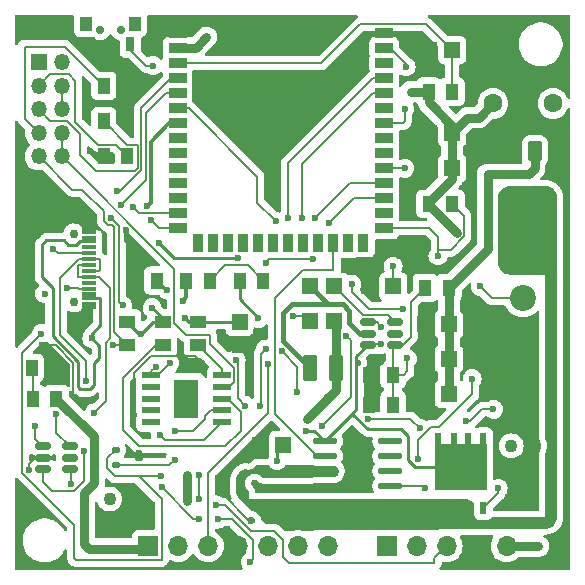
<source format=gtl>
G04 #@! TF.GenerationSoftware,KiCad,Pcbnew,8.0.8*
G04 #@! TF.CreationDate,2025-03-23T20:16:00+01:00*
G04 #@! TF.ProjectId,cheap-wled-controller,63686561-702d-4776-9c65-642d636f6e74,rev?*
G04 #@! TF.SameCoordinates,Original*
G04 #@! TF.FileFunction,Copper,L1,Top*
G04 #@! TF.FilePolarity,Positive*
%FSLAX46Y46*%
G04 Gerber Fmt 4.6, Leading zero omitted, Abs format (unit mm)*
G04 Created by KiCad (PCBNEW 8.0.8) date 2025-03-23 20:16:00*
%MOMM*%
%LPD*%
G01*
G04 APERTURE LIST*
G04 Aperture macros list*
%AMRoundRect*
0 Rectangle with rounded corners*
0 $1 Rounding radius*
0 $2 $3 $4 $5 $6 $7 $8 $9 X,Y pos of 4 corners*
0 Add a 4 corners polygon primitive as box body*
4,1,4,$2,$3,$4,$5,$6,$7,$8,$9,$2,$3,0*
0 Add four circle primitives for the rounded corners*
1,1,$1+$1,$2,$3*
1,1,$1+$1,$4,$5*
1,1,$1+$1,$6,$7*
1,1,$1+$1,$8,$9*
0 Add four rect primitives between the rounded corners*
20,1,$1+$1,$2,$3,$4,$5,0*
20,1,$1+$1,$4,$5,$6,$7,0*
20,1,$1+$1,$6,$7,$8,$9,0*
20,1,$1+$1,$8,$9,$2,$3,0*%
G04 Aperture macros list end*
G04 #@! TA.AperFunction,SMDPad,CuDef*
%ADD10R,1.410000X1.350000*%
G04 #@! TD*
G04 #@! TA.AperFunction,SMDPad,CuDef*
%ADD11R,1.380000X1.130000*%
G04 #@! TD*
G04 #@! TA.AperFunction,SMDPad,CuDef*
%ADD12R,1.130000X1.380000*%
G04 #@! TD*
G04 #@! TA.AperFunction,ComponentPad*
%ADD13R,1.350000X1.350000*%
G04 #@! TD*
G04 #@! TA.AperFunction,ComponentPad*
%ADD14O,1.350000X1.350000*%
G04 #@! TD*
G04 #@! TA.AperFunction,SMDPad,CuDef*
%ADD15RoundRect,0.150000X-0.512500X-0.150000X0.512500X-0.150000X0.512500X0.150000X-0.512500X0.150000X0*%
G04 #@! TD*
G04 #@! TA.AperFunction,SMDPad,CuDef*
%ADD16RoundRect,0.250000X-0.375000X-0.850000X0.375000X-0.850000X0.375000X0.850000X-0.375000X0.850000X0*%
G04 #@! TD*
G04 #@! TA.AperFunction,ComponentPad*
%ADD17C,0.750000*%
G04 #@! TD*
G04 #@! TA.AperFunction,ComponentPad*
%ADD18O,2.000000X1.200000*%
G04 #@! TD*
G04 #@! TA.AperFunction,ComponentPad*
%ADD19O,1.800000X1.200000*%
G04 #@! TD*
G04 #@! TA.AperFunction,SMDPad,CuDef*
%ADD20R,1.300000X0.300000*%
G04 #@! TD*
G04 #@! TA.AperFunction,ComponentPad*
%ADD21C,0.700000*%
G04 #@! TD*
G04 #@! TA.AperFunction,SMDPad,CuDef*
%ADD22R,0.800000X1.300000*%
G04 #@! TD*
G04 #@! TA.AperFunction,SMDPad,CuDef*
%ADD23R,1.000000X1.200000*%
G04 #@! TD*
G04 #@! TA.AperFunction,ComponentPad*
%ADD24R,1.700000X1.700000*%
G04 #@! TD*
G04 #@! TA.AperFunction,ComponentPad*
%ADD25O,1.700000X1.700000*%
G04 #@! TD*
G04 #@! TA.AperFunction,ComponentPad*
%ADD26C,1.100000*%
G04 #@! TD*
G04 #@! TA.AperFunction,SMDPad,CuDef*
%ADD27R,1.500000X0.900000*%
G04 #@! TD*
G04 #@! TA.AperFunction,SMDPad,CuDef*
%ADD28R,0.900000X1.500000*%
G04 #@! TD*
G04 #@! TA.AperFunction,SMDPad,CuDef*
%ADD29R,0.900000X0.900000*%
G04 #@! TD*
G04 #@! TA.AperFunction,SMDPad,CuDef*
%ADD30R,0.600000X1.000000*%
G04 #@! TD*
G04 #@! TA.AperFunction,SMDPad,CuDef*
%ADD31R,4.410000X4.000000*%
G04 #@! TD*
G04 #@! TA.AperFunction,SMDPad,CuDef*
%ADD32R,1.500000X0.600000*%
G04 #@! TD*
G04 #@! TA.AperFunction,SMDPad,CuDef*
%ADD33R,2.100000X3.300000*%
G04 #@! TD*
G04 #@! TA.AperFunction,ComponentPad*
%ADD34C,1.600000*%
G04 #@! TD*
G04 #@! TA.AperFunction,SMDPad,CuDef*
%ADD35RoundRect,0.112500X-0.237500X0.112500X-0.237500X-0.112500X0.237500X-0.112500X0.237500X0.112500X0*%
G04 #@! TD*
G04 #@! TA.AperFunction,ComponentPad*
%ADD36RoundRect,0.250000X0.350000X0.625000X-0.350000X0.625000X-0.350000X-0.625000X0.350000X-0.625000X0*%
G04 #@! TD*
G04 #@! TA.AperFunction,ComponentPad*
%ADD37O,1.200000X1.750000*%
G04 #@! TD*
G04 #@! TA.AperFunction,SMDPad,CuDef*
%ADD38R,1.000000X1.400000*%
G04 #@! TD*
G04 #@! TA.AperFunction,SMDPad,CuDef*
%ADD39R,1.350000X1.410000*%
G04 #@! TD*
G04 #@! TA.AperFunction,ComponentPad*
%ADD40C,2.200000*%
G04 #@! TD*
G04 #@! TA.AperFunction,SMDPad,CuDef*
%ADD41O,2.050000X0.590000*%
G04 #@! TD*
G04 #@! TA.AperFunction,ViaPad*
%ADD42C,0.600000*%
G04 #@! TD*
G04 #@! TA.AperFunction,Conductor*
%ADD43C,0.200000*%
G04 #@! TD*
G04 #@! TA.AperFunction,Conductor*
%ADD44C,0.250000*%
G04 #@! TD*
G04 #@! TA.AperFunction,Conductor*
%ADD45C,0.400000*%
G04 #@! TD*
G04 #@! TA.AperFunction,Conductor*
%ADD46C,0.800000*%
G04 #@! TD*
G04 #@! TA.AperFunction,Conductor*
%ADD47C,0.600000*%
G04 #@! TD*
G04 #@! TA.AperFunction,Conductor*
%ADD48C,0.350000*%
G04 #@! TD*
G04 APERTURE END LIST*
D10*
G04 #@! TO.P,C8,1,1*
G04 #@! TO.N,GND*
X47230449Y-38716816D03*
G04 #@! TO.P,C8,2,2*
G04 #@! TO.N,+5V*
X49230449Y-38716816D03*
G04 #@! TD*
D11*
G04 #@! TO.P,R4,1,1*
G04 #@! TO.N,Net-(U3-VBUS)*
X25000000Y-40500000D03*
G04 #@! TO.P,R4,2,2*
G04 #@! TO.N,/VBUS_C*
X25000000Y-38500000D03*
G04 #@! TD*
G04 #@! TO.P,R5,1,1*
G04 #@! TO.N,Net-(U3-PG)*
X28000000Y-40500000D03*
G04 #@! TO.P,R5,2,2*
G04 #@! TO.N,/VDD_C*
X28000000Y-38500000D03*
G04 #@! TD*
D12*
G04 #@! TO.P,R14,1,1*
G04 #@! TO.N,Net-(D2-A)*
X14000000Y-45000000D03*
G04 #@! TO.P,R14,2,2*
G04 #@! TO.N,+3.3V*
X16000000Y-45000000D03*
G04 #@! TD*
D10*
G04 #@! TO.P,C29,1,1*
G04 #@! TO.N,/SW_5V*
X37500000Y-35500000D03*
G04 #@! TO.P,C29,2,2*
G04 #@! TO.N,/BOOT*
X39500000Y-35500000D03*
G04 #@! TD*
D13*
G04 #@! TO.P,J4,1,Pin_1*
G04 #@! TO.N,unconnected-(J4-Pin_1-Pad1)*
X14500000Y-16500000D03*
D14*
G04 #@! TO.P,J4,2,Pin_2*
G04 #@! TO.N,unconnected-(J4-Pin_2-Pad2)*
X16500000Y-16500000D03*
G04 #@! TO.P,J4,3,Pin_3*
G04 #@! TO.N,Net-(J4-Pin_3)*
X14500000Y-18500000D03*
G04 #@! TO.P,J4,4,Pin_4*
G04 #@! TO.N,Net-(J4-Pin_10)*
X16500000Y-18500000D03*
G04 #@! TO.P,J4,5,Pin_5*
G04 #@! TO.N,Net-(J4-Pin_5)*
X14500000Y-20500000D03*
G04 #@! TO.P,J4,6,Pin_6*
G04 #@! TO.N,Net-(J4-Pin_10)*
X16500000Y-20500000D03*
G04 #@! TO.P,J4,7,Pin_7*
G04 #@! TO.N,Net-(J4-Pin_7)*
X14500000Y-22500000D03*
G04 #@! TO.P,J4,8,Pin_8*
G04 #@! TO.N,Net-(J4-Pin_10)*
X16500000Y-22500000D03*
G04 #@! TO.P,J4,9,Pin_9*
G04 #@! TO.N,/VDD_C*
X14500000Y-24500000D03*
G04 #@! TO.P,J4,10,Pin_10*
G04 #@! TO.N,Net-(J4-Pin_10)*
X16500000Y-24500000D03*
G04 #@! TD*
D15*
G04 #@! TO.P,U1,1,I/O1*
G04 #@! TO.N,/D-*
X14862500Y-49050000D03*
G04 #@! TO.P,U1,2,GND*
G04 #@! TO.N,GND*
X14862500Y-50000000D03*
G04 #@! TO.P,U1,3,I/O2*
G04 #@! TO.N,/D+*
X14862500Y-50950000D03*
G04 #@! TO.P,U1,4,I/O2*
G04 #@! TO.N,/D+_OUT*
X17137500Y-50950000D03*
G04 #@! TO.P,U1,5,VBUS*
G04 #@! TO.N,unconnected-(U1-VBUS-Pad5)*
X17137500Y-50000000D03*
G04 #@! TO.P,U1,6,I/O1*
G04 #@! TO.N,/D-_OUT*
X17137500Y-49050000D03*
G04 #@! TD*
D12*
G04 #@! TO.P,R6,1,1*
G04 #@! TO.N,+3.3V*
X47500000Y-19000000D03*
G04 #@! TO.P,R6,2,2*
G04 #@! TO.N,Net-(U5-EN)*
X49500000Y-19000000D03*
G04 #@! TD*
G04 #@! TO.P,R20,1,1*
G04 #@! TO.N,/FB*
X47230449Y-35616816D03*
G04 #@! TO.P,R20,2,2*
G04 #@! TO.N,+5V*
X49230449Y-35616816D03*
G04 #@! TD*
D10*
G04 #@! TO.P,C4,1,1*
G04 #@! TO.N,GND*
X47230449Y-44616816D03*
G04 #@! TO.P,C4,2,2*
G04 #@! TO.N,+5V*
X49230449Y-44616816D03*
G04 #@! TD*
G04 #@! TO.P,C1,1,1*
G04 #@! TO.N,GND*
X33200000Y-48900000D03*
G04 #@! TO.P,C1,2,2*
G04 #@! TO.N,/VBUS_C*
X35200000Y-48900000D03*
G04 #@! TD*
D16*
G04 #@! TO.P,L2,1,1*
G04 #@! TO.N,/SW_5V*
X37483856Y-42375092D03*
G04 #@! TO.P,L2,2,2*
G04 #@! TO.N,+5V*
X39633856Y-42375092D03*
G04 #@! TD*
D17*
G04 #@! TO.P,J2,*
G04 #@! TO.N,*
X17480000Y-31030000D03*
X17480000Y-36830000D03*
D18*
G04 #@! TO.P,J2,0*
G04 #@! TO.N,GND*
X17980000Y-29600000D03*
G04 #@! TO.P,J2,1*
X17980000Y-38260000D03*
D19*
G04 #@! TO.P,J2,2*
X13800000Y-38260000D03*
G04 #@! TO.P,J2,3*
X13800000Y-29600000D03*
D20*
G04 #@! TO.P,J2,A1,GND*
X18740000Y-30580000D03*
G04 #@! TO.P,J2,A4,VBUS*
G04 #@! TO.N,/VBUS_C*
X18740000Y-31380000D03*
G04 #@! TO.P,J2,A5,CC1*
G04 #@! TO.N,Net-(D1-K2)*
X18740000Y-32680000D03*
G04 #@! TO.P,J2,A6,D+*
G04 #@! TO.N,/D+*
X18740000Y-33680000D03*
G04 #@! TO.P,J2,A7,D-*
G04 #@! TO.N,/D-*
X18740000Y-34180000D03*
G04 #@! TO.P,J2,A8,SBU1*
G04 #@! TO.N,unconnected-(J2-SBU1-PadA8)*
X18740000Y-35180000D03*
G04 #@! TO.P,J2,A9,VBUS*
G04 #@! TO.N,/VBUS_C*
X18740000Y-36480000D03*
G04 #@! TO.P,J2,A12,GND*
G04 #@! TO.N,GND*
X18740000Y-37280000D03*
G04 #@! TO.P,J2,B1,GND*
X18740000Y-36980000D03*
G04 #@! TO.P,J2,B4,VBUS*
G04 #@! TO.N,/VBUS_C*
X18740000Y-36180000D03*
G04 #@! TO.P,J2,B5,CC2*
G04 #@! TO.N,Net-(D1-K1)*
X18740000Y-35680000D03*
G04 #@! TO.P,J2,B6,D+*
G04 #@! TO.N,/D+*
X18740000Y-34680000D03*
G04 #@! TO.P,J2,B7,D-*
G04 #@! TO.N,/D-*
X18740000Y-33180000D03*
G04 #@! TO.P,J2,B8,SBU2*
G04 #@! TO.N,unconnected-(J2-SBU2-PadB8)*
X18740000Y-32180000D03*
G04 #@! TO.P,J2,B9,VBUS*
G04 #@! TO.N,/VBUS_C*
X18740000Y-31680000D03*
G04 #@! TO.P,J2,B12,GND*
G04 #@! TO.N,GND*
X18740000Y-30880000D03*
G04 #@! TD*
D21*
G04 #@! TO.P,SW1,*
G04 #@! TO.N,*
X19722500Y-13785000D03*
X21422500Y-13785000D03*
D22*
G04 #@! TO.P,SW1,1,1*
G04 #@! TO.N,GND*
X18892500Y-14985000D03*
G04 #@! TO.P,SW1,2,2*
G04 #@! TO.N,Net-(U5-IO0)*
X22252500Y-14985000D03*
D23*
G04 #@! TO.P,SW1,3*
G04 #@! TO.N,N/C*
X22672500Y-13285000D03*
G04 #@! TO.P,SW1,4*
X18472500Y-13285000D03*
G04 #@! TD*
D12*
G04 #@! TO.P,R13,1,1*
G04 #@! TO.N,GND*
X42500000Y-43000000D03*
G04 #@! TO.P,R13,2,2*
G04 #@! TO.N,/FB*
X44500000Y-43000000D03*
G04 #@! TD*
D11*
G04 #@! TO.P,R3,1,1*
G04 #@! TO.N,/VDD_C*
X22000000Y-40500000D03*
G04 #@! TO.P,R3,2,2*
G04 #@! TO.N,/VBUS_C*
X22000000Y-38500000D03*
G04 #@! TD*
D24*
G04 #@! TO.P,J6,1,Pin_1*
G04 #@! TO.N,/GPIO6*
X43950000Y-57500000D03*
D25*
G04 #@! TO.P,J6,2,Pin_2*
G04 #@! TO.N,/GPIO5*
X46490000Y-57500000D03*
G04 #@! TO.P,J6,3,Pin_3*
G04 #@! TO.N,/GPIO4*
X49030000Y-57500000D03*
G04 #@! TO.P,J6,4,Pin_4*
G04 #@! TO.N,GND*
X51570000Y-57500000D03*
G04 #@! TO.P,J6,5,Pin_5*
G04 #@! TO.N,+3.3V*
X54110000Y-57500000D03*
G04 #@! TD*
D12*
G04 #@! TO.P,R10,1,1*
G04 #@! TO.N,/VOLT_OUT*
X27000000Y-35000000D03*
G04 #@! TO.P,R10,2,2*
G04 #@! TO.N,Net-(R10-Pad2)*
X29000000Y-35000000D03*
G04 #@! TD*
D26*
G04 #@! TO.P,C11,1,1*
G04 #@! TO.N,+5V*
X20500000Y-53500000D03*
G04 #@! TO.P,C11,2,2*
G04 #@! TO.N,GND*
X20500000Y-55500000D03*
G04 #@! TD*
D12*
G04 #@! TO.P,R15,1,1*
G04 #@! TO.N,Net-(R10-Pad2)*
X33500000Y-35000000D03*
G04 #@! TO.P,R15,2,2*
G04 #@! TO.N,/VBUS_C*
X31500000Y-35000000D03*
G04 #@! TD*
D26*
G04 #@! TO.P,C10,1,1*
G04 #@! TO.N,+3.3V*
X54500000Y-49000000D03*
G04 #@! TO.P,C10,2,2*
G04 #@! TO.N,GND*
X56500000Y-49000000D03*
G04 #@! TD*
D24*
G04 #@! TO.P,J8,1,Pin_1*
G04 #@! TO.N,+3.3V*
X23760000Y-57475000D03*
D25*
G04 #@! TO.P,J8,2,Pin_2*
G04 #@! TO.N,/TX*
X26300000Y-57475000D03*
G04 #@! TO.P,J8,3,Pin_3*
G04 #@! TO.N,/RX*
X28840000Y-57475000D03*
G04 #@! TO.P,J8,4,Pin_4*
G04 #@! TO.N,GND*
X31380000Y-57475000D03*
G04 #@! TO.P,J8,5,Pin_5*
G04 #@! TO.N,/GPIO38*
X33920000Y-57475000D03*
G04 #@! TO.P,J8,6,Pin_6*
G04 #@! TO.N,/GPIO37*
X36460000Y-57475000D03*
G04 #@! TO.P,J8,7,Pin_7*
G04 #@! TO.N,/GPIO36*
X39000000Y-57475000D03*
G04 #@! TD*
D10*
G04 #@! TO.P,C7,1,1*
G04 #@! TO.N,GND*
X47500000Y-15500000D03*
G04 #@! TO.P,C7,2,2*
G04 #@! TO.N,Net-(U5-EN)*
X49500000Y-15500000D03*
G04 #@! TD*
D12*
G04 #@! TO.P,R2,1,1*
G04 #@! TO.N,GND*
X20000000Y-24500000D03*
G04 #@! TO.P,R2,2,2*
G04 #@! TO.N,Net-(J4-Pin_3)*
X22000000Y-24500000D03*
G04 #@! TD*
D27*
G04 #@! TO.P,U5,1,GND*
G04 #@! TO.N,GND*
X26250000Y-14047500D03*
G04 #@! TO.P,U5,2,3V3*
G04 #@! TO.N,+3.3V*
X26250000Y-15317500D03*
G04 #@! TO.P,U5,3,EN*
G04 #@! TO.N,Net-(U5-EN)*
X26250000Y-16587500D03*
G04 #@! TO.P,U5,4,IO4*
G04 #@! TO.N,/GPIO4*
X26250000Y-17857500D03*
G04 #@! TO.P,U5,5,IO5*
G04 #@! TO.N,/GPIO5*
X26250000Y-19127500D03*
G04 #@! TO.P,U5,6,IO6*
G04 #@! TO.N,/GPIO6*
X26250000Y-20397500D03*
G04 #@! TO.P,U5,7,IO7*
G04 #@! TO.N,/VOLT_OUT*
X26250000Y-21667500D03*
G04 #@! TO.P,U5,8,IO15*
G04 #@! TO.N,unconnected-(U5-IO15-Pad8)*
X26250000Y-22937500D03*
G04 #@! TO.P,U5,9,IO16*
G04 #@! TO.N,unconnected-(U5-IO16-Pad9)*
X26250000Y-24207500D03*
G04 #@! TO.P,U5,10,IO17*
G04 #@! TO.N,unconnected-(U5-IO17-Pad10)*
X26250000Y-25477500D03*
G04 #@! TO.P,U5,11,IO18*
G04 #@! TO.N,/GPIO18*
X26250000Y-26747500D03*
G04 #@! TO.P,U5,12,IO8*
G04 #@! TO.N,/GPIO12*
X26250000Y-28017500D03*
G04 #@! TO.P,U5,13,IO19*
G04 #@! TO.N,/D-_OUT*
X26250000Y-29287500D03*
G04 #@! TO.P,U5,14,IO20*
G04 #@! TO.N,/D+_OUT*
X26250000Y-30557500D03*
D28*
G04 #@! TO.P,U5,15,IO3*
G04 #@! TO.N,unconnected-(U5-IO3-Pad15)*
X28010000Y-31827500D03*
G04 #@! TO.P,U5,16,IO46*
G04 #@! TO.N,unconnected-(U5-IO46-Pad16)*
X29280000Y-31827500D03*
G04 #@! TO.P,U5,17,IO9*
G04 #@! TO.N,unconnected-(U5-IO9-Pad17)*
X30550000Y-31827500D03*
G04 #@! TO.P,U5,18,IO10*
G04 #@! TO.N,unconnected-(U5-IO10-Pad18)*
X31820000Y-31827500D03*
G04 #@! TO.P,U5,19,IO11*
G04 #@! TO.N,unconnected-(U5-IO11-Pad19)*
X33090000Y-31827500D03*
G04 #@! TO.P,U5,20,IO12*
G04 #@! TO.N,unconnected-(U5-IO12-Pad20)*
X34370000Y-31827500D03*
G04 #@! TO.P,U5,21,IO13*
G04 #@! TO.N,unconnected-(U5-IO13-Pad21)*
X35630000Y-31827500D03*
G04 #@! TO.P,U5,22,IO14*
G04 #@! TO.N,unconnected-(U5-IO14-Pad22)*
X36900000Y-31827500D03*
G04 #@! TO.P,U5,23,IO21*
G04 #@! TO.N,unconnected-(U5-IO21-Pad23)*
X38170000Y-31827500D03*
G04 #@! TO.P,U5,24,IO47*
G04 #@! TO.N,/MOS_1*
X39450000Y-31827500D03*
G04 #@! TO.P,U5,25,IO48*
G04 #@! TO.N,unconnected-(U5-IO48-Pad25)*
X40720000Y-31827500D03*
G04 #@! TO.P,U5,26,IO45*
G04 #@! TO.N,unconnected-(U5-IO45-Pad26)*
X41990000Y-31797500D03*
D27*
G04 #@! TO.P,U5,27,IO0*
G04 #@! TO.N,Net-(U5-IO0)*
X43750000Y-30557500D03*
G04 #@! TO.P,U5,28,IO35*
G04 #@! TO.N,/GPIO35*
X43750000Y-29287500D03*
G04 #@! TO.P,U5,29,IO36*
G04 #@! TO.N,/GPIO36*
X43750000Y-28017500D03*
G04 #@! TO.P,U5,30,IO37*
G04 #@! TO.N,/GPIO37*
X43750000Y-26747500D03*
G04 #@! TO.P,U5,31,IO38*
G04 #@! TO.N,/GPIO38*
X43750000Y-25477500D03*
G04 #@! TO.P,U5,32,IO39*
G04 #@! TO.N,/GPIO39*
X43750000Y-24207500D03*
G04 #@! TO.P,U5,33,IO40*
G04 #@! TO.N,/GPIO40*
X43750000Y-22937500D03*
G04 #@! TO.P,U5,34,IO41*
G04 #@! TO.N,/GPIO41*
X43750000Y-21667500D03*
G04 #@! TO.P,U5,35,IO42*
G04 #@! TO.N,/GPIO42*
X43750000Y-20397500D03*
G04 #@! TO.P,U5,36,RXD0*
G04 #@! TO.N,/RX*
X43750000Y-19127500D03*
G04 #@! TO.P,U5,37,TXD0*
G04 #@! TO.N,/TX*
X43750000Y-17857500D03*
G04 #@! TO.P,U5,38,IO2*
G04 #@! TO.N,unconnected-(U5-IO2-Pad38)*
X43750000Y-16587500D03*
G04 #@! TO.P,U5,39,IO1*
G04 #@! TO.N,/LED_DATA*
X43750000Y-15317500D03*
G04 #@! TO.P,U5,40,GND*
G04 #@! TO.N,GND*
X43750000Y-14047500D03*
D29*
G04 #@! TO.P,U5,41,EPAD*
X32100000Y-20367500D03*
X32100000Y-21767500D03*
X32100000Y-23167500D03*
X33500000Y-20367500D03*
X33500000Y-21767500D03*
X33500000Y-23167500D03*
X34900000Y-20367500D03*
X34900000Y-21767500D03*
X34900000Y-23167500D03*
G04 #@! TD*
D30*
G04 #@! TO.P,Q3,1,G*
G04 #@! TO.N,Net-(Q3-G)*
X52150345Y-54280345D03*
G04 #@! TO.P,Q3,2,D*
G04 #@! TO.N,/VBUS_C*
X48340345Y-48440345D03*
X49620345Y-48440345D03*
D31*
X50250345Y-50750345D03*
D30*
X50880345Y-48440345D03*
X52150345Y-48440345D03*
G04 #@! TO.P,Q3,3,S*
G04 #@! TO.N,/LED_1_VCC*
X48340345Y-54280345D03*
X49620345Y-54280345D03*
X50880345Y-54280345D03*
G04 #@! TD*
D12*
G04 #@! TO.P,R7,1,1*
G04 #@! TO.N,+3.3V*
X47500000Y-28500000D03*
G04 #@! TO.P,R7,2,2*
G04 #@! TO.N,Net-(U5-IO0)*
X49500000Y-28500000D03*
G04 #@! TD*
G04 #@! TO.P,R22,1,1*
G04 #@! TO.N,GND*
X42500000Y-45500000D03*
G04 #@! TO.P,R22,2,2*
G04 #@! TO.N,/FB*
X44500000Y-45500000D03*
G04 #@! TD*
D32*
G04 #@! TO.P,U3,1,VDD*
G04 #@! TO.N,/VDD_C*
X24000000Y-43000000D03*
G04 #@! TO.P,U3,2,CFG2*
G04 #@! TO.N,unconnected-(U3-CFG2-Pad2)*
X24000000Y-44000000D03*
G04 #@! TO.P,U3,3,CFG3*
G04 #@! TO.N,unconnected-(U3-CFG3-Pad3)*
X24000000Y-45000000D03*
G04 #@! TO.P,U3,4,DP*
G04 #@! TO.N,unconnected-(U3-DP-Pad4)*
X24000000Y-46000000D03*
G04 #@! TO.P,U3,5,DM*
G04 #@! TO.N,unconnected-(U3-DM-Pad5)*
X24000000Y-47000000D03*
G04 #@! TO.P,U3,6,CC2*
G04 #@! TO.N,Net-(D1-K1)*
X30000000Y-47000000D03*
G04 #@! TO.P,U3,7,CC1*
G04 #@! TO.N,Net-(D1-K2)*
X30000000Y-46000000D03*
G04 #@! TO.P,U3,8,VBUS*
G04 #@! TO.N,Net-(U3-VBUS)*
X30000000Y-45000000D03*
G04 #@! TO.P,U3,9,CFG1*
G04 #@! TO.N,Net-(J4-Pin_10)*
X30000000Y-44000000D03*
G04 #@! TO.P,U3,10,PG*
G04 #@! TO.N,Net-(U3-PG)*
X30000000Y-43000000D03*
D33*
G04 #@! TO.P,U3,11*
G04 #@! TO.N,N/C*
X27000000Y-45000000D03*
G04 #@! TD*
D12*
G04 #@! TO.P,R16,1,1*
G04 #@! TO.N,GND*
X22000000Y-21500000D03*
G04 #@! TO.P,R16,2,2*
G04 #@! TO.N,Net-(J4-Pin_5)*
X20000000Y-21500000D03*
G04 #@! TD*
D15*
G04 #@! TO.P,U7,1,GND*
G04 #@! TO.N,GND*
X42362500Y-38550000D03*
G04 #@! TO.P,U7,2,SW*
G04 #@! TO.N,/SW_5V*
X42362500Y-39500000D03*
G04 #@! TO.P,U7,3,VIN*
G04 #@! TO.N,/VBUS_C*
X42362500Y-40450000D03*
G04 #@! TO.P,U7,4,FB*
G04 #@! TO.N,/FB*
X44637500Y-40450000D03*
G04 #@! TO.P,U7,5,EN*
G04 #@! TO.N,unconnected-(U7-EN-Pad5)*
X44637500Y-39500000D03*
G04 #@! TO.P,U7,6,BOOT*
G04 #@! TO.N,/BOOT*
X44637500Y-38550000D03*
G04 #@! TD*
D12*
G04 #@! TO.P,R17,1,1*
G04 #@! TO.N,GND*
X22000000Y-18500000D03*
G04 #@! TO.P,R17,2,2*
G04 #@! TO.N,Net-(J4-Pin_7)*
X20000000Y-18500000D03*
G04 #@! TD*
D34*
G04 #@! TO.P,LED1,1,OUT*
G04 #@! TO.N,/GPIO41*
X58040000Y-20000000D03*
G04 #@! TO.P,LED1,2,GND*
G04 #@! TO.N,GND*
X55500000Y-20000000D03*
G04 #@! TO.P,LED1,3,VS*
G04 #@! TO.N,+3.3V*
X52960000Y-20000000D03*
G04 #@! TD*
D12*
G04 #@! TO.P,R11,1,1*
G04 #@! TO.N,GND*
X22500000Y-35000000D03*
G04 #@! TO.P,R11,2,2*
G04 #@! TO.N,/VOLT_OUT*
X24500000Y-35000000D03*
G04 #@! TD*
D10*
G04 #@! TO.P,C6,1,1*
G04 #@! TO.N,GND*
X47500000Y-25500000D03*
G04 #@! TO.P,C6,2,2*
G04 #@! TO.N,+3.3V*
X49500000Y-25500000D03*
G04 #@! TD*
D35*
G04 #@! TO.P,D1,1,K1*
G04 #@! TO.N,Net-(D1-K1)*
X21000000Y-49350000D03*
G04 #@! TO.P,D1,2,K2*
G04 #@! TO.N,Net-(D1-K2)*
X21000000Y-50650000D03*
G04 #@! TO.P,D1,3,A*
G04 #@! TO.N,GND*
X23000000Y-50000000D03*
G04 #@! TD*
D10*
G04 #@! TO.P,C5,1,1*
G04 #@! TO.N,GND*
X42500000Y-35500000D03*
G04 #@! TO.P,C5,2,2*
G04 #@! TO.N,/VBUS_C*
X44500000Y-35500000D03*
G04 #@! TD*
D36*
G04 #@! TO.P,J7,1,Pin_1*
G04 #@! TO.N,+5V*
X56500000Y-24050000D03*
D37*
G04 #@! TO.P,J7,2,Pin_2*
G04 #@! TO.N,GND*
X54500000Y-24050000D03*
G04 #@! TD*
D38*
G04 #@! TO.P,D2,1,K*
G04 #@! TO.N,GND*
X16050000Y-42400000D03*
G04 #@! TO.P,D2,2,A*
G04 #@! TO.N,Net-(D2-A)*
X13950000Y-42400000D03*
G04 #@! TD*
D10*
G04 #@! TO.P,C3,1,1*
G04 #@! TO.N,GND*
X47500000Y-22500000D03*
G04 #@! TO.P,C3,2,2*
G04 #@! TO.N,+3.3V*
X49500000Y-22500000D03*
G04 #@! TD*
D39*
G04 #@! TO.P,C2,1,1*
G04 #@! TO.N,GND*
X31500000Y-40500000D03*
G04 #@! TO.P,C2,2,2*
G04 #@! TO.N,/VDD_C*
X31500000Y-38500000D03*
G04 #@! TD*
D10*
G04 #@! TO.P,C9,1,1*
G04 #@! TO.N,GND*
X47230449Y-41666816D03*
G04 #@! TO.P,C9,2,2*
G04 #@! TO.N,+5V*
X49230449Y-41666816D03*
G04 #@! TD*
D40*
G04 #@! TO.P,J10,1,Pin_1*
G04 #@! TO.N,/LED_1_VCC*
X55500000Y-28880000D03*
G04 #@! TO.P,J10,2,Pin_2*
X55500000Y-32690000D03*
G04 #@! TO.P,J10,3,Pin_3*
G04 #@! TO.N,/LED_DATA*
X55500000Y-36500000D03*
G04 #@! TO.P,J10,4,Pin_4*
G04 #@! TO.N,GND*
X55500000Y-40310000D03*
G04 #@! TO.P,J10,5,Pin_5*
X55500000Y-44120000D03*
G04 #@! TD*
D10*
G04 #@! TO.P,C30,1,1*
G04 #@! TO.N,/FB*
X37500000Y-38400000D03*
G04 #@! TO.P,C30,2,2*
G04 #@! TO.N,+5V*
X39500000Y-38400000D03*
G04 #@! TD*
D41*
G04 #@! TO.P,U4,1,V+*
G04 #@! TO.N,/VBUS_C*
X38730000Y-48590000D03*
G04 #@! TO.P,U4,2,Input*
G04 #@! TO.N,/MOS_1*
X38730000Y-49870000D03*
G04 #@! TO.P,U4,3,Source*
G04 #@! TO.N,/LED_1_VCC*
X38730000Y-51130000D03*
G04 #@! TO.P,U4,4,GND*
G04 #@! TO.N,GND*
X38730000Y-52400000D03*
G04 #@! TO.P,U4,5,Gate*
G04 #@! TO.N,Net-(Q3-G)*
X44270000Y-52400000D03*
G04 #@! TO.P,U4,6,NC*
G04 #@! TO.N,unconnected-(U4-NC-Pad6)*
X44270000Y-51130000D03*
G04 #@! TO.P,U4,7,NC*
G04 #@! TO.N,unconnected-(U4-NC-Pad7)*
X44270000Y-49870000D03*
G04 #@! TO.P,U4,8,NC*
G04 #@! TO.N,unconnected-(U4-NC-Pad8)*
X44270000Y-48590000D03*
G04 #@! TD*
D42*
G04 #@! TO.N,Net-(D1-K1)*
X24824265Y-51575735D03*
X15000000Y-36100000D03*
X14700000Y-39500000D03*
X24800000Y-48100000D03*
X16900000Y-35600000D03*
G04 #@! TO.N,Net-(D1-K2)*
X26000000Y-50200000D03*
X26000000Y-47700000D03*
X15715133Y-32295510D03*
G04 #@! TO.N,/VDD_C*
X20800000Y-40500000D03*
X25600000Y-42000000D03*
X26900000Y-38200000D03*
X24400000Y-42300000D03*
G04 #@! TO.N,/LED_DATA*
X45600000Y-16900000D03*
X51900000Y-35500000D03*
G04 #@! TO.N,/D+*
X18300000Y-49400000D03*
X19200000Y-46200000D03*
G04 #@! TO.N,/D-*
X18500000Y-43500000D03*
X14200000Y-47300000D03*
G04 #@! TO.N,GND*
X23000000Y-49600000D03*
X13500000Y-53000000D03*
X22761584Y-32453849D03*
X18600000Y-20800000D03*
X30100000Y-52990895D03*
X46200000Y-24000000D03*
X32775735Y-52175735D03*
X21900000Y-30748527D03*
X40700000Y-52400000D03*
X14800000Y-40500000D03*
X18800000Y-24000000D03*
X43500000Y-38900000D03*
X30100000Y-39900000D03*
X51600000Y-24000000D03*
X28300000Y-42000000D03*
X13700001Y-51013922D03*
X36200000Y-15300000D03*
X23400000Y-18400000D03*
X42600000Y-35600000D03*
X36200000Y-17800000D03*
X43500000Y-41929661D03*
X19100000Y-30200000D03*
X22600000Y-46400000D03*
X32250002Y-50200000D03*
X46700000Y-40500000D03*
X17600000Y-44900000D03*
X32500000Y-55325735D03*
G04 #@! TO.N,+3.3V*
X28700000Y-14400000D03*
X49900000Y-31000000D03*
X46000000Y-19000000D03*
X56800000Y-57500000D03*
X27050000Y-53650000D03*
X27050000Y-51500000D03*
G04 #@! TO.N,/VBUS_C*
X41500000Y-42000000D03*
X37100000Y-47700000D03*
X24700000Y-31851472D03*
X23175735Y-39524265D03*
X31400000Y-33100000D03*
X43475000Y-40402661D03*
X44500000Y-33800000D03*
X34699151Y-50252320D03*
X24100000Y-37300000D03*
X19000000Y-39900000D03*
X33100000Y-38200000D03*
G04 #@! TO.N,/FB*
X45700000Y-41600000D03*
X36000000Y-38000000D03*
G04 #@! TO.N,+5V*
X38700000Y-45200000D03*
X37200000Y-46700000D03*
X49144512Y-44955488D03*
X37200000Y-46700000D03*
G04 #@! TO.N,/GPIO4*
X28050000Y-51500000D03*
X28050000Y-53500000D03*
X32000000Y-45600000D03*
X31203528Y-41704999D03*
X29500000Y-54000000D03*
X21100000Y-27400000D03*
G04 #@! TO.N,/GPIO6*
X34575094Y-30000000D03*
X36400000Y-44430000D03*
X46751472Y-47500000D03*
X42391942Y-46708058D03*
X35099999Y-40981185D03*
G04 #@! TO.N,/GPIO5*
X21599991Y-37099992D03*
X28100000Y-55200000D03*
X21448527Y-28600000D03*
X20626396Y-29725074D03*
X24925000Y-52525000D03*
X32394017Y-58842547D03*
X29700000Y-55200000D03*
G04 #@! TO.N,/TX*
X40533856Y-39700000D03*
X38500000Y-47300000D03*
X35600000Y-29700000D03*
G04 #@! TO.N,/GPIO37*
X33200000Y-45600000D03*
X37700000Y-33200000D03*
X33700000Y-40800000D03*
X33700000Y-33500000D03*
X37900000Y-29700000D03*
G04 #@! TO.N,/GPIO36*
X46600000Y-50100000D03*
X51200000Y-43300000D03*
X39075735Y-30124265D03*
X41000000Y-35300000D03*
X45300000Y-37400000D03*
G04 #@! TO.N,/RX*
X36800000Y-29700000D03*
X33900000Y-42100000D03*
G04 #@! TO.N,/GPIO38*
X53000000Y-45900000D03*
X50700000Y-46900000D03*
X45500000Y-25500000D03*
G04 #@! TO.N,Net-(Q3-G)*
X53400000Y-52600000D03*
X47200000Y-52600000D03*
G04 #@! TO.N,Net-(U5-IO0)*
X24200000Y-16800000D03*
X48300000Y-32900000D03*
G04 #@! TO.N,/VOLT_OUT*
X26700000Y-36700000D03*
X23700000Y-28687500D03*
X25390000Y-35800000D03*
G04 #@! TO.N,/D-_OUT*
X22500000Y-28800000D03*
X15989649Y-46262440D03*
G04 #@! TO.N,/D+_OUT*
X17200000Y-52200000D03*
X24000000Y-29900000D03*
G04 #@! TO.N,/GPIO41*
X45500000Y-20500000D03*
G04 #@! TD*
D43*
G04 #@! TO.N,Net-(D1-K1)*
X13100000Y-51262448D02*
X13100000Y-41100000D01*
X17500000Y-55662448D02*
X13100000Y-51262448D01*
X17890000Y-35680000D02*
X18740000Y-35680000D01*
X24910000Y-53506393D02*
X24910000Y-58625000D01*
X28513480Y-48486520D02*
X25186520Y-48486520D01*
X18740000Y-35680000D02*
X18733000Y-35673000D01*
X20300000Y-50886480D02*
X20300000Y-50050000D01*
X25186520Y-48486520D02*
X24800000Y-48100000D01*
X20989255Y-51575735D02*
X20300000Y-50886480D01*
X21900000Y-51575735D02*
X20989255Y-51575735D01*
X17625000Y-58625000D02*
X17500000Y-58500000D01*
X24824265Y-51575735D02*
X21900000Y-51575735D01*
X13100000Y-41100000D02*
X14700000Y-39500000D01*
X24910000Y-58625000D02*
X17625000Y-58625000D01*
X20300000Y-50050000D02*
X21000000Y-49350000D01*
X17810000Y-35600000D02*
X17890000Y-35680000D01*
X17500000Y-58500000D02*
X17500000Y-55662448D01*
X16900000Y-35600000D02*
X17810000Y-35600000D01*
X30000000Y-47000000D02*
X28513480Y-48486520D01*
X21900000Y-51575735D02*
X22979342Y-51575735D01*
X22979342Y-51575735D02*
X24910000Y-53506393D01*
G04 #@! TO.N,Net-(D1-K2)*
X16099623Y-32680000D02*
X18740000Y-32680000D01*
X26000000Y-47700000D02*
X27600000Y-47700000D01*
X26000000Y-50200000D02*
X25550000Y-50650000D01*
X28600000Y-46450000D02*
X29050000Y-46000000D01*
X25550000Y-50650000D02*
X21000000Y-50650000D01*
X15715133Y-32295510D02*
X16099623Y-32680000D01*
X28600000Y-46700000D02*
X28600000Y-46450000D01*
X29050000Y-46000000D02*
X30000000Y-46000000D01*
X27600000Y-47700000D02*
X28600000Y-46700000D01*
D44*
G04 #@! TO.N,/VDD_C*
X28000000Y-38500000D02*
X27200000Y-38500000D01*
D43*
X18200000Y-27300000D02*
X20026396Y-29126396D01*
X24000000Y-43000000D02*
X24000000Y-42700000D01*
X20026396Y-29126396D02*
X20026396Y-29973603D01*
X20377867Y-30325074D02*
X20725074Y-30325074D01*
X20725074Y-30325074D02*
X20900000Y-30500000D01*
X20900000Y-30500000D02*
X20900000Y-39400000D01*
X17352792Y-27300000D02*
X18200000Y-27300000D01*
X24000000Y-43000000D02*
X24600000Y-43000000D01*
X14552792Y-24500000D02*
X17352792Y-27300000D01*
X20026396Y-29973603D02*
X20377867Y-30325074D01*
X14500000Y-24500000D02*
X14552792Y-24500000D01*
D44*
X28000000Y-38500000D02*
X31500000Y-38500000D01*
D43*
X24600000Y-43000000D02*
X25600000Y-42000000D01*
X24000000Y-42700000D02*
X24400000Y-42300000D01*
X20800000Y-40500000D02*
X22000000Y-40500000D01*
D44*
X27200000Y-38500000D02*
X26900000Y-38200000D01*
D43*
X20900000Y-39400000D02*
X22000000Y-40500000D01*
G04 #@! TO.N,/LED_DATA*
X45600000Y-16637500D02*
X44280000Y-15317500D01*
X55500000Y-36500000D02*
X52900000Y-36500000D01*
X45600000Y-16900000D02*
X45600000Y-16637500D01*
X44280000Y-15317500D02*
X43750000Y-15317500D01*
X52900000Y-36500000D02*
X51900000Y-35500000D01*
G04 #@! TO.N,/D+*
X14862500Y-52062500D02*
X14862500Y-50950000D01*
X15600000Y-52800000D02*
X14862500Y-52062500D01*
X18740000Y-34680000D02*
X19640000Y-34680000D01*
X20200000Y-45200000D02*
X19200000Y-46200000D01*
X19640000Y-34680000D02*
X20573000Y-35613000D01*
X18740000Y-34680000D02*
X17840000Y-34680000D01*
X18300000Y-51948529D02*
X17448529Y-52800000D01*
X20573000Y-35613000D02*
X20573000Y-39878471D01*
X17448529Y-52800000D02*
X15600000Y-52800000D01*
X17790000Y-33730000D02*
X17840000Y-33680000D01*
X17840000Y-34680000D02*
X17790000Y-34630000D01*
X20200000Y-40251471D02*
X20200000Y-45200000D01*
X17840000Y-33680000D02*
X18740000Y-33680000D01*
X17790000Y-34630000D02*
X17790000Y-33730000D01*
X20573000Y-39878471D02*
X20200000Y-40251471D01*
X18300000Y-49400000D02*
X18300000Y-51948529D01*
G04 #@! TO.N,/D-*
X19640000Y-34180000D02*
X19690000Y-34130000D01*
X19580000Y-33180000D02*
X18740000Y-33180000D01*
X18740000Y-34180000D02*
X19640000Y-34180000D01*
X14200000Y-48387500D02*
X14200000Y-47300000D01*
X16259531Y-39573875D02*
X16259531Y-34798021D01*
X18500000Y-41814344D02*
X16259531Y-39573875D01*
X18500000Y-43500000D02*
X18500000Y-41814344D01*
X17877552Y-33180000D02*
X18740000Y-33180000D01*
X16259531Y-34798021D02*
X17877552Y-33180000D01*
X19690000Y-33290000D02*
X19580000Y-33180000D01*
X19690000Y-34130000D02*
X19690000Y-33290000D01*
X14862500Y-49050000D02*
X14200000Y-48387500D01*
G04 #@! TO.N,GND*
X15939748Y-40500000D02*
X14800000Y-40500000D01*
D45*
X21900000Y-30748527D02*
X21900000Y-31592265D01*
D43*
X17400000Y-41960252D02*
X15939748Y-40500000D01*
X22600000Y-42800000D02*
X24000000Y-41400000D01*
X24000000Y-41400000D02*
X27700000Y-41400000D01*
X17600000Y-44900000D02*
X17400000Y-44700000D01*
X46200000Y-23900000D02*
X46200000Y-24000000D01*
X19100000Y-30200000D02*
X19100000Y-30520000D01*
X17400000Y-44700000D02*
X17400000Y-41960252D01*
X32325735Y-55325735D02*
X30100000Y-53100000D01*
X14200001Y-50000000D02*
X13700001Y-50500000D01*
X14862500Y-50000000D02*
X14200001Y-50000000D01*
X42362500Y-38550000D02*
X43150000Y-38550000D01*
X43500000Y-41929661D02*
X43500000Y-42000000D01*
X38730000Y-52400000D02*
X40700000Y-52400000D01*
X30100000Y-53100000D02*
X30100000Y-52990895D01*
X20000000Y-24500000D02*
X19300000Y-24500000D01*
X22600000Y-46400000D02*
X22600000Y-42800000D01*
X43150000Y-38550000D02*
X43500000Y-38900000D01*
X13700001Y-50500000D02*
X13700001Y-51013922D01*
D45*
X21900000Y-31592265D02*
X22761584Y-32453849D01*
D43*
X27700000Y-41400000D02*
X28300000Y-42000000D01*
X32500000Y-55325735D02*
X32325735Y-55325735D01*
X19300000Y-24500000D02*
X18800000Y-24000000D01*
X19100000Y-30520000D02*
X18740000Y-30880000D01*
X43500000Y-42000000D02*
X42500000Y-43000000D01*
X23000000Y-50000000D02*
X23000000Y-49600000D01*
D46*
G04 #@! TO.N,+3.3V*
X19200000Y-48200000D02*
X16000000Y-45000000D01*
X47500000Y-28500000D02*
X47500000Y-28375000D01*
X47500000Y-28500000D02*
X47500000Y-28625000D01*
X18350000Y-53023654D02*
X19200000Y-52173654D01*
X18350000Y-57350000D02*
X18350000Y-53023654D01*
X51760000Y-21200000D02*
X52960000Y-20000000D01*
X49500000Y-21920000D02*
X47500000Y-19920000D01*
X49875000Y-31000000D02*
X49900000Y-31000000D01*
X54110000Y-57500000D02*
X56800000Y-57500000D01*
X18714456Y-57714456D02*
X18350000Y-57350000D01*
X50800000Y-21200000D02*
X51760000Y-21200000D01*
X23520544Y-57714456D02*
X18714456Y-57714456D01*
X49500000Y-25500000D02*
X49500000Y-22500000D01*
X49500000Y-22500000D02*
X50800000Y-21200000D01*
X47500000Y-19920000D02*
X47500000Y-19000000D01*
X27782500Y-15317500D02*
X26250000Y-15317500D01*
X47500000Y-19000000D02*
X46000000Y-19000000D01*
X28700000Y-14400000D02*
X27782500Y-15317500D01*
X47500000Y-28625000D02*
X49875000Y-31000000D01*
X49500000Y-26375000D02*
X49500000Y-25500000D01*
X19200000Y-52173654D02*
X19200000Y-48200000D01*
X23760000Y-57475000D02*
X23520544Y-57714456D01*
X47500000Y-28375000D02*
X49500000Y-26375000D01*
X49500000Y-22500000D02*
X49500000Y-21920000D01*
X27050000Y-51500000D02*
X27050000Y-53650000D01*
D44*
G04 #@! TO.N,/VBUS_C*
X41500000Y-42000000D02*
X41400000Y-41900000D01*
X18005731Y-44200000D02*
X18805410Y-44200000D01*
X19715000Y-36505000D02*
X19690000Y-36480000D01*
X45800000Y-50200000D02*
X46350345Y-50750345D01*
X34699151Y-50252320D02*
X34699151Y-49400849D01*
X16608259Y-31600000D02*
X15151471Y-31600000D01*
X41400000Y-41412500D02*
X41400000Y-45920000D01*
D43*
X44500000Y-35500000D02*
X44500000Y-33800000D01*
D44*
X15673000Y-39735448D02*
X17800000Y-41862448D01*
X33100000Y-38183884D02*
X31500000Y-36583884D01*
X24200000Y-38500000D02*
X25000000Y-38500000D01*
X45800000Y-48200000D02*
X45800000Y-50200000D01*
X19151530Y-41986022D02*
X19611294Y-41526258D01*
D43*
X43475000Y-40402661D02*
X42409839Y-40402661D01*
D44*
X25000000Y-38500000D02*
X25000000Y-38200000D01*
X45200000Y-47600000D02*
X45800000Y-48200000D01*
X46350345Y-50750345D02*
X50250345Y-50750345D01*
X31500000Y-36583884D02*
X31500000Y-35000000D01*
X19000000Y-39900000D02*
X19000000Y-39500000D01*
X14800000Y-34727000D02*
X15673000Y-35600000D01*
X41060000Y-46260000D02*
X38730000Y-48590000D01*
X42362500Y-40450000D02*
X41400000Y-41412500D01*
D43*
X34699151Y-49400849D02*
X35200000Y-48900000D01*
D44*
X19611294Y-40511294D02*
X19000000Y-39900000D01*
X25000000Y-38200000D02*
X24100000Y-37300000D01*
X37100000Y-47700000D02*
X37840000Y-47700000D01*
X33100000Y-38200000D02*
X33100000Y-38183884D01*
X23175735Y-39524265D02*
X24200000Y-38500000D01*
X41400000Y-41900000D02*
X41400000Y-41412500D01*
X16970619Y-31962360D02*
X16608259Y-31600000D01*
X18740000Y-31680000D02*
X17971191Y-31680000D01*
X41400000Y-45920000D02*
X41060000Y-46260000D01*
X19611294Y-41526258D02*
X19611294Y-40511294D01*
X18805410Y-44200000D02*
X19151530Y-43853880D01*
X14800000Y-31951471D02*
X14800000Y-34727000D01*
X24700000Y-31851472D02*
X25948528Y-33100000D01*
X15673000Y-35600000D02*
X15673000Y-39735448D01*
X17688831Y-31962360D02*
X16970619Y-31962360D01*
X17800000Y-43994269D02*
X18005731Y-44200000D01*
D43*
X42409839Y-40402661D02*
X42362500Y-40450000D01*
D44*
X37840000Y-47700000D02*
X38730000Y-48590000D01*
X15151471Y-31600000D02*
X14800000Y-31951471D01*
X18740000Y-36480000D02*
X18268442Y-36480000D01*
X42400000Y-47600000D02*
X45200000Y-47600000D01*
X41060000Y-46260000D02*
X42400000Y-47600000D01*
X19715000Y-38785000D02*
X19715000Y-36505000D01*
X18268442Y-31380000D02*
X18268442Y-31395332D01*
X19000000Y-39500000D02*
X19715000Y-38785000D01*
X23175735Y-39524265D02*
X23024265Y-39524265D01*
X17800000Y-41862448D02*
X17800000Y-43994269D01*
X17971191Y-31680000D02*
X17688831Y-31962360D01*
X23024265Y-39524265D02*
X22000000Y-38500000D01*
X19690000Y-36480000D02*
X18740000Y-36480000D01*
X25948528Y-33100000D02*
X31400000Y-33100000D01*
X19151530Y-43853880D02*
X19151530Y-41986022D01*
D43*
G04 #@! TO.N,Net-(U5-EN)*
X26250000Y-16587500D02*
X38412500Y-16587500D01*
X47297500Y-13297500D02*
X49500000Y-15500000D01*
X49500000Y-19000000D02*
X49500000Y-15500000D01*
X41702500Y-13297500D02*
X47297500Y-13297500D01*
X38412500Y-16587500D02*
X41702500Y-13297500D01*
G04 #@! TO.N,/BOOT*
X41950000Y-37950000D02*
X39500000Y-35500000D01*
X44637500Y-38550000D02*
X44037500Y-37950000D01*
X44037500Y-37950000D02*
X41950000Y-37950000D01*
D45*
G04 #@! TO.N,/SW_5V*
X40225000Y-37025000D02*
X40800000Y-37600000D01*
D43*
X40105000Y-37025000D02*
X39025000Y-37025000D01*
D45*
X37483856Y-42375092D02*
X35200000Y-40091236D01*
X40800000Y-38599999D02*
X41700001Y-39500000D01*
X35200000Y-37751471D02*
X35926471Y-37025000D01*
X35926471Y-37025000D02*
X40105000Y-37025000D01*
X39025000Y-37025000D02*
X37500000Y-35500000D01*
D43*
X40105000Y-37025000D02*
X40225000Y-37025000D01*
X41700001Y-39500000D02*
X42362500Y-39500000D01*
D45*
X40800000Y-37600000D02*
X40800000Y-38599999D01*
X35200000Y-40091236D02*
X35200000Y-37751471D01*
D43*
G04 #@! TO.N,/FB*
X45299999Y-40450000D02*
X46000000Y-39749999D01*
X46000000Y-36847265D02*
X47230449Y-35616816D01*
X44500000Y-40587500D02*
X44637500Y-40450000D01*
X44637500Y-40450000D02*
X45299999Y-40450000D01*
X45700000Y-42700000D02*
X45400000Y-43000000D01*
X45400000Y-43000000D02*
X44500000Y-43000000D01*
X45700000Y-41600000D02*
X45700000Y-42700000D01*
X37500000Y-38000000D02*
X36000000Y-38000000D01*
X46000000Y-39749999D02*
X46000000Y-36847265D01*
X44500000Y-45500000D02*
X44500000Y-40587500D01*
D46*
G04 #@! TO.N,+5V*
X56500000Y-25500000D02*
X56000000Y-26000000D01*
X52500000Y-32347265D02*
X49230449Y-35616816D01*
X56500000Y-24050000D02*
X56500000Y-25500000D01*
X38700000Y-45200000D02*
X39000000Y-44900000D01*
X56000000Y-26000000D02*
X52500000Y-26000000D01*
X49230449Y-44616816D02*
X49230449Y-41666816D01*
X39633856Y-44266144D02*
X38700000Y-45200000D01*
X39633856Y-42375092D02*
X39633856Y-38133856D01*
X49230449Y-38716816D02*
X49230449Y-35616816D01*
X49230449Y-41666816D02*
X49230449Y-38716816D01*
D47*
X39633856Y-38133856D02*
X39500000Y-38000000D01*
D46*
X39633856Y-42375092D02*
X39633856Y-44266144D01*
X52500000Y-26000000D02*
X52500000Y-32347265D01*
D47*
X39500000Y-42241236D02*
X39633856Y-42375092D01*
D46*
X38700000Y-45200000D02*
X37200000Y-46700000D01*
D43*
G04 #@! TO.N,Net-(D2-A)*
X14000000Y-42100000D02*
X13900000Y-42000000D01*
X14000000Y-45000000D02*
X14000000Y-42100000D01*
G04 #@! TO.N,Net-(J4-Pin_3)*
X21010000Y-23510000D02*
X22000000Y-24500000D01*
X15475000Y-17525000D02*
X17025000Y-17525000D01*
X17600000Y-21600000D02*
X19510000Y-23510000D01*
X14500000Y-18500000D02*
X15475000Y-17525000D01*
X19510000Y-23510000D02*
X21010000Y-23510000D01*
X17025000Y-17525000D02*
X17600000Y-18100000D01*
X17600000Y-18100000D02*
X17600000Y-21600000D01*
G04 #@! TO.N,Net-(J4-Pin_10)*
X16500000Y-18500000D02*
X16500000Y-20500000D01*
X31050000Y-43600000D02*
X30650000Y-44000000D01*
X25990000Y-33990000D02*
X25990000Y-38615000D01*
X16500000Y-24500000D02*
X25990000Y-33990000D01*
X16500000Y-24500000D02*
X16500000Y-22500000D01*
X28990000Y-40340000D02*
X31050000Y-42400000D01*
X25990000Y-38615000D02*
X27010000Y-39635000D01*
X28990000Y-39635000D02*
X28990000Y-40340000D01*
X30650000Y-44000000D02*
X30000000Y-44000000D01*
X31050000Y-42400000D02*
X31050000Y-43600000D01*
X27010000Y-39635000D02*
X28990000Y-39635000D01*
G04 #@! TO.N,Net-(J4-Pin_5)*
X15475000Y-21475000D02*
X16875000Y-21475000D01*
X14500000Y-20500000D02*
X15475000Y-21475000D01*
X22865000Y-25490000D02*
X22865000Y-23510000D01*
X19345000Y-25700000D02*
X22655000Y-25700000D01*
X18000000Y-24355000D02*
X19345000Y-25700000D01*
X22865000Y-23510000D02*
X22010000Y-23510000D01*
X18000000Y-22600000D02*
X18000000Y-24355000D01*
X16875000Y-21475000D02*
X18000000Y-22600000D01*
X22010000Y-23510000D02*
X20000000Y-21500000D01*
X22655000Y-25700000D02*
X22865000Y-25490000D01*
G04 #@! TO.N,Net-(J4-Pin_7)*
X14500000Y-22500000D02*
X13300000Y-21300000D01*
X13300000Y-15200000D02*
X16700000Y-15200000D01*
X16700000Y-15200000D02*
X20000000Y-18500000D01*
X13300000Y-21300000D02*
X13300000Y-15200000D01*
G04 #@! TO.N,/GPIO4*
X48000000Y-58900000D02*
X48000000Y-58530000D01*
X31203528Y-41704999D02*
X31377000Y-41878471D01*
X30250000Y-54000000D02*
X32428944Y-56178944D01*
X21417448Y-27400000D02*
X21100000Y-27400000D01*
X48000000Y-58530000D02*
X49030000Y-57500000D01*
X35189891Y-56953737D02*
X35189891Y-58389891D01*
X35700000Y-58900000D02*
X48000000Y-58900000D01*
X23192000Y-20385500D02*
X23192000Y-25625448D01*
X29500000Y-54000000D02*
X30250000Y-54000000D01*
X26250000Y-17857500D02*
X25720000Y-17857500D01*
X32428944Y-56178944D02*
X34415098Y-56178944D01*
X35189891Y-58389891D02*
X35700000Y-58900000D01*
X31377000Y-41878471D02*
X31377000Y-44977000D01*
X28050000Y-53500000D02*
X28050000Y-51500000D01*
X25720000Y-17857500D02*
X23192000Y-20385500D01*
X31377000Y-44977000D02*
X32000000Y-45600000D01*
X34415098Y-56178944D02*
X35189891Y-56953737D01*
X23192000Y-25625448D02*
X21417448Y-27400000D01*
G04 #@! TO.N,/GPIO6*
X34575094Y-30000000D02*
X33000000Y-28424906D01*
X46751472Y-47500000D02*
X45959530Y-46708058D01*
X36400000Y-42281186D02*
X35099999Y-40981185D01*
X33000000Y-26197500D02*
X27200000Y-20397500D01*
X27200000Y-20397500D02*
X26250000Y-20397500D01*
X33000000Y-28424906D02*
X33000000Y-26197500D01*
X36400000Y-44430000D02*
X36400000Y-42281186D01*
X45959530Y-46708058D02*
X42391942Y-46708058D01*
G04 #@! TO.N,/GPIO5*
X27600000Y-55200000D02*
X28100000Y-55200000D01*
X21300000Y-36800001D02*
X21300000Y-30398678D01*
X21300000Y-30398678D02*
X20626396Y-29725074D01*
X24925000Y-52525000D02*
X27600000Y-55200000D01*
X30888531Y-55200000D02*
X32642268Y-56953737D01*
X32642268Y-56953737D02*
X32642268Y-58594296D01*
X25300000Y-19127500D02*
X23600000Y-20827500D01*
X32642268Y-58594296D02*
X32394017Y-58842547D01*
X29700000Y-55200000D02*
X30888531Y-55200000D01*
X23600000Y-20827500D02*
X23600000Y-26448527D01*
X23600000Y-26448527D02*
X21448527Y-28600000D01*
X26250000Y-19127500D02*
X25300000Y-19127500D01*
X21599991Y-37099992D02*
X21300000Y-36800001D01*
G04 #@! TO.N,/TX*
X35600000Y-25057500D02*
X35600000Y-29700000D01*
X40900000Y-40066144D02*
X40900000Y-44900000D01*
X40533856Y-39700000D02*
X40900000Y-40066144D01*
X43750000Y-17857500D02*
X42800000Y-17857500D01*
X42800000Y-17857500D02*
X35600000Y-25057500D01*
X40900000Y-44900000D02*
X38500000Y-47300000D01*
G04 #@! TO.N,/GPIO37*
X33300000Y-45400000D02*
X33300000Y-41200000D01*
X34000000Y-33200000D02*
X33700000Y-33500000D01*
X37700000Y-33200000D02*
X34000000Y-33200000D01*
X33200000Y-45500000D02*
X33300000Y-45400000D01*
X43750000Y-26747500D02*
X40852500Y-26747500D01*
X40852500Y-26747500D02*
X37900000Y-29700000D01*
X33300000Y-41200000D02*
X33700000Y-40800000D01*
X33200000Y-45600000D02*
X33200000Y-45500000D01*
G04 #@! TO.N,/GPIO36*
X41000000Y-35980000D02*
X42420000Y-37400000D01*
X51200000Y-44627265D02*
X48427265Y-47400000D01*
X42420000Y-37400000D02*
X45300000Y-37400000D01*
X43750000Y-28017500D02*
X41182500Y-28017500D01*
X41000000Y-35300000D02*
X41000000Y-35980000D01*
X48427265Y-47400000D02*
X47700000Y-47400000D01*
X41182500Y-28017500D02*
X39075735Y-30124265D01*
X51200000Y-43300000D02*
X51200000Y-44627265D01*
X46600000Y-48500000D02*
X46600000Y-50100000D01*
X47700000Y-47400000D02*
X46600000Y-48500000D01*
G04 #@! TO.N,/RX*
X36800000Y-25127500D02*
X36800000Y-29700000D01*
X43750000Y-19127500D02*
X42800000Y-19127500D01*
X33900000Y-46200000D02*
X28840000Y-51260000D01*
X42800000Y-19127500D02*
X36800000Y-25127500D01*
X28840000Y-51260000D02*
X28840000Y-57475000D01*
X33900000Y-42100000D02*
X33900000Y-46200000D01*
G04 #@! TO.N,/GPIO38*
X52020690Y-45900000D02*
X51020690Y-46900000D01*
X43750000Y-25477500D02*
X45477500Y-25477500D01*
X51020690Y-46900000D02*
X50700000Y-46900000D01*
X53000000Y-45900000D02*
X52020690Y-45900000D01*
X45477500Y-25477500D02*
X45500000Y-25500000D01*
G04 #@! TO.N,Net-(Q3-G)*
X44270000Y-52400000D02*
X47000000Y-52400000D01*
X53400000Y-53030690D02*
X52150345Y-54280345D01*
X47000000Y-52400000D02*
X47200000Y-52600000D01*
X53400000Y-52600000D02*
X53400000Y-53030690D01*
G04 #@! TO.N,Net-(U3-VBUS)*
X21650000Y-43250000D02*
X21650000Y-47650000D01*
X25000000Y-40500000D02*
X24400000Y-40500000D01*
X30500000Y-45000000D02*
X30000000Y-45000000D01*
X24400000Y-40500000D02*
X21650000Y-43250000D01*
X30300000Y-49000000D02*
X31600000Y-47700000D01*
X31600000Y-47700000D02*
X31600000Y-46100000D01*
X23000000Y-49000000D02*
X30300000Y-49000000D01*
X31600000Y-46100000D02*
X30500000Y-45000000D01*
X21650000Y-47650000D02*
X23000000Y-49000000D01*
G04 #@! TO.N,Net-(U3-PG)*
X28000000Y-40500000D02*
X30000000Y-42500000D01*
X30000000Y-42500000D02*
X30000000Y-43000000D01*
G04 #@! TO.N,Net-(U5-IO0)*
X48300000Y-31300000D02*
X47557500Y-30557500D01*
X22330000Y-15530000D02*
X23600000Y-16800000D01*
X47557500Y-30557500D02*
X43750000Y-30557500D01*
X48300000Y-32400000D02*
X48300000Y-31300000D01*
X49386712Y-32400000D02*
X50527000Y-31259712D01*
X48300000Y-32400000D02*
X49386712Y-32400000D01*
X48300000Y-32900000D02*
X48300000Y-32400000D01*
X50527000Y-29527000D02*
X49500000Y-28500000D01*
X50527000Y-31259712D02*
X50527000Y-29527000D01*
X23600000Y-16800000D02*
X24200000Y-16800000D01*
D48*
G04 #@! TO.N,/VOLT_OUT*
X25390000Y-35800000D02*
X25300000Y-35800000D01*
X27000000Y-35000000D02*
X27000000Y-36400000D01*
X25570000Y-21667500D02*
X24002000Y-23235500D01*
X25300000Y-35800000D02*
X24500000Y-35000000D01*
X24002000Y-28398000D02*
X23700000Y-28700000D01*
X24002000Y-23235500D02*
X24002000Y-28398000D01*
X27000000Y-36400000D02*
X26700000Y-36700000D01*
X26250000Y-21667500D02*
X25570000Y-21667500D01*
X23700000Y-28700000D02*
X23700000Y-28687500D01*
D43*
G04 #@! TO.N,Net-(R10-Pad2)*
X33500000Y-35000000D02*
X32200000Y-33700000D01*
X30300000Y-33700000D02*
X29000000Y-35000000D01*
X32200000Y-33700000D02*
X30300000Y-33700000D01*
G04 #@! TO.N,/D-_OUT*
X15989649Y-46262440D02*
X15989649Y-47902149D01*
X22987500Y-29287500D02*
X26250000Y-29287500D01*
X22500000Y-28800000D02*
X22987500Y-29287500D01*
X15989649Y-47902149D02*
X17137500Y-49050000D01*
G04 #@! TO.N,/D+_OUT*
X17200000Y-52200000D02*
X17200000Y-51012500D01*
X17200000Y-51012500D02*
X17137500Y-50950000D01*
X26250000Y-30557500D02*
X24657500Y-30557500D01*
X24657500Y-30557500D02*
X24000000Y-29900000D01*
G04 #@! TO.N,/MOS_1*
X34500000Y-36520000D02*
X34500000Y-46275000D01*
X38095000Y-49870000D02*
X38730000Y-49870000D01*
X36870000Y-34150000D02*
X34500000Y-36520000D01*
X39450000Y-31827500D02*
X39450000Y-34150000D01*
X39450000Y-34150000D02*
X36870000Y-34150000D01*
X34500000Y-46275000D02*
X38095000Y-49870000D01*
G04 #@! TO.N,/GPIO41*
X45500000Y-21500000D02*
X45500000Y-20500000D01*
X45332500Y-21667500D02*
X45500000Y-21500000D01*
X43750000Y-21667500D02*
X45332500Y-21667500D01*
G04 #@! TD*
G04 #@! TA.AperFunction,Conductor*
G04 #@! TO.N,/LED_1_VCC*
G36*
X57406806Y-27000596D02*
G01*
X57583686Y-27018017D01*
X57607514Y-27022756D01*
X57771746Y-27072575D01*
X57794198Y-27081876D01*
X57945543Y-27162771D01*
X57965755Y-27176276D01*
X58098411Y-27285144D01*
X58115599Y-27302332D01*
X58224467Y-27434988D01*
X58237972Y-27455200D01*
X58318866Y-27606542D01*
X58328169Y-27629000D01*
X58377985Y-27793223D01*
X58382727Y-27817064D01*
X58400148Y-27993937D01*
X58400745Y-28006091D01*
X58400745Y-55002205D01*
X58400154Y-55014295D01*
X58382916Y-55190246D01*
X58378223Y-55213967D01*
X58328923Y-55377400D01*
X58319717Y-55399757D01*
X58239636Y-55550516D01*
X58226269Y-55570657D01*
X58118449Y-55703013D01*
X58101423Y-55720182D01*
X58046699Y-55765521D01*
X57969972Y-55829091D01*
X57949940Y-55842627D01*
X57799851Y-55923955D01*
X57777570Y-55933347D01*
X57614555Y-55984000D01*
X57590874Y-55988890D01*
X57507607Y-55997745D01*
X57415055Y-56007588D01*
X57402996Y-56008278D01*
X39321432Y-56158332D01*
X39288312Y-56154112D01*
X39235408Y-56139937D01*
X39000001Y-56119341D01*
X38999999Y-56119341D01*
X38764597Y-56139936D01*
X38764593Y-56139936D01*
X38764592Y-56139937D01*
X38764587Y-56139938D01*
X38764584Y-56139939D01*
X38691204Y-56159600D01*
X38660142Y-56163820D01*
X36857735Y-56178778D01*
X36824617Y-56174558D01*
X36695413Y-56139938D01*
X36695403Y-56139936D01*
X36460001Y-56119341D01*
X36459999Y-56119341D01*
X36224596Y-56139936D01*
X36224586Y-56139938D01*
X36070021Y-56181353D01*
X36038961Y-56185573D01*
X35467989Y-56190311D01*
X35329247Y-56191463D01*
X35262046Y-56172335D01*
X35240537Y-56155148D01*
X34902688Y-55817299D01*
X34902686Y-55817296D01*
X34783815Y-55698425D01*
X34783814Y-55698424D01*
X34697002Y-55648304D01*
X34697002Y-55648303D01*
X34696998Y-55648302D01*
X34646883Y-55619367D01*
X34494155Y-55578443D01*
X34336041Y-55578443D01*
X34328445Y-55578443D01*
X34328429Y-55578444D01*
X33708485Y-55578444D01*
X33641446Y-55558759D01*
X33622264Y-55543561D01*
X33326375Y-55257286D01*
X33291882Y-55196524D01*
X33289377Y-55182065D01*
X33285368Y-55146480D01*
X33225789Y-54976213D01*
X33129816Y-54823473D01*
X33002262Y-54695919D01*
X32913941Y-54640423D01*
X32849521Y-54599945D01*
X32679249Y-54540365D01*
X32614983Y-54533124D01*
X32550570Y-54506057D01*
X32542647Y-54499021D01*
X31509137Y-53499092D01*
X31500651Y-53490017D01*
X31490018Y-53477436D01*
X31383520Y-53351425D01*
X31369480Y-53330964D01*
X31285302Y-53177312D01*
X31275616Y-53154464D01*
X31224766Y-52990497D01*
X31223721Y-52987128D01*
X31218780Y-52962813D01*
X31200622Y-52782263D01*
X31200000Y-52769855D01*
X31200000Y-51940512D01*
X31200555Y-51928789D01*
X31216762Y-51758121D01*
X31221172Y-51735109D01*
X31267565Y-51576191D01*
X31276223Y-51554435D01*
X31351700Y-51407090D01*
X31364305Y-51387341D01*
X31466157Y-51256852D01*
X31482256Y-51239825D01*
X31606858Y-51130831D01*
X31625874Y-51117141D01*
X31773860Y-51030569D01*
X31784237Y-51025141D01*
X31910573Y-50966490D01*
X31979663Y-50956115D01*
X32003733Y-50961918D01*
X32070747Y-50985368D01*
X32070753Y-50985368D01*
X32070755Y-50985369D01*
X32249998Y-51005565D01*
X32250002Y-51005565D01*
X32250006Y-51005565D01*
X32429251Y-50985369D01*
X32429254Y-50985368D01*
X32429257Y-50985368D01*
X32599524Y-50925789D01*
X32752264Y-50829816D01*
X32879818Y-50702262D01*
X32889122Y-50687455D01*
X32907612Y-50658029D01*
X32959946Y-50611737D01*
X33012606Y-50600000D01*
X33903672Y-50600000D01*
X33970711Y-50619685D01*
X34008666Y-50658028D01*
X34069335Y-50754582D01*
X34196889Y-50882136D01*
X34349629Y-50978109D01*
X34484039Y-51025141D01*
X34519896Y-51037688D01*
X34519901Y-51037689D01*
X34699147Y-51057885D01*
X34699151Y-51057885D01*
X34699155Y-51057885D01*
X34878400Y-51037689D01*
X34878403Y-51037688D01*
X34878406Y-51037688D01*
X35048673Y-50978109D01*
X35201413Y-50882136D01*
X35328967Y-50754582D01*
X35389636Y-50658028D01*
X35441971Y-50611737D01*
X35494630Y-50600000D01*
X37658970Y-50600000D01*
X37706422Y-50609439D01*
X37767961Y-50634929D01*
X37805595Y-50642415D01*
X37921647Y-50665500D01*
X37921650Y-50665500D01*
X39538352Y-50665500D01*
X39545193Y-50664139D01*
X39614785Y-50670363D01*
X39644974Y-50687455D01*
X39726942Y-50750484D01*
X39749835Y-50773434D01*
X39805761Y-50846534D01*
X39816738Y-50860883D01*
X39832902Y-50888987D01*
X39874849Y-50990787D01*
X39883176Y-51022119D01*
X39887803Y-51057885D01*
X39897305Y-51131346D01*
X39897234Y-51163707D01*
X39882572Y-51273213D01*
X39874150Y-51304403D01*
X39831686Y-51406433D01*
X39815493Y-51434387D01*
X39748117Y-51521983D01*
X39725251Y-51544808D01*
X39669447Y-51587570D01*
X39604261Y-51612722D01*
X39569833Y-51610762D01*
X39538352Y-51604500D01*
X39538350Y-51604500D01*
X37921650Y-51604500D01*
X37921648Y-51604500D01*
X37767966Y-51635069D01*
X37767965Y-51635070D01*
X37767964Y-51635070D01*
X37767961Y-51635071D01*
X37682255Y-51670570D01*
X37642309Y-51687117D01*
X37594938Y-51696555D01*
X33482752Y-51699230D01*
X33415699Y-51679589D01*
X33394990Y-51662912D01*
X33336578Y-51604500D01*
X33277997Y-51545919D01*
X33215757Y-51506811D01*
X33125258Y-51449946D01*
X32954989Y-51390366D01*
X32954984Y-51390365D01*
X32775739Y-51370170D01*
X32775731Y-51370170D01*
X32596485Y-51390365D01*
X32596480Y-51390366D01*
X32426211Y-51449946D01*
X32273472Y-51545919D01*
X32145919Y-51673472D01*
X32049946Y-51826211D01*
X31990366Y-51996480D01*
X31990365Y-51996485D01*
X31970170Y-52175731D01*
X31970170Y-52175738D01*
X31990365Y-52354984D01*
X31990366Y-52354989D01*
X32049946Y-52525258D01*
X32145919Y-52677997D01*
X32273475Y-52805553D01*
X32300000Y-52822219D01*
X32300000Y-53500000D01*
X33199999Y-53499999D01*
X33200000Y-53500000D01*
X42718588Y-53499999D01*
X50643783Y-53499999D01*
X50657666Y-53500779D01*
X50713017Y-53507015D01*
X50803751Y-53517238D01*
X50830817Y-53523415D01*
X50962972Y-53569658D01*
X50987985Y-53581703D01*
X51106534Y-53656193D01*
X51128242Y-53673505D01*
X51227238Y-53772501D01*
X51244551Y-53794210D01*
X51319038Y-53912755D01*
X51331085Y-53937772D01*
X51342886Y-53971497D01*
X51349845Y-54012452D01*
X51349845Y-54828215D01*
X51349846Y-54828221D01*
X51356253Y-54887828D01*
X51406547Y-55022673D01*
X51406551Y-55022680D01*
X51492797Y-55137889D01*
X51492800Y-55137892D01*
X51608009Y-55224138D01*
X51608016Y-55224142D01*
X51652963Y-55240906D01*
X51742862Y-55274436D01*
X51802472Y-55280845D01*
X52498217Y-55280844D01*
X52557828Y-55274436D01*
X52692676Y-55224141D01*
X52807891Y-55137891D01*
X52873921Y-55049687D01*
X52929855Y-55007817D01*
X52973187Y-54999999D01*
X56400742Y-54999999D01*
X56400745Y-54999999D01*
X57400745Y-54999999D01*
X57400745Y-49574369D01*
X57415387Y-49515915D01*
X57427534Y-49493189D01*
X57475232Y-49403954D01*
X57535300Y-49205934D01*
X57555583Y-49000000D01*
X57535300Y-48794066D01*
X57475232Y-48596046D01*
X57475228Y-48596038D01*
X57415387Y-48484083D01*
X57400745Y-48425630D01*
X57400745Y-35500002D01*
X57400745Y-34499999D01*
X56400745Y-34499999D01*
X56400742Y-34499999D01*
X54406838Y-34499999D01*
X54394684Y-34499402D01*
X54217810Y-34481981D01*
X54193969Y-34477239D01*
X54029746Y-34427423D01*
X54007288Y-34418120D01*
X53855946Y-34337226D01*
X53835734Y-34323721D01*
X53703078Y-34214853D01*
X53685890Y-34197665D01*
X53577022Y-34065009D01*
X53563517Y-34044797D01*
X53482623Y-33893455D01*
X53473320Y-33870997D01*
X53423502Y-33706768D01*
X53418763Y-33682940D01*
X53401342Y-33506060D01*
X53400745Y-33493906D01*
X53400745Y-28006091D01*
X53401342Y-27993937D01*
X53418763Y-27817055D01*
X53423502Y-27793231D01*
X53473322Y-27628993D01*
X53482620Y-27606548D01*
X53563520Y-27455194D01*
X53577017Y-27434994D01*
X53685894Y-27302327D01*
X53703073Y-27285148D01*
X53835740Y-27176271D01*
X53855940Y-27162774D01*
X54007294Y-27081874D01*
X54029739Y-27072576D01*
X54193977Y-27022756D01*
X54217801Y-27018017D01*
X54394684Y-27000596D01*
X54406838Y-26999999D01*
X57394652Y-26999999D01*
X57406806Y-27000596D01*
G37*
G04 #@! TD.AperFunction*
G04 #@! TD*
G04 #@! TA.AperFunction,Conductor*
G04 #@! TO.N,GND*
G36*
X12705703Y-51717833D02*
G01*
X12712181Y-51723865D01*
X12738349Y-51750033D01*
X12738355Y-51750038D01*
X16863181Y-55874864D01*
X16896666Y-55936187D01*
X16899500Y-55962545D01*
X16899500Y-56127100D01*
X16879815Y-56194139D01*
X16827011Y-56239894D01*
X16757853Y-56249838D01*
X16694297Y-56220813D01*
X16665309Y-56183271D01*
X16665254Y-56183304D01*
X16665015Y-56182890D01*
X16664293Y-56181955D01*
X16663224Y-56179788D01*
X16648783Y-56154775D01*
X16541936Y-55969711D01*
X16480710Y-55889920D01*
X16394266Y-55777263D01*
X16394260Y-55777256D01*
X16222743Y-55605739D01*
X16222736Y-55605733D01*
X16030293Y-55458067D01*
X16030292Y-55458066D01*
X16030289Y-55458064D01*
X15820212Y-55336776D01*
X15760639Y-55312100D01*
X15596104Y-55243947D01*
X15361785Y-55181161D01*
X15121289Y-55149500D01*
X15121288Y-55149500D01*
X14878712Y-55149500D01*
X14878711Y-55149500D01*
X14638214Y-55181161D01*
X14403895Y-55243947D01*
X14179794Y-55336773D01*
X14179785Y-55336777D01*
X13969706Y-55458067D01*
X13777263Y-55605733D01*
X13777256Y-55605739D01*
X13605739Y-55777256D01*
X13605733Y-55777263D01*
X13458067Y-55969706D01*
X13458064Y-55969710D01*
X13458064Y-55969711D01*
X13445275Y-55991862D01*
X13336777Y-56179785D01*
X13336773Y-56179794D01*
X13243947Y-56403895D01*
X13181161Y-56638214D01*
X13149500Y-56878711D01*
X13149500Y-57121288D01*
X13181161Y-57361785D01*
X13243947Y-57596104D01*
X13335662Y-57817523D01*
X13336776Y-57820212D01*
X13458064Y-58030289D01*
X13458066Y-58030292D01*
X13458067Y-58030293D01*
X13605733Y-58222736D01*
X13605739Y-58222743D01*
X13777256Y-58394260D01*
X13777263Y-58394266D01*
X13890321Y-58481018D01*
X13969711Y-58541936D01*
X14179788Y-58663224D01*
X14340276Y-58729700D01*
X14386633Y-58748902D01*
X14403900Y-58756054D01*
X14638211Y-58818838D01*
X14818272Y-58842543D01*
X14878711Y-58850500D01*
X14878712Y-58850500D01*
X15121289Y-58850500D01*
X15181728Y-58842543D01*
X15361789Y-58818838D01*
X15596100Y-58756054D01*
X15820212Y-58663224D01*
X16030289Y-58541936D01*
X16222738Y-58394265D01*
X16394265Y-58222738D01*
X16541936Y-58030289D01*
X16663224Y-57820212D01*
X16663228Y-57820203D01*
X16664290Y-57818052D01*
X16664776Y-57817523D01*
X16665254Y-57816696D01*
X16665439Y-57816802D01*
X16711597Y-57766634D01*
X16779193Y-57748954D01*
X16845616Y-57770626D01*
X16889778Y-57824769D01*
X16899500Y-57872899D01*
X16899500Y-58413330D01*
X16899499Y-58413348D01*
X16899499Y-58579054D01*
X16899498Y-58579054D01*
X16899499Y-58579057D01*
X16940423Y-58731785D01*
X16940424Y-58731786D01*
X16954434Y-58756054D01*
X16954435Y-58756055D01*
X17019475Y-58868709D01*
X17019479Y-58868714D01*
X17019480Y-58868716D01*
X17131284Y-58980520D01*
X17131285Y-58980520D01*
X17256284Y-59105520D01*
X17256288Y-59105523D01*
X17301785Y-59131790D01*
X17393216Y-59184577D01*
X17545943Y-59225501D01*
X17545945Y-59225501D01*
X17711654Y-59225501D01*
X17711670Y-59225500D01*
X24989055Y-59225500D01*
X24989057Y-59225500D01*
X25141784Y-59184577D01*
X25278716Y-59105520D01*
X25390520Y-58993716D01*
X25469577Y-58856784D01*
X25497762Y-58751595D01*
X25534124Y-58691939D01*
X25596971Y-58661409D01*
X25666347Y-58669703D01*
X25669909Y-58671296D01*
X25836337Y-58748903D01*
X25836342Y-58748904D01*
X25836344Y-58748905D01*
X25872553Y-58758607D01*
X26064592Y-58810063D01*
X26252918Y-58826539D01*
X26299999Y-58830659D01*
X26300000Y-58830659D01*
X26300001Y-58830659D01*
X26339234Y-58827226D01*
X26535408Y-58810063D01*
X26763663Y-58748903D01*
X26977830Y-58649035D01*
X27171401Y-58513495D01*
X27338495Y-58346401D01*
X27468425Y-58160842D01*
X27523002Y-58117217D01*
X27592500Y-58110023D01*
X27654855Y-58141546D01*
X27671575Y-58160842D01*
X27801500Y-58346395D01*
X27801505Y-58346401D01*
X27968599Y-58513495D01*
X28009217Y-58541936D01*
X28162165Y-58649032D01*
X28162167Y-58649033D01*
X28162170Y-58649035D01*
X28376337Y-58748903D01*
X28376343Y-58748904D01*
X28376344Y-58748905D01*
X28412553Y-58758607D01*
X28604592Y-58810063D01*
X28792918Y-58826539D01*
X28839999Y-58830659D01*
X28840000Y-58830659D01*
X28840001Y-58830659D01*
X28879234Y-58827226D01*
X29075408Y-58810063D01*
X29303663Y-58748903D01*
X29517830Y-58649035D01*
X29711401Y-58513495D01*
X29878495Y-58346401D01*
X30014035Y-58152830D01*
X30113903Y-57938663D01*
X30175063Y-57710408D01*
X30195659Y-57475000D01*
X30175063Y-57239592D01*
X30113903Y-57011337D01*
X30014035Y-56797171D01*
X30012005Y-56794271D01*
X29878494Y-56603597D01*
X29711402Y-56436506D01*
X29711395Y-56436501D01*
X29517831Y-56300965D01*
X29517826Y-56300962D01*
X29512091Y-56298288D01*
X29459653Y-56252113D01*
X29440500Y-56185908D01*
X29440500Y-56115082D01*
X29460185Y-56048043D01*
X29512989Y-56002288D01*
X29578382Y-55991862D01*
X29647349Y-55999632D01*
X29699998Y-56005565D01*
X29700000Y-56005565D01*
X29700004Y-56005565D01*
X29879249Y-55985369D01*
X29879252Y-55985368D01*
X29879255Y-55985368D01*
X30049522Y-55925789D01*
X30202262Y-55829816D01*
X30202267Y-55829810D01*
X30205097Y-55827555D01*
X30207275Y-55826665D01*
X30208158Y-55826111D01*
X30208255Y-55826265D01*
X30269783Y-55801145D01*
X30282412Y-55800500D01*
X30588434Y-55800500D01*
X30655473Y-55820185D01*
X30676115Y-55836819D01*
X32005449Y-57166153D01*
X32038934Y-57227476D01*
X32041768Y-57253834D01*
X32041768Y-58049938D01*
X32022083Y-58116977D01*
X31983740Y-58154931D01*
X31891761Y-58212725D01*
X31891756Y-58212729D01*
X31764201Y-58340284D01*
X31668228Y-58493023D01*
X31608648Y-58663292D01*
X31608647Y-58663297D01*
X31588452Y-58842543D01*
X31588452Y-58842550D01*
X31608647Y-59021796D01*
X31608648Y-59021801D01*
X31668228Y-59192071D01*
X31742032Y-59309527D01*
X31761033Y-59376764D01*
X31740666Y-59443599D01*
X31687398Y-59488814D01*
X31637039Y-59499500D01*
X12624500Y-59499500D01*
X12557461Y-59479815D01*
X12511706Y-59427011D01*
X12500500Y-59375500D01*
X12500500Y-51811546D01*
X12520185Y-51744507D01*
X12572989Y-51698752D01*
X12642147Y-51688808D01*
X12705703Y-51717833D01*
G37*
G04 #@! TD.AperFunction*
G04 #@! TA.AperFunction,Conductor*
G36*
X59442539Y-12520185D02*
G01*
X59488294Y-12572989D01*
X59499500Y-12624500D01*
X59499500Y-19493334D01*
X59479815Y-19560373D01*
X59427011Y-19606128D01*
X59357853Y-19616072D01*
X59294297Y-19587047D01*
X59263118Y-19545739D01*
X59256677Y-19531927D01*
X59170568Y-19347266D01*
X59040047Y-19160861D01*
X59040045Y-19160858D01*
X58879141Y-18999954D01*
X58692734Y-18869432D01*
X58692732Y-18869431D01*
X58486497Y-18773261D01*
X58486488Y-18773258D01*
X58266697Y-18714366D01*
X58266693Y-18714365D01*
X58266692Y-18714365D01*
X58266691Y-18714364D01*
X58266686Y-18714364D01*
X58040002Y-18694532D01*
X58039998Y-18694532D01*
X57813313Y-18714364D01*
X57813302Y-18714366D01*
X57593511Y-18773258D01*
X57593502Y-18773261D01*
X57387267Y-18869431D01*
X57387265Y-18869432D01*
X57200858Y-18999954D01*
X57039954Y-19160858D01*
X56909432Y-19347265D01*
X56909431Y-19347267D01*
X56813261Y-19553502D01*
X56813258Y-19553511D01*
X56754366Y-19773302D01*
X56754364Y-19773313D01*
X56734532Y-19999998D01*
X56734532Y-20000001D01*
X56754364Y-20226686D01*
X56754366Y-20226697D01*
X56813258Y-20446488D01*
X56813261Y-20446497D01*
X56909431Y-20652732D01*
X56909432Y-20652734D01*
X57039954Y-20839141D01*
X57200858Y-21000045D01*
X57200861Y-21000047D01*
X57387266Y-21130568D01*
X57593504Y-21226739D01*
X57813308Y-21285635D01*
X57958927Y-21298375D01*
X58039998Y-21305468D01*
X58040000Y-21305468D01*
X58040002Y-21305468D01*
X58103608Y-21299903D01*
X58266692Y-21285635D01*
X58486496Y-21226739D01*
X58692734Y-21130568D01*
X58879139Y-21000047D01*
X59040047Y-20839139D01*
X59170568Y-20652734D01*
X59263119Y-20454258D01*
X59309290Y-20401821D01*
X59376484Y-20382669D01*
X59443365Y-20402885D01*
X59488700Y-20456050D01*
X59499500Y-20506665D01*
X59499500Y-59375500D01*
X59479815Y-59442539D01*
X59427011Y-59488294D01*
X59375500Y-59499500D01*
X48549098Y-59499500D01*
X48482059Y-59479815D01*
X48436304Y-59427011D01*
X48426360Y-59357853D01*
X48455385Y-59294297D01*
X48461417Y-59287819D01*
X48480520Y-59268716D01*
X48559577Y-59131784D01*
X48600500Y-58979057D01*
X48600500Y-58944656D01*
X48620185Y-58877617D01*
X48672989Y-58831862D01*
X48742147Y-58821918D01*
X48756587Y-58824879D01*
X48794592Y-58835063D01*
X48971034Y-58850500D01*
X49029999Y-58855659D01*
X49030000Y-58855659D01*
X49030001Y-58855659D01*
X49088966Y-58850500D01*
X49265408Y-58835063D01*
X49493663Y-58773903D01*
X49707830Y-58674035D01*
X49901401Y-58538495D01*
X50068495Y-58371401D01*
X50204035Y-58177830D01*
X50303903Y-57963663D01*
X50365063Y-57735408D01*
X50385659Y-57500000D01*
X50365063Y-57264592D01*
X50303903Y-57036337D01*
X50204035Y-56822171D01*
X50194430Y-56808454D01*
X50166199Y-56768135D01*
X50143872Y-56701929D01*
X50160882Y-56634162D01*
X50211830Y-56586349D01*
X50266741Y-56573016D01*
X52886420Y-56551276D01*
X52953618Y-56570404D01*
X52999810Y-56622826D01*
X53010327Y-56691900D01*
X52989023Y-56746394D01*
X52935964Y-56822171D01*
X52836098Y-57036335D01*
X52836094Y-57036344D01*
X52774938Y-57264586D01*
X52774936Y-57264596D01*
X52754341Y-57499999D01*
X52754341Y-57500000D01*
X52774936Y-57735403D01*
X52774938Y-57735413D01*
X52836094Y-57963655D01*
X52836096Y-57963659D01*
X52836097Y-57963663D01*
X52920499Y-58144664D01*
X52935965Y-58177830D01*
X52935967Y-58177834D01*
X53013313Y-58288294D01*
X53071505Y-58371401D01*
X53238599Y-58538495D01*
X53335384Y-58606265D01*
X53432165Y-58674032D01*
X53432167Y-58674033D01*
X53432170Y-58674035D01*
X53646337Y-58773903D01*
X53874592Y-58835063D01*
X54051034Y-58850500D01*
X54109999Y-58855659D01*
X54110000Y-58855659D01*
X54110001Y-58855659D01*
X54168966Y-58850500D01*
X54345408Y-58835063D01*
X54573663Y-58773903D01*
X54787830Y-58674035D01*
X54981401Y-58538495D01*
X55083077Y-58436819D01*
X55144400Y-58403334D01*
X55170758Y-58400500D01*
X56888693Y-58400500D01*
X56888694Y-58400499D01*
X56946682Y-58388964D01*
X57062658Y-58365896D01*
X57062661Y-58365894D01*
X57062666Y-58365894D01*
X57226547Y-58298013D01*
X57374035Y-58199464D01*
X57499464Y-58074035D01*
X57598013Y-57926547D01*
X57665894Y-57762666D01*
X57700500Y-57588691D01*
X57700500Y-57411309D01*
X57700500Y-57411306D01*
X57700499Y-57411304D01*
X57665896Y-57237341D01*
X57665893Y-57237332D01*
X57598016Y-57073459D01*
X57598009Y-57073446D01*
X57499464Y-56925965D01*
X57499461Y-56925961D01*
X57374038Y-56800538D01*
X57374034Y-56800535D01*
X57285392Y-56741306D01*
X57240587Y-56687694D01*
X57231880Y-56618369D01*
X57262035Y-56555341D01*
X57321478Y-56518622D01*
X57353249Y-56514208D01*
X57407191Y-56513761D01*
X57431873Y-56512953D01*
X57443932Y-56512263D01*
X57468514Y-56510253D01*
X57561062Y-56500410D01*
X57561063Y-56500411D01*
X57644330Y-56491556D01*
X57693100Y-56483946D01*
X57716781Y-56479056D01*
X57764553Y-56466733D01*
X57927568Y-56416080D01*
X57973920Y-56399155D01*
X57996201Y-56389763D01*
X58040680Y-56368400D01*
X58190769Y-56287072D01*
X58232960Y-56261470D01*
X58245863Y-56252751D01*
X58252973Y-56247947D01*
X58252975Y-56247945D01*
X58252992Y-56247934D01*
X58292479Y-56218346D01*
X58334774Y-56183304D01*
X58411399Y-56119819D01*
X58411402Y-56119815D01*
X58423925Y-56109441D01*
X58460343Y-56076140D01*
X58460345Y-56076139D01*
X58468873Y-56067539D01*
X58477383Y-56058958D01*
X58510367Y-56022278D01*
X58618187Y-55889922D01*
X58647452Y-55850184D01*
X58660819Y-55830043D01*
X58686063Y-55787652D01*
X58766144Y-55636893D01*
X58787140Y-55592229D01*
X58796346Y-55569872D01*
X58812883Y-55523388D01*
X58862183Y-55359955D01*
X58874111Y-55312074D01*
X58878804Y-55288353D01*
X58886007Y-55239534D01*
X58903245Y-55063583D01*
X58905051Y-55038976D01*
X58905642Y-55026886D01*
X58906245Y-55002205D01*
X58906245Y-28006091D01*
X58905636Y-27981291D01*
X58905039Y-27969137D01*
X58903214Y-27944388D01*
X58885793Y-27767515D01*
X58878515Y-27718451D01*
X58873773Y-27694610D01*
X58861719Y-27646485D01*
X58811903Y-27482262D01*
X58795186Y-27435543D01*
X58785883Y-27413085D01*
X58764677Y-27368251D01*
X58753853Y-27348000D01*
X58683786Y-27216914D01*
X58683781Y-27216906D01*
X58658289Y-27174374D01*
X58658282Y-27174363D01*
X58644777Y-27154151D01*
X58615224Y-27114302D01*
X58506356Y-26981646D01*
X58506349Y-26981638D01*
X58473040Y-26944888D01*
X58455854Y-26927702D01*
X58419104Y-26894393D01*
X58286449Y-26785525D01*
X58286433Y-26785513D01*
X58246603Y-26755974D01*
X58246600Y-26755972D01*
X58246592Y-26755966D01*
X58226380Y-26742461D01*
X58226369Y-26742454D01*
X58226364Y-26742451D01*
X58226360Y-26742448D01*
X58183867Y-26716978D01*
X58183824Y-26716954D01*
X58032515Y-26636078D01*
X58032503Y-26636071D01*
X57995979Y-26618796D01*
X57987664Y-26614863D01*
X57987657Y-26614860D01*
X57965218Y-26605564D01*
X57918481Y-26588840D01*
X57754249Y-26539021D01*
X57728388Y-26532544D01*
X57706118Y-26526966D01*
X57682290Y-26522227D01*
X57682285Y-26522226D01*
X57682288Y-26522226D01*
X57633239Y-26514951D01*
X57633219Y-26514949D01*
X57456343Y-26497529D01*
X57431621Y-26495706D01*
X57431616Y-26495705D01*
X57431606Y-26495705D01*
X57426347Y-26495446D01*
X57419459Y-26495108D01*
X57412218Y-26494930D01*
X57394652Y-26494499D01*
X57394635Y-26494499D01*
X57078363Y-26494499D01*
X57011324Y-26474814D01*
X56965569Y-26422010D01*
X56955625Y-26352852D01*
X56984650Y-26289296D01*
X56990682Y-26282818D01*
X57199461Y-26074038D01*
X57199464Y-26074035D01*
X57225558Y-26034983D01*
X57242420Y-26009747D01*
X57298013Y-25926547D01*
X57328185Y-25853704D01*
X57365895Y-25762666D01*
X57400500Y-25588692D01*
X57400500Y-25411308D01*
X57400500Y-25237230D01*
X57420185Y-25170191D01*
X57436819Y-25149549D01*
X57442712Y-25143656D01*
X57534814Y-24994334D01*
X57589999Y-24827797D01*
X57600500Y-24725009D01*
X57600499Y-23374992D01*
X57589999Y-23272203D01*
X57534814Y-23105666D01*
X57442712Y-22956344D01*
X57318656Y-22832288D01*
X57169334Y-22740186D01*
X57002797Y-22685001D01*
X57002795Y-22685000D01*
X56900010Y-22674500D01*
X56099998Y-22674500D01*
X56099980Y-22674501D01*
X55997203Y-22685000D01*
X55997200Y-22685001D01*
X55830668Y-22740185D01*
X55830663Y-22740187D01*
X55681342Y-22832289D01*
X55557289Y-22956342D01*
X55465187Y-23105663D01*
X55465185Y-23105668D01*
X55437349Y-23189670D01*
X55410001Y-23272203D01*
X55410001Y-23272204D01*
X55410000Y-23272204D01*
X55399500Y-23374983D01*
X55399500Y-24725001D01*
X55399501Y-24725018D01*
X55410000Y-24827796D01*
X55414873Y-24842500D01*
X55446021Y-24936498D01*
X55448423Y-25006324D01*
X55412692Y-25066366D01*
X55350172Y-25097559D01*
X55328315Y-25099500D01*
X52411306Y-25099500D01*
X52237341Y-25134103D01*
X52237332Y-25134106D01*
X52073459Y-25201983D01*
X52073446Y-25201990D01*
X51925965Y-25300535D01*
X51925961Y-25300538D01*
X51800538Y-25425961D01*
X51800535Y-25425965D01*
X51701990Y-25573446D01*
X51701983Y-25573459D01*
X51634106Y-25737332D01*
X51634103Y-25737341D01*
X51599500Y-25911304D01*
X51599500Y-31922902D01*
X51579815Y-31989941D01*
X51563181Y-32010583D01*
X49183766Y-34389997D01*
X49122443Y-34423482D01*
X49096085Y-34426316D01*
X48617578Y-34426316D01*
X48617572Y-34426317D01*
X48557965Y-34432724D01*
X48423120Y-34483018D01*
X48423118Y-34483019D01*
X48304760Y-34571623D01*
X48239296Y-34596040D01*
X48171023Y-34581189D01*
X48156138Y-34571623D01*
X48037779Y-34483019D01*
X48037777Y-34483018D01*
X47902931Y-34432724D01*
X47902932Y-34432724D01*
X47843332Y-34426317D01*
X47843330Y-34426316D01*
X47843322Y-34426316D01*
X47843313Y-34426316D01*
X46617578Y-34426316D01*
X46617572Y-34426317D01*
X46557965Y-34432724D01*
X46423120Y-34483018D01*
X46423113Y-34483022D01*
X46307904Y-34569268D01*
X46307901Y-34569271D01*
X46221655Y-34684480D01*
X46221651Y-34684487D01*
X46171357Y-34819333D01*
X46164950Y-34878932D01*
X46164949Y-34878951D01*
X46164949Y-35781717D01*
X46145264Y-35848756D01*
X46128630Y-35869398D01*
X45917180Y-36080847D01*
X45855857Y-36114332D01*
X45786165Y-36109348D01*
X45730232Y-36067476D01*
X45705815Y-36002012D01*
X45705499Y-35993189D01*
X45705499Y-34777128D01*
X45699091Y-34717517D01*
X45698014Y-34714630D01*
X45648797Y-34582671D01*
X45648793Y-34582664D01*
X45562547Y-34467455D01*
X45562544Y-34467452D01*
X45447335Y-34381206D01*
X45447328Y-34381202D01*
X45312483Y-34330908D01*
X45306364Y-34329463D01*
X45245648Y-34294890D01*
X45213261Y-34232980D01*
X45219487Y-34163388D01*
X45223162Y-34154975D01*
X45225790Y-34149519D01*
X45254430Y-34067671D01*
X45285368Y-33979255D01*
X45289549Y-33942147D01*
X45305565Y-33800003D01*
X45305565Y-33799996D01*
X45285369Y-33620750D01*
X45285368Y-33620745D01*
X45253916Y-33530860D01*
X45225789Y-33450478D01*
X45216988Y-33436472D01*
X45181037Y-33379255D01*
X45129816Y-33297738D01*
X45002262Y-33170184D01*
X44954476Y-33140158D01*
X44849523Y-33074211D01*
X44679254Y-33014631D01*
X44679249Y-33014630D01*
X44500004Y-32994435D01*
X44499996Y-32994435D01*
X44320750Y-33014630D01*
X44320745Y-33014631D01*
X44150476Y-33074211D01*
X43997737Y-33170184D01*
X43870184Y-33297737D01*
X43774211Y-33450476D01*
X43714631Y-33620745D01*
X43714630Y-33620750D01*
X43694435Y-33799996D01*
X43694435Y-33800003D01*
X43714630Y-33979249D01*
X43714631Y-33979254D01*
X43774214Y-34149531D01*
X43776841Y-34154986D01*
X43788192Y-34223927D01*
X43760468Y-34288061D01*
X43702472Y-34327025D01*
X43693646Y-34329459D01*
X43687523Y-34330906D01*
X43552671Y-34381202D01*
X43552664Y-34381206D01*
X43437455Y-34467452D01*
X43437452Y-34467455D01*
X43351206Y-34582664D01*
X43351202Y-34582671D01*
X43300908Y-34717517D01*
X43294501Y-34777116D01*
X43294501Y-34777123D01*
X43294500Y-34777135D01*
X43294500Y-36222870D01*
X43294501Y-36222876D01*
X43300908Y-36282483D01*
X43351202Y-36417328D01*
X43351206Y-36417335D01*
X43398781Y-36480886D01*
X43437454Y-36532546D01*
X43495813Y-36576234D01*
X43537684Y-36632167D01*
X43542668Y-36701859D01*
X43509183Y-36763182D01*
X43447859Y-36796666D01*
X43421502Y-36799500D01*
X42720097Y-36799500D01*
X42653058Y-36779815D01*
X42632416Y-36763181D01*
X41715822Y-35846587D01*
X41682337Y-35785264D01*
X41687321Y-35715572D01*
X41698504Y-35692944D01*
X41725789Y-35649522D01*
X41743909Y-35597738D01*
X41785366Y-35479262D01*
X41785369Y-35479249D01*
X41805565Y-35300003D01*
X41805565Y-35299996D01*
X41785369Y-35120750D01*
X41785368Y-35120745D01*
X41751930Y-35025184D01*
X41725789Y-34950478D01*
X41629816Y-34797738D01*
X41502262Y-34670184D01*
X41453884Y-34639786D01*
X41349523Y-34574211D01*
X41179254Y-34514631D01*
X41179249Y-34514630D01*
X41000004Y-34494435D01*
X40999996Y-34494435D01*
X40820750Y-34514630D01*
X40820742Y-34514632D01*
X40729893Y-34546422D01*
X40660115Y-34549983D01*
X40599487Y-34515254D01*
X40589679Y-34503699D01*
X40562546Y-34467454D01*
X40447331Y-34381204D01*
X40447329Y-34381203D01*
X40447328Y-34381202D01*
X40312482Y-34330908D01*
X40312483Y-34330908D01*
X40252883Y-34324501D01*
X40252881Y-34324500D01*
X40252873Y-34324500D01*
X40252865Y-34324500D01*
X40174500Y-34324500D01*
X40107461Y-34304815D01*
X40061706Y-34252011D01*
X40050500Y-34200500D01*
X40050500Y-33197593D01*
X40070185Y-33130554D01*
X40122989Y-33084799D01*
X40187754Y-33074304D01*
X40222127Y-33078000D01*
X41217872Y-33077999D01*
X41277483Y-33071591D01*
X41351885Y-33043840D01*
X41421574Y-33038857D01*
X41424954Y-33039849D01*
X41424965Y-33039807D01*
X41432516Y-33041591D01*
X41438693Y-33042255D01*
X41492127Y-33048000D01*
X42487872Y-33047999D01*
X42547483Y-33041591D01*
X42682331Y-32991296D01*
X42797546Y-32905046D01*
X42883796Y-32789831D01*
X42934091Y-32654983D01*
X42940500Y-32595373D01*
X42940499Y-31631998D01*
X42960183Y-31564960D01*
X43012987Y-31519205D01*
X43064494Y-31507999D01*
X44547872Y-31507999D01*
X44607483Y-31501591D01*
X44742331Y-31451296D01*
X44857546Y-31365046D01*
X44943796Y-31249831D01*
X44947960Y-31238665D01*
X44989829Y-31182734D01*
X45055293Y-31158316D01*
X45064141Y-31158000D01*
X47257403Y-31158000D01*
X47324442Y-31177685D01*
X47345084Y-31194319D01*
X47663181Y-31512416D01*
X47696666Y-31573739D01*
X47699500Y-31600097D01*
X47699500Y-32317587D01*
X47679815Y-32384626D01*
X47672450Y-32394896D01*
X47670186Y-32397734D01*
X47574211Y-32550476D01*
X47514631Y-32720745D01*
X47514630Y-32720750D01*
X47494435Y-32899996D01*
X47494435Y-32900003D01*
X47514630Y-33079249D01*
X47514631Y-33079254D01*
X47574211Y-33249523D01*
X47655728Y-33379255D01*
X47670184Y-33402262D01*
X47797738Y-33529816D01*
X47838784Y-33555607D01*
X47942450Y-33620745D01*
X47950478Y-33625789D01*
X48120745Y-33685368D01*
X48120750Y-33685369D01*
X48299996Y-33705565D01*
X48300000Y-33705565D01*
X48300004Y-33705565D01*
X48479249Y-33685369D01*
X48479252Y-33685368D01*
X48479255Y-33685368D01*
X48649522Y-33625789D01*
X48802262Y-33529816D01*
X48929816Y-33402262D01*
X49025789Y-33249522D01*
X49078284Y-33099499D01*
X49083867Y-33083545D01*
X49124589Y-33026769D01*
X49189542Y-33001022D01*
X49200909Y-33000500D01*
X49300043Y-33000500D01*
X49300059Y-33000501D01*
X49307655Y-33000501D01*
X49465766Y-33000501D01*
X49465769Y-33000501D01*
X49618497Y-32959577D01*
X49682686Y-32922517D01*
X49755428Y-32880520D01*
X49867232Y-32768716D01*
X49867232Y-32768714D01*
X49877436Y-32758511D01*
X49877439Y-32758506D01*
X51007520Y-31628428D01*
X51086577Y-31491496D01*
X51127501Y-31338769D01*
X51127501Y-31180654D01*
X51127501Y-31173059D01*
X51127500Y-31173041D01*
X51127500Y-29447945D01*
X51127500Y-29447943D01*
X51086577Y-29295216D01*
X51074038Y-29273498D01*
X51007524Y-29158290D01*
X51007521Y-29158286D01*
X51007520Y-29158284D01*
X50895716Y-29046480D01*
X50895715Y-29046479D01*
X50891385Y-29042149D01*
X50891374Y-29042139D01*
X50601818Y-28752583D01*
X50568333Y-28691260D01*
X50565499Y-28664902D01*
X50565499Y-27762129D01*
X50565498Y-27762123D01*
X50565497Y-27762116D01*
X50559091Y-27702517D01*
X50556149Y-27694630D01*
X50508797Y-27567671D01*
X50508793Y-27567664D01*
X50422547Y-27452455D01*
X50422544Y-27452452D01*
X50307335Y-27366206D01*
X50307328Y-27366202D01*
X50172482Y-27315908D01*
X50172483Y-27315908D01*
X50123276Y-27310618D01*
X50058725Y-27283880D01*
X50018877Y-27226487D01*
X50016384Y-27156662D01*
X50048848Y-27099650D01*
X50199464Y-26949036D01*
X50238936Y-26889959D01*
X50298013Y-26801547D01*
X50339603Y-26701138D01*
X50383443Y-26646735D01*
X50410825Y-26632411D01*
X50447331Y-26618796D01*
X50562546Y-26532546D01*
X50648796Y-26417331D01*
X50699091Y-26282483D01*
X50705500Y-26222873D01*
X50705499Y-24777128D01*
X50699091Y-24717517D01*
X50698869Y-24716923D01*
X50648797Y-24582671D01*
X50648793Y-24582664D01*
X50562547Y-24467455D01*
X50450188Y-24383342D01*
X50408318Y-24327408D01*
X50400500Y-24284076D01*
X50400500Y-23715923D01*
X50420185Y-23648884D01*
X50450187Y-23616657D01*
X50562546Y-23532546D01*
X50648796Y-23417331D01*
X50699091Y-23282483D01*
X50705500Y-23222873D01*
X50705499Y-22619360D01*
X50725183Y-22552322D01*
X50741813Y-22531685D01*
X51136680Y-22136819D01*
X51198003Y-22103334D01*
X51224361Y-22100500D01*
X51848693Y-22100500D01*
X51848694Y-22100499D01*
X52022666Y-22065895D01*
X52104606Y-22031953D01*
X52186547Y-21998013D01*
X52294374Y-21925965D01*
X52334036Y-21899464D01*
X52893054Y-21340444D01*
X52954375Y-21306961D01*
X52969916Y-21304600D01*
X53186692Y-21285635D01*
X53406496Y-21226739D01*
X53612734Y-21130568D01*
X53799139Y-21000047D01*
X53960047Y-20839139D01*
X54090568Y-20652734D01*
X54186739Y-20446496D01*
X54245635Y-20226692D01*
X54265468Y-20000000D01*
X54264599Y-19990072D01*
X54257698Y-19911186D01*
X54245635Y-19773308D01*
X54186739Y-19553504D01*
X54090568Y-19347266D01*
X53960047Y-19160861D01*
X53960045Y-19160858D01*
X53799141Y-18999954D01*
X53612734Y-18869432D01*
X53612732Y-18869431D01*
X53406497Y-18773261D01*
X53406488Y-18773258D01*
X53186697Y-18714366D01*
X53186693Y-18714365D01*
X53186692Y-18714365D01*
X53186691Y-18714364D01*
X53186686Y-18714364D01*
X52960002Y-18694532D01*
X52959998Y-18694532D01*
X52733313Y-18714364D01*
X52733302Y-18714366D01*
X52513511Y-18773258D01*
X52513502Y-18773261D01*
X52307267Y-18869431D01*
X52307265Y-18869432D01*
X52120858Y-18999954D01*
X51959954Y-19160858D01*
X51829432Y-19347265D01*
X51829431Y-19347267D01*
X51733261Y-19553502D01*
X51733258Y-19553511D01*
X51674366Y-19773302D01*
X51674364Y-19773312D01*
X51655400Y-19990072D01*
X51629947Y-20055140D01*
X51619554Y-20066945D01*
X51423317Y-20263182D01*
X51361997Y-20296666D01*
X51335638Y-20299500D01*
X50711304Y-20299500D01*
X50537339Y-20334103D01*
X50537323Y-20334108D01*
X50421453Y-20382102D01*
X50421454Y-20382103D01*
X50373454Y-20401986D01*
X50261852Y-20476557D01*
X50261851Y-20476558D01*
X50225962Y-20500537D01*
X50225961Y-20500538D01*
X49877681Y-20848819D01*
X49816358Y-20882304D01*
X49746666Y-20877320D01*
X49702319Y-20848819D01*
X49255680Y-20402180D01*
X49222195Y-20340857D01*
X49227179Y-20271165D01*
X49269051Y-20215232D01*
X49334515Y-20190815D01*
X49343361Y-20190499D01*
X50112871Y-20190499D01*
X50112872Y-20190499D01*
X50172483Y-20184091D01*
X50307331Y-20133796D01*
X50422546Y-20047546D01*
X50508796Y-19932331D01*
X50559091Y-19797483D01*
X50565500Y-19737873D01*
X50565499Y-18262128D01*
X50559091Y-18202517D01*
X50558894Y-18201990D01*
X50508797Y-18067671D01*
X50508793Y-18067664D01*
X50422547Y-17952455D01*
X50422544Y-17952452D01*
X50307335Y-17866206D01*
X50307328Y-17866202D01*
X50181167Y-17819147D01*
X50125233Y-17777276D01*
X50100816Y-17711811D01*
X50100500Y-17702965D01*
X50100500Y-16799499D01*
X50120185Y-16732460D01*
X50172989Y-16686705D01*
X50224500Y-16675499D01*
X50252871Y-16675499D01*
X50252872Y-16675499D01*
X50312483Y-16669091D01*
X50447331Y-16618796D01*
X50562546Y-16532546D01*
X50648796Y-16417331D01*
X50699091Y-16282483D01*
X50705500Y-16222873D01*
X50705499Y-14878711D01*
X55149500Y-14878711D01*
X55149500Y-15121288D01*
X55181161Y-15361785D01*
X55243947Y-15596104D01*
X55318181Y-15775319D01*
X55336776Y-15820212D01*
X55458064Y-16030289D01*
X55458066Y-16030292D01*
X55458067Y-16030293D01*
X55605733Y-16222736D01*
X55605739Y-16222743D01*
X55777256Y-16394260D01*
X55777262Y-16394265D01*
X55969711Y-16541936D01*
X56179788Y-16663224D01*
X56403900Y-16756054D01*
X56638211Y-16818838D01*
X56818586Y-16842584D01*
X56878711Y-16850500D01*
X56878712Y-16850500D01*
X57121289Y-16850500D01*
X57169388Y-16844167D01*
X57361789Y-16818838D01*
X57596100Y-16756054D01*
X57820212Y-16663224D01*
X58030289Y-16541936D01*
X58222738Y-16394265D01*
X58394265Y-16222738D01*
X58541936Y-16030289D01*
X58663224Y-15820212D01*
X58756054Y-15596100D01*
X58818838Y-15361789D01*
X58850500Y-15121288D01*
X58850500Y-14878712D01*
X58818838Y-14638211D01*
X58756054Y-14403900D01*
X58748432Y-14385500D01*
X58723166Y-14324501D01*
X58663224Y-14179788D01*
X58541936Y-13969711D01*
X58394265Y-13777262D01*
X58394260Y-13777256D01*
X58222743Y-13605739D01*
X58222736Y-13605733D01*
X58030293Y-13458067D01*
X58030292Y-13458066D01*
X58030289Y-13458064D01*
X57820212Y-13336776D01*
X57820205Y-13336773D01*
X57596104Y-13243947D01*
X57429693Y-13199357D01*
X57361789Y-13181162D01*
X57361788Y-13181161D01*
X57361785Y-13181161D01*
X57121289Y-13149500D01*
X57121288Y-13149500D01*
X56878712Y-13149500D01*
X56878711Y-13149500D01*
X56638214Y-13181161D01*
X56403895Y-13243947D01*
X56179794Y-13336773D01*
X56179785Y-13336777D01*
X55969706Y-13458067D01*
X55777263Y-13605733D01*
X55777256Y-13605739D01*
X55605739Y-13777256D01*
X55605733Y-13777263D01*
X55458067Y-13969706D01*
X55336777Y-14179785D01*
X55336773Y-14179794D01*
X55243947Y-14403895D01*
X55181161Y-14638214D01*
X55149500Y-14878711D01*
X50705499Y-14878711D01*
X50705499Y-14777128D01*
X50699302Y-14719479D01*
X50699091Y-14717516D01*
X50648797Y-14582671D01*
X50648793Y-14582664D01*
X50562547Y-14467455D01*
X50562544Y-14467452D01*
X50447335Y-14381206D01*
X50447328Y-14381202D01*
X50312482Y-14330908D01*
X50312483Y-14330908D01*
X50252883Y-14324501D01*
X50252881Y-14324500D01*
X50252873Y-14324500D01*
X50252865Y-14324500D01*
X49225097Y-14324500D01*
X49158058Y-14304815D01*
X49137416Y-14288181D01*
X47785090Y-12935855D01*
X47785088Y-12935852D01*
X47666217Y-12816981D01*
X47666216Y-12816980D01*
X47579404Y-12766860D01*
X47579404Y-12766859D01*
X47579400Y-12766858D01*
X47529285Y-12737923D01*
X47529284Y-12737922D01*
X47522246Y-12733859D01*
X47523303Y-12732027D01*
X47477628Y-12695218D01*
X47455564Y-12628924D01*
X47472844Y-12561225D01*
X47523982Y-12513615D01*
X47579485Y-12500500D01*
X59375500Y-12500500D01*
X59442539Y-12520185D01*
G37*
G04 #@! TD.AperFunction*
G04 #@! TA.AperFunction,Conductor*
G36*
X20305703Y-51741864D02*
G01*
X20312175Y-51747890D01*
X20620539Y-52056255D01*
X20620541Y-52056256D01*
X20620545Y-52056259D01*
X20741027Y-52125818D01*
X20757471Y-52135312D01*
X20910198Y-52176236D01*
X20910200Y-52176236D01*
X21075909Y-52176236D01*
X21075925Y-52176235D01*
X21820943Y-52176235D01*
X22679245Y-52176235D01*
X22746284Y-52195920D01*
X22766926Y-52212554D01*
X24273181Y-53718809D01*
X24306666Y-53780132D01*
X24309500Y-53806490D01*
X24309500Y-56000500D01*
X24289815Y-56067539D01*
X24237011Y-56113294D01*
X24185500Y-56124500D01*
X22862129Y-56124500D01*
X22862123Y-56124501D01*
X22802516Y-56130908D01*
X22667671Y-56181202D01*
X22667664Y-56181206D01*
X22552455Y-56267452D01*
X22552452Y-56267455D01*
X22466206Y-56382664D01*
X22466202Y-56382671D01*
X22415908Y-56517517D01*
X22409501Y-56577116D01*
X22409500Y-56577135D01*
X22409500Y-56689956D01*
X22389815Y-56756995D01*
X22337011Y-56802750D01*
X22285500Y-56813956D01*
X19374500Y-56813956D01*
X19307461Y-56794271D01*
X19261706Y-56741467D01*
X19250500Y-56689956D01*
X19250500Y-53835752D01*
X19270185Y-53768713D01*
X19322989Y-53722958D01*
X19392147Y-53713014D01*
X19455703Y-53742039D01*
X19493160Y-53799755D01*
X19524768Y-53903954D01*
X19622315Y-54086450D01*
X19622317Y-54086452D01*
X19753589Y-54246410D01*
X19805847Y-54289296D01*
X19913550Y-54377685D01*
X20096046Y-54475232D01*
X20294066Y-54535300D01*
X20294065Y-54535300D01*
X20312529Y-54537118D01*
X20500000Y-54555583D01*
X20705934Y-54535300D01*
X20903954Y-54475232D01*
X21086450Y-54377685D01*
X21246410Y-54246410D01*
X21377685Y-54086450D01*
X21475232Y-53903954D01*
X21535300Y-53705934D01*
X21555583Y-53500000D01*
X21535300Y-53294066D01*
X21475232Y-53096046D01*
X21377685Y-52913550D01*
X21280528Y-52795163D01*
X21246410Y-52753589D01*
X21128677Y-52656969D01*
X21086450Y-52622315D01*
X20903954Y-52524768D01*
X20705934Y-52464700D01*
X20705932Y-52464699D01*
X20705934Y-52464699D01*
X20500000Y-52444417D01*
X20294065Y-52464699D01*
X20243207Y-52480127D01*
X20173340Y-52480750D01*
X20114227Y-52443501D01*
X20084637Y-52380206D01*
X20085596Y-52337275D01*
X20100499Y-52262348D01*
X20100500Y-52262346D01*
X20100500Y-51835577D01*
X20120185Y-51768538D01*
X20172989Y-51722783D01*
X20242147Y-51712839D01*
X20305703Y-51741864D01*
G37*
G04 #@! TD.AperFunction*
G04 #@! TA.AperFunction,Conductor*
G36*
X32427082Y-55001218D02*
G01*
X32558385Y-55035446D01*
X32558392Y-55035446D01*
X32560129Y-55035770D01*
X32578431Y-55040641D01*
X32587219Y-55043715D01*
X32615620Y-55053653D01*
X32640638Y-55065701D01*
X32644998Y-55068441D01*
X32644998Y-55068442D01*
X32660011Y-55077875D01*
X32673268Y-55086205D01*
X32694976Y-55103517D01*
X32722217Y-55130758D01*
X32739529Y-55152466D01*
X32760034Y-55185099D01*
X32772080Y-55210113D01*
X32783920Y-55243947D01*
X32786767Y-55252083D01*
X32791904Y-55271866D01*
X32793800Y-55282809D01*
X32799775Y-55312114D01*
X32799777Y-55312122D01*
X32833525Y-55398231D01*
X32839660Y-55467831D01*
X32807192Y-55529699D01*
X32746431Y-55564192D01*
X32676666Y-55560360D01*
X32630394Y-55531159D01*
X32308125Y-55208890D01*
X32274640Y-55147567D01*
X32279624Y-55077875D01*
X32321496Y-55021942D01*
X32386960Y-54997525D01*
X32427082Y-55001218D01*
G37*
G04 #@! TD.AperFunction*
G04 #@! TA.AperFunction,Conductor*
G36*
X51035017Y-35188260D02*
G01*
X51090950Y-35230132D01*
X51115367Y-35295596D01*
X51114903Y-35318325D01*
X51094435Y-35499995D01*
X51094435Y-35500003D01*
X51114630Y-35679249D01*
X51114631Y-35679254D01*
X51174211Y-35849523D01*
X51226243Y-35932331D01*
X51270184Y-36002262D01*
X51397738Y-36129816D01*
X51550478Y-36225789D01*
X51720745Y-36285368D01*
X51807669Y-36295161D01*
X51872080Y-36322226D01*
X51881464Y-36330699D01*
X52531284Y-36980520D01*
X52531286Y-36980521D01*
X52531290Y-36980524D01*
X52602662Y-37021730D01*
X52668216Y-37059577D01*
X52820943Y-37100501D01*
X52820945Y-37100501D01*
X52986654Y-37100501D01*
X52986670Y-37100500D01*
X53933512Y-37100500D01*
X54000551Y-37120185D01*
X54046306Y-37172989D01*
X54048073Y-37177048D01*
X54069532Y-37228856D01*
X54069533Y-37228858D01*
X54201160Y-37443653D01*
X54201161Y-37443656D01*
X54247397Y-37497791D01*
X54364776Y-37635224D01*
X54495785Y-37747116D01*
X54556343Y-37798838D01*
X54556346Y-37798839D01*
X54771140Y-37930466D01*
X54924391Y-37993944D01*
X55003889Y-38026873D01*
X55248852Y-38085683D01*
X55500000Y-38105449D01*
X55751148Y-38085683D01*
X55996111Y-38026873D01*
X56228859Y-37930466D01*
X56443659Y-37798836D01*
X56635224Y-37635224D01*
X56676956Y-37586361D01*
X56735461Y-37548170D01*
X56805329Y-37547670D01*
X56864375Y-37585024D01*
X56893854Y-37648370D01*
X56895245Y-37666894D01*
X56895245Y-48425631D01*
X56910392Y-48548443D01*
X56910393Y-48548452D01*
X56910395Y-48548459D01*
X56923895Y-48602354D01*
X56925038Y-48606914D01*
X56925039Y-48606919D01*
X56960908Y-48699905D01*
X56969575Y-48722373D01*
X56983666Y-48748735D01*
X57000192Y-48779654D01*
X57009494Y-48802111D01*
X57033568Y-48881472D01*
X57038310Y-48905314D01*
X57046438Y-48987846D01*
X57046438Y-49012152D01*
X57038310Y-49094684D01*
X57033568Y-49118525D01*
X57009496Y-49197882D01*
X57000194Y-49220340D01*
X56995031Y-49230000D01*
X56981725Y-49254894D01*
X56981720Y-49254903D01*
X56977896Y-49262058D01*
X56969572Y-49277630D01*
X56969569Y-49277636D01*
X56925040Y-49393075D01*
X56925038Y-49393081D01*
X56925036Y-49393086D01*
X56925036Y-49393088D01*
X56910394Y-49451542D01*
X56895245Y-49574369D01*
X56895245Y-49574374D01*
X56895245Y-54370499D01*
X56875560Y-54437538D01*
X56822756Y-54483293D01*
X56771245Y-54494499D01*
X53084787Y-54494499D01*
X53017748Y-54474814D01*
X52971993Y-54422010D01*
X52962049Y-54352852D01*
X52991074Y-54289296D01*
X52997106Y-54282818D01*
X53375970Y-53903954D01*
X53758506Y-53521418D01*
X53758511Y-53521414D01*
X53768714Y-53511210D01*
X53768716Y-53511210D01*
X53880520Y-53399406D01*
X53945848Y-53286254D01*
X53959577Y-53262475D01*
X53983910Y-53171659D01*
X54016003Y-53116074D01*
X54029816Y-53102262D01*
X54125789Y-52949522D01*
X54185368Y-52779255D01*
X54185642Y-52776822D01*
X54205565Y-52600003D01*
X54205565Y-52599996D01*
X54185369Y-52420750D01*
X54185368Y-52420745D01*
X54159124Y-52345743D01*
X54125789Y-52250478D01*
X54111605Y-52227905D01*
X54070098Y-52161846D01*
X54029816Y-52097738D01*
X53902262Y-51970184D01*
X53875735Y-51953516D01*
X53749523Y-51874211D01*
X53579254Y-51814631D01*
X53579249Y-51814630D01*
X53400004Y-51794435D01*
X53399996Y-51794435D01*
X53220750Y-51814630D01*
X53220742Y-51814632D01*
X53120798Y-51849604D01*
X53051019Y-51853165D01*
X52990392Y-51818436D01*
X52958165Y-51756442D01*
X52955844Y-51732562D01*
X52955844Y-49000000D01*
X53444417Y-49000000D01*
X53464699Y-49205932D01*
X53479554Y-49254903D01*
X53524768Y-49403954D01*
X53622315Y-49586450D01*
X53652199Y-49622864D01*
X53753589Y-49746410D01*
X53825839Y-49805703D01*
X53913550Y-49877685D01*
X54096046Y-49975232D01*
X54294066Y-50035300D01*
X54294065Y-50035300D01*
X54312529Y-50037118D01*
X54500000Y-50055583D01*
X54705934Y-50035300D01*
X54903954Y-49975232D01*
X55086450Y-49877685D01*
X55246410Y-49746410D01*
X55377685Y-49586450D01*
X55475232Y-49403954D01*
X55535300Y-49205934D01*
X55555583Y-49000000D01*
X55535300Y-48794066D01*
X55475232Y-48596046D01*
X55377685Y-48413550D01*
X55306665Y-48327011D01*
X55246410Y-48253589D01*
X55125433Y-48154307D01*
X55086450Y-48122315D01*
X54903954Y-48024768D01*
X54705934Y-47964700D01*
X54705932Y-47964699D01*
X54705934Y-47964699D01*
X54500000Y-47944417D01*
X54294067Y-47964699D01*
X54096043Y-48024769D01*
X53985898Y-48083643D01*
X53913550Y-48122315D01*
X53913548Y-48122316D01*
X53913547Y-48122317D01*
X53753589Y-48253589D01*
X53622317Y-48413547D01*
X53524769Y-48596043D01*
X53464699Y-48794067D01*
X53444417Y-49000000D01*
X52955844Y-49000000D01*
X52955844Y-48702473D01*
X52951554Y-48662569D01*
X52950844Y-48649314D01*
X52950844Y-47892474D01*
X52950843Y-47892468D01*
X52949694Y-47881782D01*
X52944436Y-47832862D01*
X52939707Y-47820184D01*
X52894142Y-47698016D01*
X52894138Y-47698009D01*
X52807892Y-47582800D01*
X52807889Y-47582797D01*
X52692680Y-47496551D01*
X52692673Y-47496547D01*
X52557831Y-47446255D01*
X52557830Y-47446254D01*
X52557828Y-47446254D01*
X52498218Y-47439845D01*
X52498208Y-47439845D01*
X51802474Y-47439845D01*
X51802468Y-47439846D01*
X51742860Y-47446254D01*
X51608396Y-47496405D01*
X51538705Y-47501389D01*
X51477382Y-47467903D01*
X51443898Y-47406580D01*
X51448883Y-47336888D01*
X51477380Y-47292545D01*
X51501210Y-47268716D01*
X51501211Y-47268713D01*
X52233107Y-46536819D01*
X52294430Y-46503334D01*
X52320788Y-46500500D01*
X52417588Y-46500500D01*
X52484627Y-46520185D01*
X52494903Y-46527555D01*
X52497736Y-46529814D01*
X52497738Y-46529816D01*
X52597526Y-46592517D01*
X52627431Y-46611308D01*
X52650478Y-46625789D01*
X52774820Y-46669298D01*
X52820745Y-46685368D01*
X52820750Y-46685369D01*
X52999996Y-46705565D01*
X53000000Y-46705565D01*
X53000004Y-46705565D01*
X53179249Y-46685369D01*
X53179252Y-46685368D01*
X53179255Y-46685368D01*
X53349522Y-46625789D01*
X53502262Y-46529816D01*
X53629816Y-46402262D01*
X53725789Y-46249522D01*
X53785368Y-46079255D01*
X53785482Y-46078242D01*
X53805565Y-45900003D01*
X53805565Y-45899996D01*
X53785369Y-45720750D01*
X53785368Y-45720745D01*
X53725789Y-45550478D01*
X53710633Y-45526358D01*
X53651209Y-45431785D01*
X53629816Y-45397738D01*
X53502262Y-45270184D01*
X53349523Y-45174211D01*
X53179254Y-45114631D01*
X53179249Y-45114630D01*
X53000004Y-45094435D01*
X52999996Y-45094435D01*
X52820750Y-45114630D01*
X52820745Y-45114631D01*
X52650476Y-45174211D01*
X52497736Y-45270185D01*
X52494903Y-45272445D01*
X52492724Y-45273334D01*
X52491842Y-45273889D01*
X52491744Y-45273734D01*
X52430217Y-45298855D01*
X52417588Y-45299500D01*
X52107360Y-45299500D01*
X52107344Y-45299499D01*
X52099748Y-45299499D01*
X51941633Y-45299499D01*
X51865269Y-45319961D01*
X51788904Y-45340423D01*
X51788899Y-45340426D01*
X51651980Y-45419475D01*
X51651972Y-45419481D01*
X50990867Y-46080586D01*
X50929544Y-46114071D01*
X50886349Y-46113850D01*
X50886174Y-46115411D01*
X50849875Y-46111321D01*
X50785461Y-46084254D01*
X50745906Y-46026659D01*
X50743769Y-45956822D01*
X50776076Y-45900422D01*
X51558506Y-45117993D01*
X51558511Y-45117989D01*
X51568714Y-45107785D01*
X51568716Y-45107785D01*
X51680520Y-44995981D01*
X51759577Y-44859049D01*
X51792944Y-44734523D01*
X51800500Y-44706323D01*
X51800500Y-44548208D01*
X51800500Y-43882412D01*
X51820185Y-43815373D01*
X51827555Y-43805097D01*
X51829810Y-43802267D01*
X51829816Y-43802262D01*
X51925789Y-43649522D01*
X51985368Y-43479255D01*
X51986644Y-43467931D01*
X52005565Y-43300003D01*
X52005565Y-43299996D01*
X51985369Y-43120750D01*
X51985368Y-43120745D01*
X51980794Y-43107673D01*
X51925789Y-42950478D01*
X51914043Y-42931785D01*
X51829815Y-42797737D01*
X51702262Y-42670184D01*
X51549523Y-42574211D01*
X51379254Y-42514631D01*
X51379249Y-42514630D01*
X51200004Y-42494435D01*
X51199996Y-42494435D01*
X51020750Y-42514630D01*
X51020745Y-42514631D01*
X50850476Y-42574211D01*
X50697737Y-42670184D01*
X50570184Y-42797737D01*
X50474211Y-42950476D01*
X50414631Y-43120745D01*
X50414630Y-43120750D01*
X50394435Y-43299996D01*
X50394435Y-43300003D01*
X50406639Y-43408322D01*
X50394584Y-43477144D01*
X50347235Y-43528523D01*
X50279625Y-43546147D01*
X50213219Y-43524420D01*
X50209107Y-43521471D01*
X50180637Y-43500158D01*
X50138767Y-43444224D01*
X50130949Y-43400892D01*
X50130949Y-42882739D01*
X50150634Y-42815700D01*
X50180636Y-42783473D01*
X50292995Y-42699362D01*
X50379245Y-42584147D01*
X50429540Y-42449299D01*
X50435949Y-42389689D01*
X50435948Y-40943944D01*
X50429540Y-40884333D01*
X50423528Y-40868215D01*
X50379246Y-40749487D01*
X50379242Y-40749480D01*
X50292996Y-40634271D01*
X50281664Y-40625788D01*
X50193447Y-40559748D01*
X50180637Y-40550158D01*
X50138767Y-40494224D01*
X50130949Y-40450892D01*
X50130949Y-39932739D01*
X50150634Y-39865700D01*
X50180636Y-39833473D01*
X50292995Y-39749362D01*
X50379245Y-39634147D01*
X50429540Y-39499299D01*
X50435949Y-39439689D01*
X50435948Y-37993944D01*
X50429540Y-37934333D01*
X50427855Y-37929816D01*
X50379246Y-37799487D01*
X50379242Y-37799480D01*
X50292996Y-37684271D01*
X50270240Y-37667236D01*
X50228821Y-37636229D01*
X50180637Y-37600158D01*
X50138767Y-37544224D01*
X50130949Y-37500892D01*
X50130949Y-36735083D01*
X50150634Y-36668044D01*
X50155683Y-36660772D01*
X50239242Y-36549151D01*
X50239241Y-36549151D01*
X50239245Y-36549147D01*
X50289540Y-36414299D01*
X50295949Y-36354689D01*
X50295948Y-35876176D01*
X50315632Y-35809138D01*
X50332262Y-35788501D01*
X50904004Y-35216759D01*
X50965325Y-35183276D01*
X51035017Y-35188260D01*
G37*
G04 #@! TD.AperFunction*
G04 #@! TA.AperFunction,Conductor*
G36*
X34205834Y-46845915D02*
G01*
X34250181Y-46874416D01*
X34888584Y-47512819D01*
X34922069Y-47574142D01*
X34917085Y-47643834D01*
X34875213Y-47699767D01*
X34809749Y-47724184D01*
X34800903Y-47724500D01*
X34447130Y-47724500D01*
X34447123Y-47724501D01*
X34387516Y-47730908D01*
X34252671Y-47781202D01*
X34252664Y-47781206D01*
X34137455Y-47867452D01*
X34137452Y-47867455D01*
X34051206Y-47982664D01*
X34051202Y-47982671D01*
X34000908Y-48117517D01*
X33994501Y-48177116D01*
X33994500Y-48177135D01*
X33994500Y-49622870D01*
X33994501Y-49622876D01*
X34000908Y-49682482D01*
X34020797Y-49735808D01*
X34025780Y-49805499D01*
X34009609Y-49845109D01*
X33973362Y-49902797D01*
X33935342Y-50011454D01*
X33894620Y-50068230D01*
X33829668Y-50093978D01*
X33818300Y-50094500D01*
X33012606Y-50094500D01*
X33005013Y-50095336D01*
X32902646Y-50106605D01*
X32902619Y-50106610D01*
X32849978Y-50118342D01*
X32745267Y-50154086D01*
X32745266Y-50154087D01*
X32625039Y-50233099D01*
X32625019Y-50233114D01*
X32572704Y-50279390D01*
X32572698Y-50279395D01*
X32572695Y-50279399D01*
X32572690Y-50279405D01*
X32491187Y-50375424D01*
X32484333Y-50382861D01*
X32444977Y-50422217D01*
X32423268Y-50439529D01*
X32390638Y-50460032D01*
X32365620Y-50472081D01*
X32329245Y-50484809D01*
X32302175Y-50490987D01*
X32263879Y-50495302D01*
X32236117Y-50495302D01*
X32230656Y-50494686D01*
X32197825Y-50490987D01*
X32172204Y-50485139D01*
X32172179Y-50485225D01*
X32172172Y-50485223D01*
X32172161Y-50485260D01*
X32170776Y-50484813D01*
X32170760Y-50484810D01*
X32170694Y-50484787D01*
X32170691Y-50484786D01*
X32122222Y-50470501D01*
X32122189Y-50470492D01*
X32098134Y-50464693D01*
X32048481Y-50455321D01*
X32048473Y-50455320D01*
X31904592Y-50456220D01*
X31849324Y-50464520D01*
X31835506Y-50466595D01*
X31835503Y-50466595D01*
X31835498Y-50466597D01*
X31697717Y-50507989D01*
X31697713Y-50507990D01*
X31571368Y-50566646D01*
X31549946Y-50577215D01*
X31539568Y-50582643D01*
X31518603Y-50594249D01*
X31370636Y-50680810D01*
X31370624Y-50680818D01*
X31330530Y-50706895D01*
X31330529Y-50706896D01*
X31330524Y-50706899D01*
X31311515Y-50720584D01*
X31311491Y-50720602D01*
X31274068Y-50750331D01*
X31274043Y-50750352D01*
X31149433Y-50859352D01*
X31149407Y-50859376D01*
X31114953Y-50892521D01*
X31098838Y-50909565D01*
X31067678Y-50945813D01*
X31067661Y-50945834D01*
X30965826Y-51076301D01*
X30938194Y-51115384D01*
X30925601Y-51135116D01*
X30925585Y-51135141D01*
X30901800Y-51176612D01*
X30901784Y-51176642D01*
X30826328Y-51323944D01*
X30826312Y-51323978D01*
X30806555Y-51367508D01*
X30806548Y-51367524D01*
X30803237Y-51375844D01*
X30797895Y-51389265D01*
X30797885Y-51389293D01*
X30782323Y-51434519D01*
X30782318Y-51434533D01*
X30735932Y-51593424D01*
X30735921Y-51593468D01*
X30724702Y-51639980D01*
X30720302Y-51662944D01*
X30720296Y-51662980D01*
X30713527Y-51710323D01*
X30697317Y-51881012D01*
X30695620Y-51904895D01*
X30695065Y-51916613D01*
X30694500Y-51940497D01*
X30694500Y-52769858D01*
X30695133Y-52795149D01*
X30695756Y-52807577D01*
X30697658Y-52832836D01*
X30713916Y-52994499D01*
X30715817Y-53013396D01*
X30723404Y-53063477D01*
X30728345Y-53087792D01*
X30740914Y-53136886D01*
X30741954Y-53140241D01*
X30741957Y-53140256D01*
X30741959Y-53140256D01*
X30792796Y-53304183D01*
X30792799Y-53304190D01*
X30810205Y-53351753D01*
X30810207Y-53351758D01*
X30810210Y-53351765D01*
X30818018Y-53370184D01*
X30819895Y-53374610D01*
X30819900Y-53374623D01*
X30824622Y-53384370D01*
X30836133Y-53453285D01*
X30808557Y-53517483D01*
X30750652Y-53556582D01*
X30680800Y-53558167D01*
X30625345Y-53526109D01*
X30618717Y-53519481D01*
X30618709Y-53519475D01*
X30511052Y-53457320D01*
X30511051Y-53457319D01*
X30511051Y-53457320D01*
X30481785Y-53440423D01*
X30329057Y-53399499D01*
X30170943Y-53399499D01*
X30163347Y-53399499D01*
X30163331Y-53399500D01*
X30082412Y-53399500D01*
X30015373Y-53379815D01*
X30005097Y-53372445D01*
X30002263Y-53370185D01*
X30002262Y-53370184D01*
X29897243Y-53304196D01*
X29849523Y-53274211D01*
X29679254Y-53214631D01*
X29679250Y-53214630D01*
X29550616Y-53200137D01*
X29486202Y-53173070D01*
X29446647Y-53115475D01*
X29440500Y-53076917D01*
X29440500Y-51560097D01*
X29460185Y-51493058D01*
X29476819Y-51472416D01*
X34074819Y-46874416D01*
X34136142Y-46840931D01*
X34205834Y-46845915D01*
G37*
G04 #@! TD.AperFunction*
G04 #@! TA.AperFunction,Conductor*
G36*
X41103333Y-47203769D02*
G01*
X41147680Y-47232270D01*
X41911016Y-47995606D01*
X41911045Y-47995637D01*
X42001263Y-48085855D01*
X42001267Y-48085858D01*
X42103707Y-48154307D01*
X42103713Y-48154310D01*
X42103714Y-48154311D01*
X42217548Y-48201463D01*
X42224346Y-48202815D01*
X42258311Y-48209572D01*
X42258341Y-48209577D01*
X42338390Y-48225499D01*
X42338392Y-48225500D01*
X42338393Y-48225500D01*
X42338394Y-48225500D01*
X42650325Y-48225500D01*
X42717364Y-48245185D01*
X42763119Y-48297989D01*
X42773063Y-48367147D01*
X42771942Y-48373687D01*
X42770305Y-48381919D01*
X42744500Y-48511647D01*
X42744500Y-48511650D01*
X42744500Y-48668350D01*
X42744500Y-48668352D01*
X42744499Y-48668352D01*
X42775069Y-48822033D01*
X42775072Y-48822043D01*
X42835033Y-48966804D01*
X42835040Y-48966817D01*
X42922094Y-49097101D01*
X42922097Y-49097105D01*
X42967311Y-49142319D01*
X43000796Y-49203642D01*
X42995812Y-49273334D01*
X42967311Y-49317681D01*
X42922097Y-49362894D01*
X42922094Y-49362898D01*
X42835040Y-49493182D01*
X42835033Y-49493195D01*
X42775072Y-49637956D01*
X42775069Y-49637966D01*
X42744500Y-49791647D01*
X42744500Y-49791650D01*
X42744500Y-49948350D01*
X42744500Y-49948352D01*
X42744499Y-49948352D01*
X42775069Y-50102033D01*
X42775072Y-50102043D01*
X42835033Y-50246804D01*
X42835040Y-50246817D01*
X42922094Y-50377101D01*
X42922097Y-50377105D01*
X42957311Y-50412319D01*
X42990796Y-50473642D01*
X42985812Y-50543334D01*
X42957311Y-50587681D01*
X42922097Y-50622894D01*
X42922094Y-50622898D01*
X42835040Y-50753182D01*
X42835033Y-50753195D01*
X42775072Y-50897956D01*
X42775069Y-50897966D01*
X42744500Y-51051647D01*
X42744500Y-51051650D01*
X42744500Y-51208350D01*
X42744500Y-51208352D01*
X42744499Y-51208352D01*
X42775069Y-51362033D01*
X42775071Y-51362039D01*
X42835033Y-51506804D01*
X42835040Y-51506817D01*
X42922094Y-51637101D01*
X42922097Y-51637105D01*
X42962311Y-51677319D01*
X42995796Y-51738642D01*
X42990812Y-51808334D01*
X42962311Y-51852681D01*
X42922097Y-51892894D01*
X42922094Y-51892898D01*
X42835040Y-52023182D01*
X42835033Y-52023195D01*
X42775072Y-52167956D01*
X42775069Y-52167966D01*
X42744500Y-52321647D01*
X42744500Y-52321650D01*
X42744500Y-52478350D01*
X42744500Y-52478352D01*
X42744499Y-52478352D01*
X42775069Y-52632033D01*
X42775072Y-52632043D01*
X42835033Y-52776804D01*
X42835043Y-52776822D01*
X42851605Y-52801609D01*
X42872483Y-52868286D01*
X42853998Y-52935666D01*
X42802019Y-52982356D01*
X42748503Y-52994499D01*
X32929500Y-52994499D01*
X32862461Y-52974814D01*
X32816706Y-52922010D01*
X32805500Y-52870499D01*
X32805500Y-52822220D01*
X32805499Y-52822201D01*
X32801486Y-52769855D01*
X32799593Y-52745169D01*
X32757649Y-52607538D01*
X32678628Y-52487300D01*
X32678625Y-52487296D01*
X32626131Y-52442741D01*
X32618691Y-52435885D01*
X32553516Y-52370710D01*
X32536204Y-52349001D01*
X32515701Y-52316371D01*
X32503653Y-52291354D01*
X32490925Y-52254980D01*
X32484746Y-52227910D01*
X32480431Y-52189605D01*
X32480432Y-52161846D01*
X32483165Y-52137588D01*
X32484745Y-52123560D01*
X32490921Y-52096496D01*
X32503654Y-52060108D01*
X32515701Y-52035096D01*
X32536204Y-52002466D01*
X32553512Y-51980761D01*
X32580761Y-51953512D01*
X32602466Y-51936204D01*
X32635096Y-51915701D01*
X32660108Y-51903654D01*
X32696496Y-51890921D01*
X32723557Y-51884745D01*
X32761853Y-51880431D01*
X32789615Y-51880431D01*
X32827908Y-51884745D01*
X32854974Y-51890923D01*
X32862821Y-51893668D01*
X32891352Y-51903652D01*
X32916368Y-51915700D01*
X32946812Y-51934829D01*
X32946814Y-51934829D01*
X32948997Y-51936201D01*
X32970712Y-51953518D01*
X33037548Y-52020354D01*
X33077935Y-52056621D01*
X33077940Y-52056625D01*
X33077950Y-52056634D01*
X33098644Y-52073298D01*
X33098653Y-52073305D01*
X33132571Y-52097737D01*
X33142683Y-52105021D01*
X33273600Y-52164706D01*
X33340653Y-52184347D01*
X33446536Y-52199500D01*
X33483074Y-52204729D01*
X33483081Y-52204730D01*
X37595267Y-52202055D01*
X37693710Y-52192311D01*
X37741081Y-52182873D01*
X37835764Y-52154135D01*
X37875710Y-52137588D01*
X37875709Y-52137587D01*
X37883097Y-52134526D01*
X37904128Y-52125815D01*
X37927387Y-52118760D01*
X37938779Y-52116495D01*
X37959460Y-52112382D01*
X37983647Y-52110000D01*
X39490468Y-52110000D01*
X39506126Y-52110993D01*
X39541101Y-52115445D01*
X39575529Y-52117405D01*
X39645993Y-52116496D01*
X39786232Y-52084333D01*
X39851418Y-52059181D01*
X39976914Y-51988811D01*
X40032718Y-51946049D01*
X40082373Y-51902571D01*
X40105239Y-51879746D01*
X40148801Y-51830176D01*
X40216177Y-51742580D01*
X40252904Y-51687768D01*
X40269097Y-51659814D01*
X40298380Y-51600667D01*
X40301377Y-51593468D01*
X40336641Y-51508735D01*
X40340844Y-51498637D01*
X40362172Y-51436180D01*
X40370594Y-51404990D01*
X40383601Y-51340297D01*
X40385791Y-51323944D01*
X40398261Y-51230809D01*
X40398263Y-51230789D01*
X40402732Y-51164835D01*
X40402732Y-51164830D01*
X40402733Y-51164816D01*
X40402804Y-51132455D01*
X40398629Y-51066501D01*
X40398628Y-51066493D01*
X40398628Y-51066487D01*
X40388858Y-50990958D01*
X40388849Y-50990900D01*
X40384498Y-50957264D01*
X40371717Y-50892281D01*
X40363390Y-50860949D01*
X40342226Y-50798203D01*
X40337715Y-50787256D01*
X40310243Y-50720584D01*
X40300279Y-50696403D01*
X40292627Y-50680818D01*
X40271092Y-50636955D01*
X40254937Y-50608867D01*
X40254934Y-50608862D01*
X40240829Y-50587681D01*
X40218229Y-50553742D01*
X40207252Y-50539393D01*
X40207240Y-50539378D01*
X40151314Y-50466278D01*
X40138469Y-50451592D01*
X40109154Y-50388174D01*
X40118778Y-50318970D01*
X40128700Y-50301081D01*
X40164963Y-50246811D01*
X40224929Y-50102039D01*
X40254294Y-49954413D01*
X40255500Y-49948352D01*
X40255500Y-49791647D01*
X40224930Y-49637966D01*
X40224929Y-49637965D01*
X40224929Y-49637961D01*
X40218681Y-49622876D01*
X40164966Y-49493195D01*
X40164959Y-49493182D01*
X40077905Y-49362898D01*
X40077902Y-49362894D01*
X40032689Y-49317681D01*
X39999204Y-49256358D01*
X40004188Y-49186666D01*
X40032689Y-49142319D01*
X40077902Y-49097105D01*
X40077905Y-49097102D01*
X40164963Y-48966811D01*
X40224929Y-48822039D01*
X40239401Y-48749285D01*
X40255500Y-48668352D01*
X40255500Y-48511647D01*
X40224930Y-48357966D01*
X40224929Y-48357965D01*
X40224929Y-48357961D01*
X40192328Y-48279255D01*
X40164965Y-48213193D01*
X40164964Y-48213191D01*
X40164957Y-48213181D01*
X40151979Y-48193758D01*
X40131102Y-48127081D01*
X40149587Y-48059701D01*
X40167396Y-48037192D01*
X40972322Y-47232267D01*
X41033641Y-47198785D01*
X41103333Y-47203769D01*
G37*
G04 #@! TD.AperFunction*
G04 #@! TA.AperFunction,Conductor*
G36*
X13905703Y-49676096D02*
G01*
X13912181Y-49682128D01*
X13948129Y-49718076D01*
X13948133Y-49718079D01*
X13948135Y-49718081D01*
X14089602Y-49801744D01*
X14102527Y-49805499D01*
X14247426Y-49847597D01*
X14247429Y-49847597D01*
X14247431Y-49847598D01*
X14284306Y-49850500D01*
X14284314Y-49850500D01*
X15440686Y-49850500D01*
X15440694Y-49850500D01*
X15477569Y-49847598D01*
X15477571Y-49847597D01*
X15477573Y-49847597D01*
X15579806Y-49817895D01*
X15635398Y-49801744D01*
X15768150Y-49723235D01*
X15783580Y-49714110D01*
X15784655Y-49715928D01*
X15839532Y-49694381D01*
X15908050Y-49708059D01*
X15958296Y-49756609D01*
X15974500Y-49817895D01*
X15974500Y-50182104D01*
X15954815Y-50249143D01*
X15902011Y-50294898D01*
X15832853Y-50304842D01*
X15784502Y-50284330D01*
X15783580Y-50285890D01*
X15635396Y-50198255D01*
X15635393Y-50198254D01*
X15477573Y-50152402D01*
X15477567Y-50152401D01*
X15440701Y-50149500D01*
X15440694Y-50149500D01*
X14284306Y-50149500D01*
X14284298Y-50149500D01*
X14247432Y-50152401D01*
X14247426Y-50152402D01*
X14089606Y-50198254D01*
X14089603Y-50198255D01*
X13948137Y-50281917D01*
X13948129Y-50281923D01*
X13912181Y-50317872D01*
X13850858Y-50351357D01*
X13781166Y-50346373D01*
X13725233Y-50304501D01*
X13700816Y-50239037D01*
X13700500Y-50230191D01*
X13700500Y-49769809D01*
X13720185Y-49702770D01*
X13772989Y-49657015D01*
X13842147Y-49647071D01*
X13905703Y-49676096D01*
G37*
G04 #@! TD.AperFunction*
G04 #@! TA.AperFunction,Conductor*
G36*
X21955723Y-48824762D02*
G01*
X22006103Y-48855338D01*
X22515139Y-49364374D01*
X22515149Y-49364385D01*
X22519479Y-49368715D01*
X22519480Y-49368716D01*
X22631284Y-49480520D01*
X22707294Y-49524404D01*
X22768215Y-49559577D01*
X22920942Y-49600500D01*
X22920943Y-49600500D01*
X25206921Y-49600500D01*
X25273960Y-49620185D01*
X25319715Y-49672989D01*
X25329659Y-49742147D01*
X25311915Y-49790472D01*
X25274210Y-49850477D01*
X25248216Y-49924766D01*
X25233628Y-49966456D01*
X25192909Y-50023230D01*
X25127956Y-50048978D01*
X25116588Y-50049500D01*
X21816776Y-50049500D01*
X21749737Y-50029815D01*
X21703982Y-49977011D01*
X21694038Y-49907853D01*
X21721471Y-49847782D01*
X21720932Y-49847364D01*
X21722708Y-49845074D01*
X21723063Y-49844297D01*
X21724547Y-49842702D01*
X21725710Y-49841202D01*
X21725715Y-49841198D01*
X21804555Y-49707887D01*
X21847765Y-49559156D01*
X21850500Y-49524405D01*
X21850499Y-49175596D01*
X21847765Y-49140844D01*
X21804555Y-48992113D01*
X21804553Y-48992110D01*
X21802378Y-48984622D01*
X21803633Y-48984257D01*
X21796061Y-48922927D01*
X21826347Y-48859963D01*
X21885867Y-48823369D01*
X21955723Y-48824762D01*
G37*
G04 #@! TD.AperFunction*
G04 #@! TA.AperFunction,Conductor*
G36*
X22668833Y-43182913D02*
G01*
X22724767Y-43224784D01*
X22749184Y-43290249D01*
X22749500Y-43299093D01*
X22749500Y-43347868D01*
X22749501Y-43347876D01*
X22755908Y-43407482D01*
X22774253Y-43456666D01*
X22779237Y-43526358D01*
X22774253Y-43543331D01*
X22755910Y-43592511D01*
X22755909Y-43592515D01*
X22755909Y-43592517D01*
X22749500Y-43652127D01*
X22749500Y-43652134D01*
X22749500Y-43652135D01*
X22749500Y-44347870D01*
X22749501Y-44347876D01*
X22755908Y-44407482D01*
X22774253Y-44456666D01*
X22779237Y-44526358D01*
X22774253Y-44543331D01*
X22755910Y-44592511D01*
X22755909Y-44592515D01*
X22755909Y-44592517D01*
X22749500Y-44652127D01*
X22749500Y-44652134D01*
X22749500Y-44652135D01*
X22749500Y-45347870D01*
X22749501Y-45347876D01*
X22755908Y-45407482D01*
X22774253Y-45456666D01*
X22779237Y-45526358D01*
X22774253Y-45543331D01*
X22755910Y-45592511D01*
X22755909Y-45592515D01*
X22755909Y-45592517D01*
X22749500Y-45652127D01*
X22749500Y-45652134D01*
X22749500Y-45652135D01*
X22749500Y-46347870D01*
X22749501Y-46347876D01*
X22755908Y-46407482D01*
X22774253Y-46456666D01*
X22779237Y-46526358D01*
X22774253Y-46543331D01*
X22755910Y-46592511D01*
X22755909Y-46592515D01*
X22755909Y-46592517D01*
X22749500Y-46652127D01*
X22749500Y-46652134D01*
X22749500Y-46652135D01*
X22749500Y-47347870D01*
X22749501Y-47347876D01*
X22755908Y-47407483D01*
X22806202Y-47542328D01*
X22806206Y-47542335D01*
X22892452Y-47657544D01*
X22892455Y-47657547D01*
X23007664Y-47743793D01*
X23007671Y-47743797D01*
X23142517Y-47794091D01*
X23142516Y-47794091D01*
X23149444Y-47794835D01*
X23202127Y-47800500D01*
X23889424Y-47800499D01*
X23956463Y-47820183D01*
X24002218Y-47872987D01*
X24012644Y-47938382D01*
X23994435Y-48099996D01*
X23994435Y-48100003D01*
X24012644Y-48261617D01*
X24000589Y-48330439D01*
X23953240Y-48381818D01*
X23889424Y-48399500D01*
X23300097Y-48399500D01*
X23233058Y-48379815D01*
X23212416Y-48363181D01*
X22286819Y-47437584D01*
X22253334Y-47376261D01*
X22250500Y-47349903D01*
X22250500Y-43550096D01*
X22270185Y-43483057D01*
X22286815Y-43462419D01*
X22537822Y-43211412D01*
X22599142Y-43177929D01*
X22668833Y-43182913D01*
G37*
G04 #@! TD.AperFunction*
G04 #@! TA.AperFunction,Conductor*
G36*
X48265375Y-36670783D02*
G01*
X48314781Y-36720188D01*
X48329949Y-36779616D01*
X48329949Y-37500892D01*
X48310264Y-37567931D01*
X48280261Y-37600158D01*
X48167901Y-37684271D01*
X48081655Y-37799480D01*
X48081651Y-37799487D01*
X48031357Y-37934333D01*
X48024950Y-37993932D01*
X48024950Y-37993939D01*
X48024949Y-37993951D01*
X48024949Y-39439686D01*
X48024950Y-39439692D01*
X48031357Y-39499299D01*
X48081651Y-39634144D01*
X48081655Y-39634151D01*
X48130270Y-39699091D01*
X48167903Y-39749362D01*
X48280260Y-39833473D01*
X48322131Y-39889406D01*
X48329949Y-39932739D01*
X48329949Y-40450892D01*
X48310264Y-40517931D01*
X48280261Y-40550158D01*
X48167901Y-40634271D01*
X48081655Y-40749480D01*
X48081651Y-40749487D01*
X48031357Y-40884333D01*
X48026192Y-40932380D01*
X48024950Y-40943939D01*
X48024949Y-40943951D01*
X48024949Y-42389686D01*
X48024950Y-42389692D01*
X48031357Y-42449299D01*
X48081651Y-42584144D01*
X48081655Y-42584151D01*
X48119549Y-42634770D01*
X48167903Y-42699362D01*
X48280260Y-42783473D01*
X48322131Y-42839406D01*
X48329949Y-42882739D01*
X48329949Y-43400892D01*
X48310264Y-43467931D01*
X48280261Y-43500158D01*
X48167901Y-43584271D01*
X48081655Y-43699480D01*
X48081651Y-43699487D01*
X48031357Y-43834333D01*
X48024950Y-43893932D01*
X48024949Y-43893951D01*
X48024949Y-45339686D01*
X48024950Y-45339692D01*
X48031357Y-45399299D01*
X48081651Y-45534144D01*
X48081655Y-45534151D01*
X48167901Y-45649360D01*
X48167904Y-45649363D01*
X48283113Y-45735609D01*
X48283120Y-45735613D01*
X48328067Y-45752377D01*
X48417966Y-45785907D01*
X48477576Y-45792316D01*
X48886352Y-45792315D01*
X48953390Y-45811999D01*
X48999145Y-45864803D01*
X49009089Y-45933962D01*
X48980064Y-45997518D01*
X48974032Y-46003996D01*
X48214849Y-46763181D01*
X48153526Y-46796666D01*
X48127168Y-46799500D01*
X47786669Y-46799500D01*
X47786653Y-46799499D01*
X47779057Y-46799499D01*
X47620943Y-46799499D01*
X47468215Y-46840423D01*
X47468214Y-46840423D01*
X47468212Y-46840424D01*
X47438131Y-46857791D01*
X47431773Y-46861463D01*
X47409338Y-46874416D01*
X47395370Y-46882480D01*
X47327469Y-46898950D01*
X47261443Y-46876097D01*
X47256062Y-46872040D01*
X47253738Y-46870186D01*
X47100993Y-46774210D01*
X46930721Y-46714630D01*
X46843802Y-46704837D01*
X46779388Y-46677770D01*
X46770005Y-46669298D01*
X46447120Y-46346413D01*
X46447118Y-46346410D01*
X46328247Y-46227539D01*
X46328242Y-46227535D01*
X46212508Y-46160717D01*
X46212506Y-46160715D01*
X46196097Y-46151242D01*
X46191315Y-46148481D01*
X46038587Y-46107557D01*
X45880473Y-46107557D01*
X45872877Y-46107557D01*
X45872861Y-46107558D01*
X45689500Y-46107558D01*
X45622461Y-46087873D01*
X45576706Y-46035069D01*
X45565500Y-45983558D01*
X45565499Y-44762129D01*
X45565498Y-44762123D01*
X45565497Y-44762116D01*
X45559091Y-44702517D01*
X45552877Y-44685857D01*
X45508797Y-44567671D01*
X45508793Y-44567664D01*
X45422547Y-44452455D01*
X45422544Y-44452452D01*
X45307335Y-44366206D01*
X45307326Y-44366201D01*
X45307274Y-44366182D01*
X45307229Y-44366148D01*
X45299546Y-44361953D01*
X45300149Y-44360848D01*
X45251340Y-44324311D01*
X45226922Y-44258847D01*
X45241773Y-44190574D01*
X45291178Y-44141168D01*
X45307274Y-44133818D01*
X45307326Y-44133798D01*
X45307326Y-44133797D01*
X45307331Y-44133796D01*
X45422546Y-44047546D01*
X45508796Y-43932331D01*
X45559091Y-43797483D01*
X45565500Y-43737873D01*
X45565499Y-43669438D01*
X45585183Y-43602400D01*
X45627497Y-43562052D01*
X45631782Y-43559577D01*
X45631785Y-43559577D01*
X45681904Y-43530639D01*
X45768716Y-43480520D01*
X45880520Y-43368716D01*
X45880520Y-43368714D01*
X45890728Y-43358507D01*
X45890730Y-43358504D01*
X46058506Y-43190728D01*
X46058511Y-43190724D01*
X46068714Y-43180520D01*
X46068716Y-43180520D01*
X46180520Y-43068716D01*
X46243531Y-42959577D01*
X46259577Y-42931785D01*
X46300500Y-42779057D01*
X46300500Y-42620943D01*
X46300500Y-42182412D01*
X46320185Y-42115373D01*
X46327555Y-42105097D01*
X46329810Y-42102267D01*
X46329816Y-42102262D01*
X46425789Y-41949522D01*
X46485368Y-41779255D01*
X46486332Y-41770702D01*
X46505565Y-41600003D01*
X46505565Y-41599996D01*
X46485369Y-41420750D01*
X46485368Y-41420745D01*
X46445683Y-41307331D01*
X46425789Y-41250478D01*
X46423979Y-41247598D01*
X46363622Y-41151540D01*
X46329816Y-41097738D01*
X46202262Y-40970184D01*
X46199128Y-40968215D01*
X46049523Y-40874211D01*
X45995406Y-40855275D01*
X45938630Y-40814553D01*
X45912883Y-40749600D01*
X45926339Y-40681039D01*
X45948677Y-40650555D01*
X46358506Y-40240727D01*
X46358511Y-40240723D01*
X46368714Y-40230519D01*
X46368716Y-40230519D01*
X46480520Y-40118715D01*
X46548771Y-40000500D01*
X46559577Y-39981784D01*
X46600501Y-39829056D01*
X46600501Y-39670942D01*
X46600501Y-39663347D01*
X46600500Y-39663329D01*
X46600500Y-37147361D01*
X46620185Y-37080322D01*
X46636815Y-37059684D01*
X46852865Y-36843633D01*
X46914188Y-36810149D01*
X46940546Y-36807315D01*
X47843320Y-36807315D01*
X47843321Y-36807315D01*
X47902932Y-36800907D01*
X48037780Y-36750612D01*
X48131638Y-36680349D01*
X48197102Y-36655932D01*
X48265375Y-36670783D01*
G37*
G04 #@! TD.AperFunction*
G04 #@! TA.AperFunction,Conductor*
G36*
X43821477Y-41176240D02*
G01*
X43838620Y-41186378D01*
X43886304Y-41237447D01*
X43899500Y-41293111D01*
X43899500Y-41702965D01*
X43879815Y-41770004D01*
X43827011Y-41815759D01*
X43818833Y-41819147D01*
X43692671Y-41866202D01*
X43692664Y-41866206D01*
X43577455Y-41952452D01*
X43577452Y-41952455D01*
X43491206Y-42067664D01*
X43491202Y-42067671D01*
X43440908Y-42202517D01*
X43434501Y-42262116D01*
X43434500Y-42262135D01*
X43434500Y-43737870D01*
X43434501Y-43737876D01*
X43440908Y-43797483D01*
X43491202Y-43932328D01*
X43491206Y-43932335D01*
X43577452Y-44047544D01*
X43577455Y-44047547D01*
X43692664Y-44133793D01*
X43692666Y-44133794D01*
X43692669Y-44133796D01*
X43692706Y-44133809D01*
X43692730Y-44133819D01*
X43692780Y-44133856D01*
X43700454Y-44138047D01*
X43699851Y-44139150D01*
X43748662Y-44175692D01*
X43773077Y-44241157D01*
X43758224Y-44309430D01*
X43708817Y-44358834D01*
X43692730Y-44366181D01*
X43692670Y-44366203D01*
X43692664Y-44366206D01*
X43577455Y-44452452D01*
X43577452Y-44452455D01*
X43491206Y-44567664D01*
X43491202Y-44567671D01*
X43440908Y-44702517D01*
X43435340Y-44754311D01*
X43434500Y-44762127D01*
X43434500Y-45431790D01*
X43434501Y-45983558D01*
X43414816Y-46050597D01*
X43362013Y-46096352D01*
X43310501Y-46107558D01*
X42974354Y-46107558D01*
X42907315Y-46087873D01*
X42897039Y-46080503D01*
X42894205Y-46078243D01*
X42894204Y-46078242D01*
X42811482Y-46026264D01*
X42741465Y-45982269D01*
X42571196Y-45922689D01*
X42571191Y-45922688D01*
X42391946Y-45902493D01*
X42391938Y-45902493D01*
X42212692Y-45922688D01*
X42212681Y-45922691D01*
X42190453Y-45930469D01*
X42120675Y-45934030D01*
X42060048Y-45899301D01*
X42027821Y-45837307D01*
X42025500Y-45813427D01*
X42025500Y-42657940D01*
X42045185Y-42590901D01*
X42061819Y-42570259D01*
X42077153Y-42554925D01*
X42129816Y-42502262D01*
X42225789Y-42349522D01*
X42285368Y-42179255D01*
X42294043Y-42102262D01*
X42305565Y-42000003D01*
X42305565Y-41999996D01*
X42285369Y-41820750D01*
X42285368Y-41820745D01*
X42225788Y-41650475D01*
X42209260Y-41624172D01*
X42190259Y-41556936D01*
X42210626Y-41490100D01*
X42226572Y-41470517D01*
X42239419Y-41457671D01*
X42410273Y-41286818D01*
X42471597Y-41253334D01*
X42497954Y-41250500D01*
X42940686Y-41250500D01*
X42940694Y-41250500D01*
X42977569Y-41247598D01*
X42977571Y-41247597D01*
X42977573Y-41247597D01*
X43019191Y-41235505D01*
X43135398Y-41201744D01*
X43159933Y-41187233D01*
X43227655Y-41170050D01*
X43264007Y-41176923D01*
X43295745Y-41188029D01*
X43295749Y-41188029D01*
X43295751Y-41188030D01*
X43295748Y-41188030D01*
X43474996Y-41208226D01*
X43475000Y-41208226D01*
X43475004Y-41208226D01*
X43654249Y-41188030D01*
X43654250Y-41188029D01*
X43654255Y-41188029D01*
X43717404Y-41165931D01*
X43787180Y-41162369D01*
X43821477Y-41176240D01*
G37*
G04 #@! TD.AperFunction*
G04 #@! TA.AperFunction,Conductor*
G36*
X17270702Y-44335941D02*
G01*
X17292602Y-44360765D01*
X17314140Y-44393000D01*
X17314141Y-44393001D01*
X17314142Y-44393002D01*
X17401267Y-44480127D01*
X17401269Y-44480128D01*
X17573267Y-44652127D01*
X17606999Y-44685859D01*
X17709441Y-44754309D01*
X17709442Y-44754309D01*
X17709446Y-44754312D01*
X17762369Y-44776233D01*
X17823279Y-44801463D01*
X17843328Y-44805451D01*
X17872773Y-44811308D01*
X17944123Y-44825501D01*
X17944125Y-44825501D01*
X18073452Y-44825501D01*
X18073472Y-44825500D01*
X18867018Y-44825500D01*
X18867018Y-44825499D01*
X18938366Y-44811308D01*
X18938367Y-44811308D01*
X18950824Y-44808829D01*
X18987862Y-44801463D01*
X19040832Y-44779522D01*
X19101696Y-44754312D01*
X19153824Y-44719480D01*
X19204143Y-44685858D01*
X19291268Y-44598733D01*
X19291269Y-44598730D01*
X19387821Y-44502177D01*
X19449143Y-44468695D01*
X19518834Y-44473679D01*
X19574768Y-44515551D01*
X19599184Y-44581016D01*
X19599500Y-44589861D01*
X19599500Y-44899902D01*
X19579815Y-44966941D01*
X19563181Y-44987583D01*
X19181465Y-45369298D01*
X19120142Y-45402783D01*
X19107668Y-45404837D01*
X19020750Y-45414630D01*
X18850478Y-45474210D01*
X18697737Y-45570184D01*
X18570184Y-45697737D01*
X18474210Y-45850478D01*
X18448605Y-45923655D01*
X18407883Y-45980432D01*
X18342930Y-46006179D01*
X18274369Y-45992723D01*
X18243882Y-45970382D01*
X17101818Y-44828318D01*
X17068333Y-44766995D01*
X17065499Y-44740637D01*
X17065499Y-44429654D01*
X17085184Y-44362615D01*
X17137988Y-44316860D01*
X17207146Y-44306916D01*
X17270702Y-44335941D01*
G37*
G04 #@! TD.AperFunction*
G04 #@! TA.AperFunction,Conductor*
G36*
X33818834Y-38715758D02*
G01*
X33874767Y-38757630D01*
X33899184Y-38823094D01*
X33899500Y-38831940D01*
X33899500Y-39878156D01*
X33879815Y-39945195D01*
X33827011Y-39990950D01*
X33761618Y-40001377D01*
X33721815Y-39996892D01*
X33700000Y-39994435D01*
X33699998Y-39994435D01*
X33699997Y-39994435D01*
X33699996Y-39994435D01*
X33520750Y-40014630D01*
X33520745Y-40014631D01*
X33350476Y-40074211D01*
X33197737Y-40170184D01*
X33070184Y-40297737D01*
X32974210Y-40450478D01*
X32914630Y-40620750D01*
X32904837Y-40707666D01*
X32877770Y-40772080D01*
X32869300Y-40781462D01*
X32819480Y-40831283D01*
X32779371Y-40900756D01*
X32779370Y-40900757D01*
X32754432Y-40943951D01*
X32740423Y-40968215D01*
X32699499Y-41120943D01*
X32699499Y-41120945D01*
X32699499Y-41289046D01*
X32699500Y-41289059D01*
X32699500Y-44869987D01*
X32679815Y-44937026D01*
X32627011Y-44982781D01*
X32557853Y-44992725D01*
X32509461Y-44971814D01*
X32508158Y-44973889D01*
X32500498Y-44969076D01*
X32390409Y-44899902D01*
X32349521Y-44874210D01*
X32179249Y-44814630D01*
X32092330Y-44804837D01*
X32027916Y-44777770D01*
X32018533Y-44769298D01*
X32013819Y-44764584D01*
X31980334Y-44703261D01*
X31977500Y-44676903D01*
X31977500Y-41937889D01*
X31984459Y-41896934D01*
X31988897Y-41884250D01*
X32009093Y-41705002D01*
X32009093Y-41704995D01*
X31988897Y-41525749D01*
X31988896Y-41525744D01*
X31965076Y-41457671D01*
X31929317Y-41355477D01*
X31893501Y-41298477D01*
X31866941Y-41256206D01*
X31833344Y-41202737D01*
X31705790Y-41075183D01*
X31680471Y-41059274D01*
X31553051Y-40979210D01*
X31382782Y-40919630D01*
X31382777Y-40919629D01*
X31203532Y-40899434D01*
X31203524Y-40899434D01*
X31024278Y-40919629D01*
X31024273Y-40919630D01*
X30854004Y-40979210D01*
X30707095Y-41071520D01*
X30639858Y-41090520D01*
X30573023Y-41070152D01*
X30553442Y-41054207D01*
X29626819Y-40127584D01*
X29593334Y-40066261D01*
X29590500Y-40039903D01*
X29590500Y-39555945D01*
X29590500Y-39555943D01*
X29549577Y-39403216D01*
X29496624Y-39311499D01*
X29480152Y-39243600D01*
X29503005Y-39177573D01*
X29557926Y-39134382D01*
X29604012Y-39125500D01*
X30200501Y-39125500D01*
X30267540Y-39145185D01*
X30313295Y-39197989D01*
X30324501Y-39249500D01*
X30324501Y-39252876D01*
X30330908Y-39312483D01*
X30381202Y-39447328D01*
X30381206Y-39447335D01*
X30467452Y-39562544D01*
X30467455Y-39562547D01*
X30582664Y-39648793D01*
X30582671Y-39648797D01*
X30717517Y-39699091D01*
X30717516Y-39699091D01*
X30724444Y-39699835D01*
X30777127Y-39705500D01*
X32222872Y-39705499D01*
X32282483Y-39699091D01*
X32417331Y-39648796D01*
X32532546Y-39562546D01*
X32618796Y-39447331D01*
X32669091Y-39312483D01*
X32675500Y-39252873D01*
X32675499Y-39074314D01*
X32695183Y-39007276D01*
X32747987Y-38961521D01*
X32817145Y-38951577D01*
X32840454Y-38957273D01*
X32920745Y-38985368D01*
X32920750Y-38985369D01*
X33099996Y-39005565D01*
X33100000Y-39005565D01*
X33100004Y-39005565D01*
X33279249Y-38985369D01*
X33279252Y-38985368D01*
X33279255Y-38985368D01*
X33449522Y-38925789D01*
X33602262Y-38829816D01*
X33687819Y-38744259D01*
X33749142Y-38710774D01*
X33818834Y-38715758D01*
G37*
G04 #@! TD.AperFunction*
G04 #@! TA.AperFunction,Conductor*
G36*
X15240636Y-40191312D02*
G01*
X15260218Y-40207258D01*
X15278586Y-40225626D01*
X15278608Y-40225646D01*
X17138181Y-42085219D01*
X17171666Y-42146542D01*
X17174500Y-42172900D01*
X17174500Y-43916464D01*
X17154815Y-43983503D01*
X17102011Y-44029258D01*
X17032853Y-44039202D01*
X16969297Y-44010177D01*
X16951234Y-43990776D01*
X16932005Y-43965090D01*
X16922546Y-43952454D01*
X16922544Y-43952453D01*
X16922544Y-43952452D01*
X16807335Y-43866206D01*
X16807328Y-43866202D01*
X16672482Y-43815908D01*
X16672483Y-43815908D01*
X16612883Y-43809501D01*
X16612881Y-43809500D01*
X16612873Y-43809500D01*
X16612864Y-43809500D01*
X15387129Y-43809500D01*
X15387123Y-43809501D01*
X15327516Y-43815908D01*
X15192671Y-43866202D01*
X15192669Y-43866203D01*
X15074311Y-43954807D01*
X15008847Y-43979224D01*
X14940574Y-43964373D01*
X14925689Y-43954807D01*
X14895670Y-43932335D01*
X14844387Y-43893944D01*
X14807330Y-43866203D01*
X14807328Y-43866202D01*
X14681167Y-43819147D01*
X14625233Y-43777276D01*
X14600816Y-43711811D01*
X14600500Y-43702965D01*
X14600500Y-43664141D01*
X14620185Y-43597102D01*
X14672989Y-43551347D01*
X14681149Y-43547966D01*
X14692331Y-43543796D01*
X14709907Y-43530639D01*
X14750835Y-43500000D01*
X14807546Y-43457546D01*
X14893796Y-43342331D01*
X14944091Y-43207483D01*
X14950500Y-43147873D01*
X14950499Y-41652128D01*
X14944091Y-41592517D01*
X14937263Y-41574211D01*
X14893797Y-41457671D01*
X14893793Y-41457664D01*
X14807547Y-41342455D01*
X14807544Y-41342452D01*
X14692335Y-41256206D01*
X14692328Y-41256202D01*
X14557482Y-41205908D01*
X14557483Y-41205908D01*
X14497883Y-41199501D01*
X14497881Y-41199500D01*
X14497873Y-41199500D01*
X14497865Y-41199500D01*
X14149096Y-41199500D01*
X14082057Y-41179815D01*
X14036302Y-41127011D01*
X14026358Y-41057853D01*
X14055383Y-40994297D01*
X14061415Y-40987819D01*
X14299175Y-40750059D01*
X14718536Y-40330698D01*
X14779857Y-40297215D01*
X14792310Y-40295163D01*
X14879255Y-40285368D01*
X15049522Y-40225789D01*
X15106565Y-40189945D01*
X15173801Y-40170945D01*
X15240636Y-40191312D01*
G37*
G04 #@! TD.AperFunction*
G04 #@! TA.AperFunction,Conductor*
G36*
X26395702Y-39870383D02*
G01*
X26402180Y-39876415D01*
X26525139Y-39999374D01*
X26525149Y-39999385D01*
X26529479Y-40003715D01*
X26529480Y-40003716D01*
X26641284Y-40115520D01*
X26718723Y-40160229D01*
X26747501Y-40176844D01*
X26795715Y-40227409D01*
X26809500Y-40284230D01*
X26809500Y-41112870D01*
X26809501Y-41112876D01*
X26815908Y-41172483D01*
X26866202Y-41307328D01*
X26866206Y-41307335D01*
X26952452Y-41422544D01*
X26952455Y-41422547D01*
X27067664Y-41508793D01*
X27067671Y-41508797D01*
X27202517Y-41559091D01*
X27202516Y-41559091D01*
X27209444Y-41559835D01*
X27262127Y-41565500D01*
X28164902Y-41565499D01*
X28231941Y-41585183D01*
X28252583Y-41601818D01*
X28859616Y-42208851D01*
X28893101Y-42270174D01*
X28888117Y-42339866D01*
X28871202Y-42370843D01*
X28806204Y-42457669D01*
X28806202Y-42457671D01*
X28755910Y-42592513D01*
X28755909Y-42592517D01*
X28749500Y-42652127D01*
X28749500Y-42652134D01*
X28749500Y-42652135D01*
X28749500Y-43105953D01*
X28729815Y-43172992D01*
X28677011Y-43218747D01*
X28607853Y-43228691D01*
X28544297Y-43199666D01*
X28509318Y-43149285D01*
X28493798Y-43107673D01*
X28493793Y-43107664D01*
X28407547Y-42992455D01*
X28407544Y-42992452D01*
X28292335Y-42906206D01*
X28292328Y-42906202D01*
X28157482Y-42855908D01*
X28157483Y-42855908D01*
X28097883Y-42849501D01*
X28097881Y-42849500D01*
X28097873Y-42849500D01*
X28097865Y-42849500D01*
X26181157Y-42849500D01*
X26114118Y-42829815D01*
X26068363Y-42777011D01*
X26058419Y-42707853D01*
X26087444Y-42644297D01*
X26097368Y-42634770D01*
X26097338Y-42634740D01*
X26161819Y-42570259D01*
X26229816Y-42502262D01*
X26325789Y-42349522D01*
X26385368Y-42179255D01*
X26394043Y-42102262D01*
X26405565Y-42000003D01*
X26405565Y-41999996D01*
X26385369Y-41820750D01*
X26385368Y-41820745D01*
X26344155Y-41702965D01*
X26325789Y-41650478D01*
X26317940Y-41637987D01*
X26277867Y-41574211D01*
X26229816Y-41497738D01*
X26164503Y-41432425D01*
X26131019Y-41371101D01*
X26136002Y-41301414D01*
X26184091Y-41172483D01*
X26190500Y-41112873D01*
X26190499Y-39964095D01*
X26210184Y-39897057D01*
X26262987Y-39851302D01*
X26332146Y-39841358D01*
X26395702Y-39870383D01*
G37*
G04 #@! TD.AperFunction*
G04 #@! TA.AperFunction,Conductor*
G36*
X19032539Y-37150184D02*
G01*
X19078294Y-37202988D01*
X19089500Y-37254499D01*
X19089500Y-38474547D01*
X19069815Y-38541586D01*
X19053181Y-38562228D01*
X18601269Y-39014140D01*
X18601267Y-39014142D01*
X18557703Y-39057705D01*
X18514140Y-39101268D01*
X18499708Y-39122869D01*
X18487979Y-39140423D01*
X18478586Y-39154480D01*
X18445688Y-39203713D01*
X18418155Y-39270183D01*
X18418156Y-39270184D01*
X18398537Y-39317548D01*
X18393438Y-39343182D01*
X18393437Y-39343189D01*
X18392586Y-39347466D01*
X18372410Y-39390915D01*
X18373888Y-39391844D01*
X18274211Y-39550475D01*
X18214631Y-39720745D01*
X18214630Y-39720750D01*
X18194435Y-39899996D01*
X18194435Y-39900003D01*
X18214630Y-40079249D01*
X18214631Y-40079254D01*
X18274211Y-40249523D01*
X18370184Y-40402262D01*
X18497738Y-40529816D01*
X18588080Y-40586582D01*
X18649559Y-40625212D01*
X18650478Y-40625789D01*
X18820745Y-40685368D01*
X18867823Y-40690672D01*
X18932236Y-40717737D01*
X18941621Y-40726211D01*
X18949475Y-40734065D01*
X18982960Y-40795388D01*
X18985794Y-40821746D01*
X18985794Y-41151540D01*
X18966109Y-41218579D01*
X18913305Y-41264334D01*
X18844147Y-41274278D01*
X18780591Y-41245253D01*
X18774113Y-41239221D01*
X16896350Y-39361458D01*
X16862865Y-39300135D01*
X16860031Y-39273777D01*
X16860031Y-37703268D01*
X16879716Y-37636229D01*
X16932520Y-37590474D01*
X17001678Y-37580530D01*
X17034468Y-37589989D01*
X17039836Y-37592379D01*
X17039839Y-37592381D01*
X17046022Y-37595134D01*
X17064465Y-37605303D01*
X17065295Y-37605858D01*
X17065297Y-37605859D01*
X17065299Y-37605860D01*
X17108473Y-37623743D01*
X17132903Y-37633862D01*
X17135809Y-37635109D01*
X17207966Y-37667236D01*
X17208130Y-37667270D01*
X17218657Y-37670543D01*
X17218796Y-37670086D01*
X17224615Y-37671850D01*
X17224626Y-37671855D01*
X17256701Y-37678234D01*
X17302832Y-37687411D01*
X17304363Y-37687725D01*
X17387981Y-37705500D01*
X17387982Y-37705500D01*
X17572017Y-37705500D01*
X17572019Y-37705500D01*
X17655656Y-37687721D01*
X17657164Y-37687411D01*
X17735374Y-37671855D01*
X17735379Y-37671853D01*
X17741203Y-37670087D01*
X17741342Y-37670547D01*
X17751875Y-37667269D01*
X17752034Y-37667236D01*
X17824137Y-37635133D01*
X17827085Y-37633866D01*
X17894705Y-37605858D01*
X17895514Y-37605317D01*
X17913981Y-37595131D01*
X17920161Y-37592381D01*
X17978741Y-37549818D01*
X17982683Y-37547071D01*
X18038099Y-37510045D01*
X18043448Y-37504694D01*
X18058246Y-37492055D01*
X18069050Y-37484207D01*
X18113122Y-37435257D01*
X18117554Y-37430588D01*
X18160045Y-37388099D01*
X18167911Y-37376325D01*
X18178852Y-37362257D01*
X18192195Y-37347440D01*
X18221859Y-37296058D01*
X18226106Y-37289229D01*
X18255858Y-37244705D01*
X18263791Y-37225551D01*
X18270962Y-37211010D01*
X18276832Y-37200842D01*
X18281655Y-37192492D01*
X18332225Y-37144280D01*
X18389038Y-37130499D01*
X18965500Y-37130499D01*
X19032539Y-37150184D01*
G37*
G04 #@! TD.AperFunction*
G04 #@! TA.AperFunction,Conductor*
G36*
X12705703Y-21482236D02*
G01*
X12736357Y-21524747D01*
X12736359Y-21524747D01*
X12736367Y-21524761D01*
X12739061Y-21528497D01*
X12740423Y-21531787D01*
X12755505Y-21557908D01*
X12755507Y-21557910D01*
X12755508Y-21557912D01*
X12798156Y-21631781D01*
X12819479Y-21668715D01*
X12938349Y-21787585D01*
X12938355Y-21787590D01*
X13308920Y-22158155D01*
X13342405Y-22219478D01*
X13340581Y-22277439D01*
X13340618Y-22277446D01*
X13340574Y-22277679D01*
X13340509Y-22279757D01*
X13339566Y-22283072D01*
X13339564Y-22283078D01*
X13319464Y-22499999D01*
X13319464Y-22500000D01*
X13339564Y-22716918D01*
X13339564Y-22716920D01*
X13339565Y-22716923D01*
X13394358Y-22909500D01*
X13399184Y-22926462D01*
X13496288Y-23121472D01*
X13627574Y-23295324D01*
X13751572Y-23408363D01*
X13787854Y-23468074D01*
X13786093Y-23537922D01*
X13751572Y-23591637D01*
X13627574Y-23704675D01*
X13496288Y-23878527D01*
X13399184Y-24073537D01*
X13339564Y-24283081D01*
X13319464Y-24499999D01*
X13319464Y-24500000D01*
X13339564Y-24716918D01*
X13339564Y-24716920D01*
X13339565Y-24716923D01*
X13399183Y-24926459D01*
X13399184Y-24926462D01*
X13468848Y-25066366D01*
X13496288Y-25121472D01*
X13627573Y-25295322D01*
X13788568Y-25442088D01*
X13788575Y-25442092D01*
X13788576Y-25442093D01*
X13973786Y-25556770D01*
X13973792Y-25556773D01*
X13996664Y-25565633D01*
X14176931Y-25635470D01*
X14391074Y-25675500D01*
X14391076Y-25675500D01*
X14608924Y-25675500D01*
X14608926Y-25675500D01*
X14772267Y-25644966D01*
X14841780Y-25651997D01*
X14882731Y-25679174D01*
X16867931Y-27664374D01*
X16867941Y-27664385D01*
X16872271Y-27668715D01*
X16872272Y-27668716D01*
X16984076Y-27780520D01*
X17060088Y-27824405D01*
X17121007Y-27859577D01*
X17273735Y-27900501D01*
X17273738Y-27900501D01*
X17439445Y-27900501D01*
X17439461Y-27900500D01*
X17899903Y-27900500D01*
X17966942Y-27920185D01*
X17987584Y-27936819D01*
X19389577Y-29338812D01*
X19423062Y-29400135D01*
X19425896Y-29426493D01*
X19425896Y-29886933D01*
X19425895Y-29886951D01*
X19425895Y-30052657D01*
X19425894Y-30052657D01*
X19466820Y-30205392D01*
X19466821Y-30205393D01*
X19492299Y-30249521D01*
X19492300Y-30249522D01*
X19545875Y-30342317D01*
X19545877Y-30342320D01*
X19664745Y-30461188D01*
X19664751Y-30461193D01*
X19828098Y-30624540D01*
X19861583Y-30685863D01*
X19856599Y-30755555D01*
X19835893Y-30783214D01*
X19848353Y-30770754D01*
X19916626Y-30755902D01*
X19982090Y-30780318D01*
X19995462Y-30791905D01*
X20009151Y-30805594D01*
X20074256Y-30843182D01*
X20146082Y-30884651D01*
X20207595Y-30901133D01*
X20267253Y-30937497D01*
X20297783Y-31000343D01*
X20299500Y-31020907D01*
X20299500Y-32750902D01*
X20279815Y-32817941D01*
X20227011Y-32863696D01*
X20157853Y-32873640D01*
X20094297Y-32844615D01*
X20087819Y-32838583D01*
X19948718Y-32699482D01*
X19948716Y-32699480D01*
X19948713Y-32699478D01*
X19942267Y-32694532D01*
X19943796Y-32692538D01*
X19904281Y-32651093D01*
X19890499Y-32594277D01*
X19890499Y-32482128D01*
X19890498Y-32482111D01*
X19886320Y-32443253D01*
X19886320Y-32416747D01*
X19890500Y-32377873D01*
X19890499Y-31982128D01*
X19890498Y-31982111D01*
X19886320Y-31943253D01*
X19886320Y-31916747D01*
X19890500Y-31877873D01*
X19890499Y-31577880D01*
X19890500Y-31577873D01*
X19890499Y-31182128D01*
X19884091Y-31122517D01*
X19880967Y-31114142D01*
X19833797Y-30987671D01*
X19833793Y-30987664D01*
X19808515Y-30953897D01*
X19784097Y-30888433D01*
X19798948Y-30820160D01*
X19803392Y-30815715D01*
X19749263Y-30835905D01*
X19680990Y-30821053D01*
X19666106Y-30811488D01*
X19662199Y-30808563D01*
X19632331Y-30786204D01*
X19632329Y-30786203D01*
X19632328Y-30786202D01*
X19497482Y-30735908D01*
X19497483Y-30735908D01*
X19437883Y-30729501D01*
X19437881Y-30729500D01*
X19437873Y-30729500D01*
X19437865Y-30729500D01*
X18389037Y-30729500D01*
X18321998Y-30709815D01*
X18281651Y-30667502D01*
X18270961Y-30648987D01*
X18263792Y-30634452D01*
X18255858Y-30615295D01*
X18226113Y-30570779D01*
X18221835Y-30563898D01*
X18215779Y-30553409D01*
X18192195Y-30512560D01*
X18178855Y-30497744D01*
X18167911Y-30483673D01*
X18160045Y-30471901D01*
X18160043Y-30471899D01*
X18160041Y-30471896D01*
X18117571Y-30429427D01*
X18113101Y-30424717D01*
X18069050Y-30375793D01*
X18069046Y-30375790D01*
X18058245Y-30367942D01*
X18043451Y-30355307D01*
X18038099Y-30349955D01*
X17982714Y-30312948D01*
X17982713Y-30312947D01*
X17978719Y-30310163D01*
X17920162Y-30267619D01*
X17913972Y-30264863D01*
X17895530Y-30254693D01*
X17894706Y-30254142D01*
X17827092Y-30226135D01*
X17824112Y-30224854D01*
X17752033Y-30192763D01*
X17751847Y-30192724D01*
X17741342Y-30189466D01*
X17741207Y-30189914D01*
X17735374Y-30188145D01*
X17657207Y-30172596D01*
X17655619Y-30172269D01*
X17572020Y-30154500D01*
X17572019Y-30154500D01*
X17387981Y-30154500D01*
X17304394Y-30172267D01*
X17302806Y-30172593D01*
X17224624Y-30188144D01*
X17218801Y-30189911D01*
X17218665Y-30189462D01*
X17208157Y-30192723D01*
X17208017Y-30192753D01*
X17207965Y-30192764D01*
X17135867Y-30224863D01*
X17132889Y-30226142D01*
X17065298Y-30254140D01*
X17065289Y-30254145D01*
X17064462Y-30254698D01*
X17046029Y-30264862D01*
X17039848Y-30267614D01*
X17039840Y-30267618D01*
X16981271Y-30310169D01*
X16977282Y-30312948D01*
X16921908Y-30349949D01*
X16921892Y-30349962D01*
X16916538Y-30355316D01*
X16901755Y-30367941D01*
X16890954Y-30375788D01*
X16846896Y-30424719D01*
X16842429Y-30429425D01*
X16799961Y-30471893D01*
X16799953Y-30471903D01*
X16792088Y-30483673D01*
X16781144Y-30497744D01*
X16767805Y-30512558D01*
X16738168Y-30563892D01*
X16733885Y-30570779D01*
X16704142Y-30615293D01*
X16696208Y-30634447D01*
X16689038Y-30648985D01*
X16675787Y-30671936D01*
X16659489Y-30722095D01*
X16656121Y-30731225D01*
X16638145Y-30774624D01*
X16632819Y-30801397D01*
X16629134Y-30815516D01*
X16618915Y-30846969D01*
X16618914Y-30846972D01*
X16617181Y-30863464D01*
X16590596Y-30928078D01*
X16533298Y-30968062D01*
X16493861Y-30974500D01*
X15089860Y-30974500D01*
X15029442Y-30986518D01*
X14991730Y-30994019D01*
X14969021Y-30998536D01*
X14969019Y-30998537D01*
X14935678Y-31012347D01*
X14855189Y-31045685D01*
X14855185Y-31045687D01*
X14821471Y-31068216D01*
X14821469Y-31068217D01*
X14752739Y-31114140D01*
X14730153Y-31136727D01*
X14665613Y-31201267D01*
X14665610Y-31201270D01*
X14401270Y-31465610D01*
X14401267Y-31465613D01*
X14375384Y-31491496D01*
X14314142Y-31552737D01*
X14300110Y-31573739D01*
X14285425Y-31595716D01*
X14269507Y-31619536D01*
X14245687Y-31655185D01*
X14245685Y-31655189D01*
X14212347Y-31735678D01*
X14212347Y-31735679D01*
X14198537Y-31769018D01*
X14198535Y-31769023D01*
X14194391Y-31789863D01*
X14194391Y-31789865D01*
X14176226Y-31881190D01*
X14176225Y-31881192D01*
X14174500Y-31889863D01*
X14174500Y-31889865D01*
X14174500Y-34788606D01*
X14193702Y-34885144D01*
X14198538Y-34909455D01*
X14198538Y-34909456D01*
X14203296Y-34920941D01*
X14203298Y-34920946D01*
X14245685Y-35023280D01*
X14245686Y-35023282D01*
X14245688Y-35023286D01*
X14259828Y-35044448D01*
X14273873Y-35065468D01*
X14273874Y-35065469D01*
X14282239Y-35077988D01*
X14314142Y-35125733D01*
X14401267Y-35212858D01*
X14401269Y-35212859D01*
X14484006Y-35295596D01*
X14490485Y-35302075D01*
X14523969Y-35363399D01*
X14518985Y-35433090D01*
X14490485Y-35477437D01*
X14370183Y-35597739D01*
X14274211Y-35750476D01*
X14214631Y-35920745D01*
X14214630Y-35920750D01*
X14194435Y-36099996D01*
X14194435Y-36100003D01*
X14214630Y-36279249D01*
X14214631Y-36279254D01*
X14274211Y-36449523D01*
X14366900Y-36597036D01*
X14370184Y-36602262D01*
X14497738Y-36729816D01*
X14555859Y-36766336D01*
X14610878Y-36800907D01*
X14650478Y-36825789D01*
X14705086Y-36844897D01*
X14820745Y-36885368D01*
X14820750Y-36885369D01*
X14937383Y-36898510D01*
X15001797Y-36925576D01*
X15041352Y-36983171D01*
X15047500Y-37021730D01*
X15047500Y-38598741D01*
X15027815Y-38665780D01*
X14975011Y-38711535D01*
X14905853Y-38721479D01*
X14882551Y-38715785D01*
X14879252Y-38714631D01*
X14700004Y-38694435D01*
X14699996Y-38694435D01*
X14520750Y-38714630D01*
X14520745Y-38714631D01*
X14350476Y-38774211D01*
X14197737Y-38870184D01*
X14070184Y-38997737D01*
X13974210Y-39150478D01*
X13914630Y-39320750D01*
X13904837Y-39407667D01*
X13877770Y-39472081D01*
X13869298Y-39481464D01*
X12731286Y-40619478D01*
X12712181Y-40638583D01*
X12650858Y-40672068D01*
X12581166Y-40667084D01*
X12525233Y-40625212D01*
X12500816Y-40559748D01*
X12500500Y-40550902D01*
X12500500Y-21575949D01*
X12520185Y-21508910D01*
X12572989Y-21463155D01*
X12642147Y-21453211D01*
X12705703Y-21482236D01*
G37*
G04 #@! TD.AperFunction*
G04 #@! TA.AperFunction,Conductor*
G36*
X22105703Y-30955384D02*
G01*
X22112181Y-30961416D01*
X24748583Y-33597819D01*
X24782068Y-33659142D01*
X24777084Y-33728834D01*
X24735212Y-33784767D01*
X24669748Y-33809184D01*
X24660902Y-33809500D01*
X23887129Y-33809500D01*
X23887123Y-33809501D01*
X23827516Y-33815908D01*
X23692671Y-33866202D01*
X23692664Y-33866206D01*
X23577455Y-33952452D01*
X23577452Y-33952455D01*
X23491206Y-34067664D01*
X23491202Y-34067671D01*
X23440908Y-34202517D01*
X23434501Y-34262116D01*
X23434501Y-34262123D01*
X23434500Y-34262135D01*
X23434500Y-35737870D01*
X23434501Y-35737876D01*
X23440908Y-35797483D01*
X23491202Y-35932328D01*
X23491206Y-35932335D01*
X23577452Y-36047544D01*
X23577455Y-36047547D01*
X23692664Y-36133793D01*
X23692671Y-36133797D01*
X23827517Y-36184091D01*
X23827516Y-36184091D01*
X23831916Y-36184564D01*
X23887127Y-36190500D01*
X24621425Y-36190499D01*
X24688464Y-36210183D01*
X24726418Y-36248526D01*
X24760181Y-36302258D01*
X24760182Y-36302260D01*
X24760184Y-36302262D01*
X24887738Y-36429816D01*
X24946170Y-36466531D01*
X25034888Y-36522277D01*
X25040478Y-36525789D01*
X25210745Y-36585368D01*
X25279384Y-36593101D01*
X25343796Y-36620166D01*
X25383352Y-36677760D01*
X25389500Y-36716321D01*
X25389500Y-37310500D01*
X25369815Y-37377539D01*
X25317011Y-37423294D01*
X25265500Y-37434500D01*
X25170452Y-37434500D01*
X25103413Y-37414815D01*
X25082771Y-37398181D01*
X24926211Y-37241621D01*
X24892726Y-37180298D01*
X24890673Y-37167838D01*
X24885368Y-37120745D01*
X24825789Y-36950478D01*
X24807101Y-36920737D01*
X24781614Y-36880174D01*
X24729816Y-36797738D01*
X24602262Y-36670184D01*
X24579580Y-36655932D01*
X24449523Y-36574211D01*
X24279254Y-36514631D01*
X24279249Y-36514630D01*
X24100004Y-36494435D01*
X24099996Y-36494435D01*
X23920750Y-36514630D01*
X23920745Y-36514631D01*
X23750476Y-36574211D01*
X23597737Y-36670184D01*
X23470184Y-36797737D01*
X23374211Y-36950476D01*
X23314631Y-37120745D01*
X23314630Y-37120750D01*
X23294435Y-37299996D01*
X23294435Y-37300003D01*
X23314630Y-37479249D01*
X23314632Y-37479257D01*
X23347984Y-37574571D01*
X23351302Y-37639597D01*
X23381861Y-37662474D01*
X23387588Y-37670812D01*
X23435533Y-37747116D01*
X23470184Y-37802262D01*
X23597738Y-37929816D01*
X23604927Y-37934333D01*
X23642857Y-37958166D01*
X23689148Y-38010501D01*
X23699796Y-38079554D01*
X23671421Y-38143403D01*
X23664566Y-38150841D01*
X23402180Y-38413228D01*
X23340857Y-38446713D01*
X23271166Y-38441729D01*
X23215232Y-38399858D01*
X23190815Y-38334393D01*
X23190499Y-38325547D01*
X23190499Y-37887129D01*
X23190498Y-37887123D01*
X23189141Y-37874500D01*
X23184091Y-37827517D01*
X23180369Y-37817539D01*
X23166412Y-37780117D01*
X23161591Y-37712710D01*
X23131676Y-37689836D01*
X23047547Y-37577455D01*
X23047544Y-37577452D01*
X22932335Y-37491206D01*
X22932328Y-37491202D01*
X22797482Y-37440908D01*
X22797483Y-37440908D01*
X22737883Y-37434501D01*
X22737881Y-37434500D01*
X22737873Y-37434500D01*
X22737865Y-37434500D01*
X22505414Y-37434500D01*
X22438375Y-37414815D01*
X22392620Y-37362011D01*
X22382676Y-37292853D01*
X22384526Y-37282895D01*
X22385357Y-37279251D01*
X22385359Y-37279247D01*
X22386427Y-37269767D01*
X22405556Y-37099995D01*
X22405556Y-37099988D01*
X22385360Y-36920742D01*
X22385359Y-36920737D01*
X22352135Y-36825788D01*
X22325780Y-36750470D01*
X22229807Y-36597730D01*
X22102253Y-36470176D01*
X22069384Y-36449523D01*
X21958528Y-36379867D01*
X21912237Y-36327532D01*
X21900500Y-36274873D01*
X21900500Y-31049097D01*
X21920185Y-30982058D01*
X21972989Y-30936303D01*
X22042147Y-30926359D01*
X22105703Y-30955384D01*
G37*
G04 #@! TD.AperFunction*
G04 #@! TA.AperFunction,Conductor*
G36*
X46472345Y-19920185D02*
G01*
X46504571Y-19950187D01*
X46577454Y-20047546D01*
X46577457Y-20047548D01*
X46583722Y-20053813D01*
X46582052Y-20055482D01*
X46616270Y-20101192D01*
X46621706Y-20120335D01*
X46634103Y-20182659D01*
X46634105Y-20182666D01*
X46656750Y-20237334D01*
X46701983Y-20346541D01*
X46701987Y-20346547D01*
X46739031Y-20401987D01*
X46739031Y-20401988D01*
X46800532Y-20494031D01*
X46800538Y-20494039D01*
X48258181Y-21951681D01*
X48291666Y-22013004D01*
X48294500Y-22039362D01*
X48294500Y-23222870D01*
X48294501Y-23222876D01*
X48300908Y-23282483D01*
X48351202Y-23417328D01*
X48351206Y-23417335D01*
X48397355Y-23478981D01*
X48437454Y-23532546D01*
X48549811Y-23616657D01*
X48591682Y-23672590D01*
X48599500Y-23715923D01*
X48599500Y-24284076D01*
X48579815Y-24351115D01*
X48549812Y-24383342D01*
X48437452Y-24467455D01*
X48351206Y-24582664D01*
X48351202Y-24582671D01*
X48300908Y-24717517D01*
X48294501Y-24777116D01*
X48294501Y-24777123D01*
X48294500Y-24777135D01*
X48294500Y-26222870D01*
X48294501Y-26222886D01*
X48296325Y-26239852D01*
X48283916Y-26308611D01*
X48260716Y-26340782D01*
X47328317Y-27273181D01*
X47266994Y-27306666D01*
X47240636Y-27309500D01*
X46887130Y-27309500D01*
X46887123Y-27309501D01*
X46827516Y-27315908D01*
X46692671Y-27366202D01*
X46692664Y-27366206D01*
X46577455Y-27452452D01*
X46577452Y-27452455D01*
X46491206Y-27567664D01*
X46491202Y-27567671D01*
X46440908Y-27702517D01*
X46439193Y-27718474D01*
X46434501Y-27762123D01*
X46434500Y-27762135D01*
X46434500Y-29237870D01*
X46434501Y-29237876D01*
X46440908Y-29297483D01*
X46491202Y-29432328D01*
X46491206Y-29432335D01*
X46577452Y-29547544D01*
X46577455Y-29547547D01*
X46692664Y-29633793D01*
X46692671Y-29633797D01*
X46737618Y-29650561D01*
X46827517Y-29684091D01*
X46887127Y-29690500D01*
X47240637Y-29690499D01*
X47307676Y-29710183D01*
X47328318Y-29726818D01*
X47346819Y-29745319D01*
X47380304Y-29806642D01*
X47375320Y-29876334D01*
X47333448Y-29932267D01*
X47267984Y-29956684D01*
X47259138Y-29957000D01*
X45120094Y-29957000D01*
X45053055Y-29937315D01*
X45007300Y-29884511D01*
X44996804Y-29819746D01*
X45000500Y-29785373D01*
X45000499Y-28789628D01*
X44994091Y-28730017D01*
X44981340Y-28695832D01*
X44976357Y-28626142D01*
X44981338Y-28609172D01*
X44994091Y-28574983D01*
X45000500Y-28515373D01*
X45000499Y-27519628D01*
X44994091Y-27460017D01*
X44981340Y-27425832D01*
X44976357Y-27356142D01*
X44981340Y-27339169D01*
X44994091Y-27304983D01*
X45000500Y-27245373D01*
X45000499Y-26348070D01*
X45020183Y-26281032D01*
X45072987Y-26235277D01*
X45142146Y-26225333D01*
X45165454Y-26231030D01*
X45320737Y-26285366D01*
X45320743Y-26285367D01*
X45320745Y-26285368D01*
X45320746Y-26285368D01*
X45320750Y-26285369D01*
X45499996Y-26305565D01*
X45500000Y-26305565D01*
X45500004Y-26305565D01*
X45679249Y-26285369D01*
X45679252Y-26285368D01*
X45679255Y-26285368D01*
X45849522Y-26225789D01*
X46002262Y-26129816D01*
X46129816Y-26002262D01*
X46225789Y-25849522D01*
X46285368Y-25679255D01*
X46285791Y-25675500D01*
X46305565Y-25500003D01*
X46305565Y-25499996D01*
X46285369Y-25320750D01*
X46285368Y-25320745D01*
X46225788Y-25150476D01*
X46129815Y-24997737D01*
X46002262Y-24870184D01*
X45849523Y-24774211D01*
X45679254Y-24714631D01*
X45679249Y-24714630D01*
X45500004Y-24694435D01*
X45499996Y-24694435D01*
X45320750Y-24714630D01*
X45320742Y-24714632D01*
X45165453Y-24768970D01*
X45095674Y-24772531D01*
X45035047Y-24737802D01*
X45002820Y-24675809D01*
X45000499Y-24651937D01*
X45000499Y-23709628D01*
X44994091Y-23650017D01*
X44981340Y-23615832D01*
X44976357Y-23546142D01*
X44981340Y-23529169D01*
X44994091Y-23494983D01*
X45000500Y-23435373D01*
X45000499Y-22439628D01*
X44996804Y-22405253D01*
X45009211Y-22336494D01*
X45056822Y-22285357D01*
X45120094Y-22268000D01*
X45245831Y-22268000D01*
X45245847Y-22268001D01*
X45253443Y-22268001D01*
X45411554Y-22268001D01*
X45411557Y-22268001D01*
X45564285Y-22227077D01*
X45624702Y-22192195D01*
X45701216Y-22148020D01*
X45813020Y-22036216D01*
X45813020Y-22036215D01*
X45830453Y-22018782D01*
X45830462Y-22018772D01*
X45861235Y-21988000D01*
X45980520Y-21868716D01*
X46059577Y-21731784D01*
X46100501Y-21579057D01*
X46100501Y-21420942D01*
X46100501Y-21413347D01*
X46100500Y-21413329D01*
X46100500Y-21082412D01*
X46120185Y-21015373D01*
X46127555Y-21005097D01*
X46129810Y-21002267D01*
X46129816Y-21002262D01*
X46225789Y-20849522D01*
X46285368Y-20679255D01*
X46288356Y-20652734D01*
X46305565Y-20500003D01*
X46305565Y-20499996D01*
X46285369Y-20320750D01*
X46285368Y-20320745D01*
X46280364Y-20306445D01*
X46225789Y-20150478D01*
X46188085Y-20090472D01*
X46169085Y-20023235D01*
X46189453Y-19956400D01*
X46242721Y-19911186D01*
X46293079Y-19900500D01*
X46405306Y-19900500D01*
X46472345Y-19920185D01*
G37*
G04 #@! TD.AperFunction*
G04 #@! TA.AperFunction,Conductor*
G36*
X47064442Y-13917685D02*
G01*
X47085084Y-13934319D01*
X48258181Y-15107416D01*
X48291666Y-15168739D01*
X48294500Y-15195097D01*
X48294500Y-16222870D01*
X48294501Y-16222876D01*
X48300908Y-16282483D01*
X48351202Y-16417328D01*
X48351206Y-16417335D01*
X48437452Y-16532544D01*
X48437455Y-16532547D01*
X48552664Y-16618793D01*
X48552671Y-16618797D01*
X48597618Y-16635561D01*
X48687517Y-16669091D01*
X48747127Y-16675500D01*
X48775498Y-16675499D01*
X48842536Y-16695181D01*
X48888293Y-16747984D01*
X48899500Y-16799499D01*
X48899500Y-17702965D01*
X48879815Y-17770004D01*
X48827011Y-17815759D01*
X48818833Y-17819147D01*
X48692671Y-17866202D01*
X48692669Y-17866203D01*
X48574311Y-17954807D01*
X48508847Y-17979224D01*
X48440574Y-17964373D01*
X48425689Y-17954807D01*
X48307330Y-17866203D01*
X48307328Y-17866202D01*
X48172482Y-17815908D01*
X48172483Y-17815908D01*
X48112883Y-17809501D01*
X48112881Y-17809500D01*
X48112873Y-17809500D01*
X48112864Y-17809500D01*
X46887129Y-17809500D01*
X46887123Y-17809501D01*
X46827516Y-17815908D01*
X46692671Y-17866202D01*
X46692664Y-17866206D01*
X46577456Y-17952452D01*
X46577455Y-17952453D01*
X46577454Y-17952454D01*
X46526182Y-18020945D01*
X46504573Y-18049811D01*
X46448639Y-18091682D01*
X46405306Y-18099500D01*
X45911306Y-18099500D01*
X45737341Y-18134103D01*
X45737332Y-18134106D01*
X45573459Y-18201983D01*
X45573446Y-18201990D01*
X45425965Y-18300535D01*
X45425961Y-18300538D01*
X45300538Y-18425961D01*
X45300535Y-18425965D01*
X45204000Y-18570439D01*
X45150387Y-18615244D01*
X45081062Y-18623951D01*
X45018035Y-18593796D01*
X44984717Y-18544885D01*
X44981341Y-18535834D01*
X44976356Y-18466145D01*
X44981338Y-18449172D01*
X44994091Y-18414983D01*
X45000500Y-18355373D01*
X45000499Y-17693077D01*
X45020183Y-17626039D01*
X45072987Y-17580284D01*
X45142146Y-17570340D01*
X45190470Y-17588083D01*
X45250478Y-17625789D01*
X45410551Y-17681801D01*
X45420745Y-17685368D01*
X45420750Y-17685369D01*
X45599996Y-17705565D01*
X45600000Y-17705565D01*
X45600004Y-17705565D01*
X45779249Y-17685369D01*
X45779252Y-17685368D01*
X45779255Y-17685368D01*
X45949522Y-17625789D01*
X46102262Y-17529816D01*
X46229816Y-17402262D01*
X46325789Y-17249522D01*
X46385368Y-17079255D01*
X46385369Y-17079249D01*
X46405565Y-16900003D01*
X46405565Y-16899996D01*
X46385369Y-16720750D01*
X46385368Y-16720745D01*
X46365241Y-16663226D01*
X46325789Y-16550478D01*
X46229816Y-16397738D01*
X46102262Y-16270184D01*
X46102258Y-16270180D01*
X46059359Y-16243226D01*
X46037652Y-16225916D01*
X45968716Y-16156980D01*
X45968715Y-16156979D01*
X45964385Y-16152649D01*
X45964374Y-16152639D01*
X45036818Y-15225083D01*
X45003333Y-15163760D01*
X45000499Y-15137402D01*
X45000499Y-14819629D01*
X45000498Y-14819623D01*
X45000497Y-14819616D01*
X44994091Y-14760017D01*
X44978971Y-14719479D01*
X44943797Y-14625171D01*
X44943793Y-14625164D01*
X44857547Y-14509955D01*
X44857544Y-14509952D01*
X44742335Y-14423706D01*
X44742328Y-14423702D01*
X44607482Y-14373408D01*
X44607483Y-14373408D01*
X44547883Y-14367001D01*
X44547881Y-14367000D01*
X44547873Y-14367000D01*
X44547864Y-14367000D01*
X42952129Y-14367000D01*
X42952123Y-14367001D01*
X42892516Y-14373408D01*
X42757671Y-14423702D01*
X42757664Y-14423706D01*
X42642455Y-14509952D01*
X42642452Y-14509955D01*
X42556206Y-14625164D01*
X42556202Y-14625171D01*
X42505908Y-14760017D01*
X42499501Y-14819616D01*
X42499501Y-14819623D01*
X42499500Y-14819635D01*
X42499500Y-15815370D01*
X42499501Y-15815376D01*
X42505908Y-15874981D01*
X42518659Y-15909169D01*
X42523642Y-15978861D01*
X42518659Y-15995831D01*
X42505908Y-16030018D01*
X42499501Y-16089614D01*
X42499500Y-16089635D01*
X42499500Y-17085370D01*
X42499501Y-17085376D01*
X42505908Y-17144983D01*
X42518658Y-17179167D01*
X42523642Y-17248859D01*
X42518659Y-17265830D01*
X42505384Y-17301424D01*
X42463514Y-17357359D01*
X42451204Y-17365479D01*
X42431284Y-17376980D01*
X42431281Y-17376982D01*
X35119481Y-24688782D01*
X35119477Y-24688787D01*
X35094655Y-24731783D01*
X35094654Y-24731785D01*
X35040423Y-24825715D01*
X34999499Y-24978443D01*
X34999499Y-24978445D01*
X34999499Y-25146546D01*
X34999500Y-25146559D01*
X34999500Y-29117587D01*
X34979815Y-29184626D01*
X34972448Y-29194899D01*
X34967420Y-29201204D01*
X34910231Y-29241345D01*
X34840420Y-29244195D01*
X34829518Y-29240934D01*
X34754346Y-29214631D01*
X34667424Y-29204837D01*
X34603010Y-29177770D01*
X34593627Y-29169298D01*
X33636819Y-28212490D01*
X33603334Y-28151167D01*
X33600500Y-28124809D01*
X33600500Y-26286560D01*
X33600501Y-26286547D01*
X33600501Y-26118444D01*
X33600501Y-26118443D01*
X33559577Y-25965716D01*
X33536963Y-25926547D01*
X33480524Y-25828790D01*
X33480518Y-25828782D01*
X27687590Y-20035855D01*
X27687588Y-20035852D01*
X27568717Y-19916981D01*
X27568712Y-19916977D01*
X27548798Y-19905480D01*
X27500582Y-19854913D01*
X27494616Y-19841425D01*
X27481341Y-19805832D01*
X27476357Y-19736140D01*
X27481338Y-19719172D01*
X27494091Y-19684983D01*
X27500500Y-19625373D01*
X27500499Y-18629628D01*
X27494091Y-18570017D01*
X27481340Y-18535832D01*
X27476357Y-18466142D01*
X27481338Y-18449172D01*
X27494091Y-18414983D01*
X27500500Y-18355373D01*
X27500499Y-17359628D01*
X27496804Y-17325253D01*
X27509211Y-17256494D01*
X27556822Y-17205357D01*
X27620094Y-17188000D01*
X38325831Y-17188000D01*
X38325847Y-17188001D01*
X38333443Y-17188001D01*
X38491554Y-17188001D01*
X38491557Y-17188001D01*
X38644285Y-17147077D01*
X38717990Y-17104523D01*
X38751165Y-17085370D01*
X38781209Y-17068024D01*
X38781208Y-17068024D01*
X38781216Y-17068020D01*
X38893020Y-16956216D01*
X38893020Y-16956214D01*
X38903224Y-16946011D01*
X38903227Y-16946006D01*
X41914917Y-13934319D01*
X41976240Y-13900834D01*
X42002598Y-13898000D01*
X46997403Y-13898000D01*
X47064442Y-13917685D01*
G37*
G04 #@! TD.AperFunction*
G04 #@! TA.AperFunction,Conductor*
G36*
X18805703Y-23655384D02*
G01*
X18812181Y-23661416D01*
X19025139Y-23874374D01*
X19025149Y-23874385D01*
X19029479Y-23878715D01*
X19029480Y-23878716D01*
X19141284Y-23990520D01*
X19228095Y-24040639D01*
X19228097Y-24040641D01*
X19266151Y-24062611D01*
X19278215Y-24069577D01*
X19430943Y-24110501D01*
X19430946Y-24110501D01*
X19596653Y-24110501D01*
X19596669Y-24110500D01*
X20709903Y-24110500D01*
X20776942Y-24130185D01*
X20797584Y-24146819D01*
X20898181Y-24247416D01*
X20931666Y-24308739D01*
X20934500Y-24335097D01*
X20934500Y-24688787D01*
X20934501Y-24975500D01*
X20914817Y-25042539D01*
X20862013Y-25088294D01*
X20810501Y-25099500D01*
X19645097Y-25099500D01*
X19578058Y-25079815D01*
X19557416Y-25063181D01*
X18636819Y-24142584D01*
X18603334Y-24081261D01*
X18600500Y-24054903D01*
X18600500Y-23749097D01*
X18620185Y-23682058D01*
X18672989Y-23636303D01*
X18742147Y-23626359D01*
X18805703Y-23655384D01*
G37*
G04 #@! TD.AperFunction*
G04 #@! TA.AperFunction,Conductor*
G36*
X17415682Y-12520185D02*
G01*
X17461437Y-12572989D01*
X17471290Y-12633771D01*
X17471936Y-12633806D01*
X17472000Y-12633806D01*
X17472000Y-12633809D01*
X17472178Y-12633819D01*
X17472000Y-12637135D01*
X17472000Y-13932870D01*
X17472001Y-13932876D01*
X17478408Y-13992483D01*
X17528702Y-14127328D01*
X17528706Y-14127335D01*
X17614952Y-14242544D01*
X17614955Y-14242547D01*
X17730164Y-14328793D01*
X17730171Y-14328797D01*
X17865017Y-14379091D01*
X17865016Y-14379091D01*
X17871944Y-14379835D01*
X17924627Y-14385500D01*
X19020372Y-14385499D01*
X19020374Y-14385498D01*
X19020388Y-14385498D01*
X19047045Y-14382632D01*
X19115805Y-14395037D01*
X19144683Y-14417028D01*
X19145446Y-14416182D01*
X19150272Y-14420528D01*
X19160539Y-14427987D01*
X19175337Y-14440626D01*
X19180334Y-14445623D01*
X19180342Y-14445629D01*
X19234056Y-14481520D01*
X19238051Y-14484304D01*
X19294905Y-14525611D01*
X19294906Y-14525611D01*
X19294907Y-14525612D01*
X19300636Y-14528162D01*
X19319106Y-14538348D01*
X19319637Y-14538703D01*
X19385229Y-14565872D01*
X19388196Y-14567147D01*
X19458224Y-14598326D01*
X19459462Y-14598728D01*
X19468440Y-14601520D01*
X19468585Y-14601046D01*
X19474412Y-14602814D01*
X19474414Y-14602814D01*
X19474418Y-14602816D01*
X19550428Y-14617934D01*
X19551893Y-14618236D01*
X19633109Y-14635500D01*
X19633110Y-14635500D01*
X19811889Y-14635500D01*
X19811891Y-14635500D01*
X19893163Y-14618224D01*
X19894568Y-14617935D01*
X19970582Y-14602816D01*
X19970587Y-14602813D01*
X19976413Y-14601046D01*
X19976557Y-14601521D01*
X19985588Y-14598711D01*
X19986751Y-14598332D01*
X19986767Y-14598329D01*
X20056829Y-14567134D01*
X20059712Y-14565895D01*
X20125363Y-14538703D01*
X20125890Y-14538350D01*
X20144365Y-14528162D01*
X20145184Y-14527796D01*
X20150093Y-14525612D01*
X20207005Y-14484261D01*
X20210888Y-14481555D01*
X20264662Y-14445626D01*
X20269664Y-14440622D01*
X20284460Y-14427987D01*
X20294730Y-14420526D01*
X20337494Y-14373030D01*
X20341928Y-14368358D01*
X20383126Y-14327162D01*
X20390620Y-14315945D01*
X20401571Y-14301866D01*
X20414359Y-14287665D01*
X20443110Y-14237863D01*
X20447373Y-14231007D01*
X20469400Y-14198042D01*
X20523009Y-14153241D01*
X20592334Y-14144534D01*
X20655362Y-14174689D01*
X20675600Y-14198045D01*
X20697609Y-14230983D01*
X20701889Y-14237865D01*
X20723574Y-14275425D01*
X20730642Y-14287667D01*
X20730643Y-14287668D01*
X20743428Y-14301867D01*
X20754378Y-14315945D01*
X20761872Y-14327160D01*
X20803054Y-14368342D01*
X20807524Y-14373052D01*
X20850270Y-14420526D01*
X20850272Y-14420528D01*
X20860539Y-14427987D01*
X20875337Y-14440626D01*
X20880334Y-14445623D01*
X20880342Y-14445629D01*
X20934056Y-14481520D01*
X20938051Y-14484304D01*
X20994905Y-14525611D01*
X20994906Y-14525611D01*
X20994907Y-14525612D01*
X21000636Y-14528162D01*
X21019106Y-14538348D01*
X21019637Y-14538703D01*
X21085229Y-14565872D01*
X21088196Y-14567147D01*
X21158224Y-14598326D01*
X21159462Y-14598728D01*
X21168440Y-14601520D01*
X21168585Y-14601046D01*
X21174412Y-14602814D01*
X21174414Y-14602814D01*
X21174418Y-14602816D01*
X21250430Y-14617935D01*
X21251834Y-14618224D01*
X21253753Y-14618631D01*
X21315240Y-14651807D01*
X21349032Y-14712961D01*
X21352000Y-14739927D01*
X21352000Y-15682870D01*
X21352001Y-15682876D01*
X21358408Y-15742483D01*
X21408702Y-15877328D01*
X21408706Y-15877335D01*
X21494952Y-15992544D01*
X21494955Y-15992547D01*
X21610164Y-16078793D01*
X21610171Y-16078797D01*
X21639208Y-16089627D01*
X21745017Y-16129091D01*
X21804627Y-16135500D01*
X22034901Y-16135499D01*
X22101941Y-16155183D01*
X22122583Y-16171818D01*
X23115139Y-17164374D01*
X23115149Y-17164385D01*
X23119479Y-17168715D01*
X23119480Y-17168716D01*
X23231284Y-17280520D01*
X23292581Y-17315909D01*
X23318095Y-17330639D01*
X23318097Y-17330641D01*
X23368213Y-17359576D01*
X23368215Y-17359577D01*
X23520942Y-17400500D01*
X23520943Y-17400500D01*
X23617588Y-17400500D01*
X23684627Y-17420185D01*
X23694903Y-17427555D01*
X23697736Y-17429814D01*
X23697738Y-17429816D01*
X23850478Y-17525789D01*
X24006216Y-17580284D01*
X24020745Y-17585368D01*
X24020750Y-17585369D01*
X24199996Y-17605565D01*
X24200000Y-17605565D01*
X24200004Y-17605565D01*
X24379249Y-17585369D01*
X24379252Y-17585368D01*
X24379255Y-17585368D01*
X24549522Y-17525789D01*
X24702262Y-17429816D01*
X24787819Y-17344259D01*
X24849142Y-17310774D01*
X24918834Y-17315758D01*
X24974767Y-17357630D01*
X24999184Y-17423094D01*
X24999500Y-17431940D01*
X24999500Y-17677402D01*
X24979815Y-17744441D01*
X24963181Y-17765083D01*
X22711481Y-20016782D01*
X22711475Y-20016790D01*
X22669964Y-20088691D01*
X22669964Y-20088692D01*
X22632423Y-20153715D01*
X22591499Y-20306443D01*
X22591499Y-20306445D01*
X22591499Y-20474546D01*
X22591500Y-20474559D01*
X22591500Y-22785500D01*
X22571815Y-22852539D01*
X22519011Y-22898294D01*
X22467500Y-22909500D01*
X22310097Y-22909500D01*
X22243058Y-22889815D01*
X22222416Y-22873181D01*
X21101818Y-21752583D01*
X21068333Y-21691260D01*
X21065499Y-21664902D01*
X21065499Y-20762129D01*
X21065498Y-20762123D01*
X21065497Y-20762116D01*
X21059091Y-20702517D01*
X21050414Y-20679254D01*
X21008797Y-20567671D01*
X21008793Y-20567664D01*
X20922547Y-20452455D01*
X20922544Y-20452452D01*
X20807335Y-20366206D01*
X20807328Y-20366202D01*
X20672482Y-20315908D01*
X20672483Y-20315908D01*
X20612883Y-20309501D01*
X20612881Y-20309500D01*
X20612873Y-20309500D01*
X20612864Y-20309500D01*
X19387129Y-20309500D01*
X19387123Y-20309501D01*
X19327516Y-20315908D01*
X19192671Y-20366202D01*
X19192664Y-20366206D01*
X19077455Y-20452452D01*
X19077452Y-20452455D01*
X18991206Y-20567664D01*
X18991202Y-20567671D01*
X18940908Y-20702517D01*
X18934501Y-20762116D01*
X18934501Y-20762123D01*
X18934500Y-20762135D01*
X18934500Y-21785903D01*
X18914815Y-21852942D01*
X18862011Y-21898697D01*
X18792853Y-21908641D01*
X18729297Y-21879616D01*
X18722819Y-21873584D01*
X18236819Y-21387584D01*
X18203334Y-21326261D01*
X18200500Y-21299903D01*
X18200500Y-18189060D01*
X18200501Y-18189047D01*
X18200501Y-18020945D01*
X18200501Y-18020943D01*
X18159577Y-17868215D01*
X18139560Y-17833545D01*
X18123087Y-17765647D01*
X18145938Y-17699620D01*
X18200859Y-17656428D01*
X18270412Y-17649785D01*
X18332515Y-17681801D01*
X18334628Y-17683864D01*
X18898181Y-18247417D01*
X18931666Y-18308740D01*
X18934500Y-18335098D01*
X18934500Y-19237870D01*
X18934501Y-19237876D01*
X18940908Y-19297483D01*
X18991202Y-19432328D01*
X18991206Y-19432335D01*
X19077452Y-19547544D01*
X19077455Y-19547547D01*
X19192664Y-19633793D01*
X19192671Y-19633797D01*
X19327517Y-19684091D01*
X19327516Y-19684091D01*
X19334444Y-19684835D01*
X19387127Y-19690500D01*
X20612872Y-19690499D01*
X20672483Y-19684091D01*
X20807331Y-19633796D01*
X20922546Y-19547546D01*
X21008796Y-19432331D01*
X21059091Y-19297483D01*
X21065500Y-19237873D01*
X21065499Y-17762128D01*
X21059091Y-17702517D01*
X21058010Y-17699620D01*
X21008797Y-17567671D01*
X21008793Y-17567664D01*
X20922547Y-17452455D01*
X20922544Y-17452452D01*
X20807335Y-17366206D01*
X20807328Y-17366202D01*
X20672482Y-17315908D01*
X20672483Y-17315908D01*
X20612883Y-17309501D01*
X20612881Y-17309500D01*
X20612873Y-17309500D01*
X20612865Y-17309500D01*
X19710098Y-17309500D01*
X19643059Y-17289815D01*
X19622417Y-17273181D01*
X17187590Y-14838355D01*
X17187588Y-14838352D01*
X17068717Y-14719481D01*
X17068716Y-14719480D01*
X16981904Y-14669360D01*
X16981904Y-14669359D01*
X16981900Y-14669358D01*
X16931785Y-14640423D01*
X16779057Y-14599499D01*
X16620943Y-14599499D01*
X16613347Y-14599499D01*
X16613331Y-14599500D01*
X13220943Y-14599500D01*
X13068216Y-14640423D01*
X13068209Y-14640426D01*
X12931290Y-14719475D01*
X12931282Y-14719481D01*
X12819481Y-14831282D01*
X12819475Y-14831290D01*
X12740422Y-14968215D01*
X12739060Y-14971505D01*
X12737167Y-14973852D01*
X12736359Y-14975254D01*
X12736140Y-14975127D01*
X12695219Y-15025908D01*
X12628924Y-15047972D01*
X12561225Y-15030692D01*
X12513615Y-14979554D01*
X12500500Y-14924051D01*
X12500500Y-12624500D01*
X12520185Y-12557461D01*
X12572989Y-12511706D01*
X12624500Y-12500500D01*
X17348643Y-12500500D01*
X17415682Y-12520185D01*
G37*
G04 #@! TD.AperFunction*
G04 #@! TA.AperFunction,Conductor*
G36*
X41487555Y-12520185D02*
G01*
X41533310Y-12572989D01*
X41543254Y-12642147D01*
X41514229Y-12705703D01*
X41476998Y-12732549D01*
X41477754Y-12733859D01*
X41333790Y-12816975D01*
X41333782Y-12816981D01*
X38200084Y-15950681D01*
X38138761Y-15984166D01*
X38112403Y-15987000D01*
X28685862Y-15987000D01*
X28618823Y-15967315D01*
X28573068Y-15914511D01*
X28563124Y-15845353D01*
X28592149Y-15781797D01*
X28598181Y-15775319D01*
X29399459Y-14974041D01*
X29399464Y-14974036D01*
X29498012Y-14826547D01*
X29565895Y-14662666D01*
X29600500Y-14488692D01*
X29600500Y-14311308D01*
X29565895Y-14137334D01*
X29498012Y-13973453D01*
X29495508Y-13969706D01*
X29399465Y-13825965D01*
X29399459Y-13825958D01*
X29274041Y-13700540D01*
X29274034Y-13700534D01*
X29126548Y-13601988D01*
X28962666Y-13534105D01*
X28962658Y-13534103D01*
X28788696Y-13499500D01*
X28788692Y-13499500D01*
X28611308Y-13499500D01*
X28611303Y-13499500D01*
X28437341Y-13534103D01*
X28437333Y-13534105D01*
X28273451Y-13601988D01*
X28125965Y-13700534D01*
X28125958Y-13700540D01*
X27445819Y-14380681D01*
X27384496Y-14414166D01*
X27358138Y-14417000D01*
X27246729Y-14417000D01*
X27203396Y-14409182D01*
X27107482Y-14373408D01*
X27107483Y-14373408D01*
X27047883Y-14367001D01*
X27047881Y-14367000D01*
X27047873Y-14367000D01*
X27047864Y-14367000D01*
X25452129Y-14367000D01*
X25452123Y-14367001D01*
X25392516Y-14373408D01*
X25257671Y-14423702D01*
X25257664Y-14423706D01*
X25142455Y-14509952D01*
X25142452Y-14509955D01*
X25056206Y-14625164D01*
X25056202Y-14625171D01*
X25005908Y-14760017D01*
X24999501Y-14819616D01*
X24999501Y-14819623D01*
X24999500Y-14819635D01*
X24999500Y-15815370D01*
X24999501Y-15815376D01*
X25005908Y-15874981D01*
X25018659Y-15909169D01*
X25023642Y-15978861D01*
X25018659Y-15995831D01*
X25005908Y-16030018D01*
X24999501Y-16089614D01*
X24999500Y-16089635D01*
X24999500Y-16168060D01*
X24979815Y-16235099D01*
X24927011Y-16280854D01*
X24857853Y-16290798D01*
X24794297Y-16261773D01*
X24787819Y-16255741D01*
X24702262Y-16170184D01*
X24549523Y-16074211D01*
X24379254Y-16014631D01*
X24379249Y-16014630D01*
X24200004Y-15994435D01*
X24199996Y-15994435D01*
X24020750Y-16014630D01*
X24020737Y-16014633D01*
X23850478Y-16074210D01*
X23844206Y-16077231D01*
X23842866Y-16074448D01*
X23788598Y-16089614D01*
X23721822Y-16069054D01*
X23702541Y-16053306D01*
X23189318Y-15540083D01*
X23155833Y-15478760D01*
X23152999Y-15452402D01*
X23152999Y-14504126D01*
X23172684Y-14437087D01*
X23225488Y-14391332D01*
X23263748Y-14380836D01*
X23279983Y-14379091D01*
X23414831Y-14328796D01*
X23530046Y-14242546D01*
X23616296Y-14127331D01*
X23666591Y-13992483D01*
X23673000Y-13932873D01*
X23672999Y-12637128D01*
X23672998Y-12637127D01*
X23672821Y-12633805D01*
X23673792Y-12633753D01*
X23685466Y-12569008D01*
X23733071Y-12517865D01*
X23796356Y-12500500D01*
X41420516Y-12500500D01*
X41487555Y-12520185D01*
G37*
G04 #@! TD.AperFunction*
G04 #@! TD*
M02*

</source>
